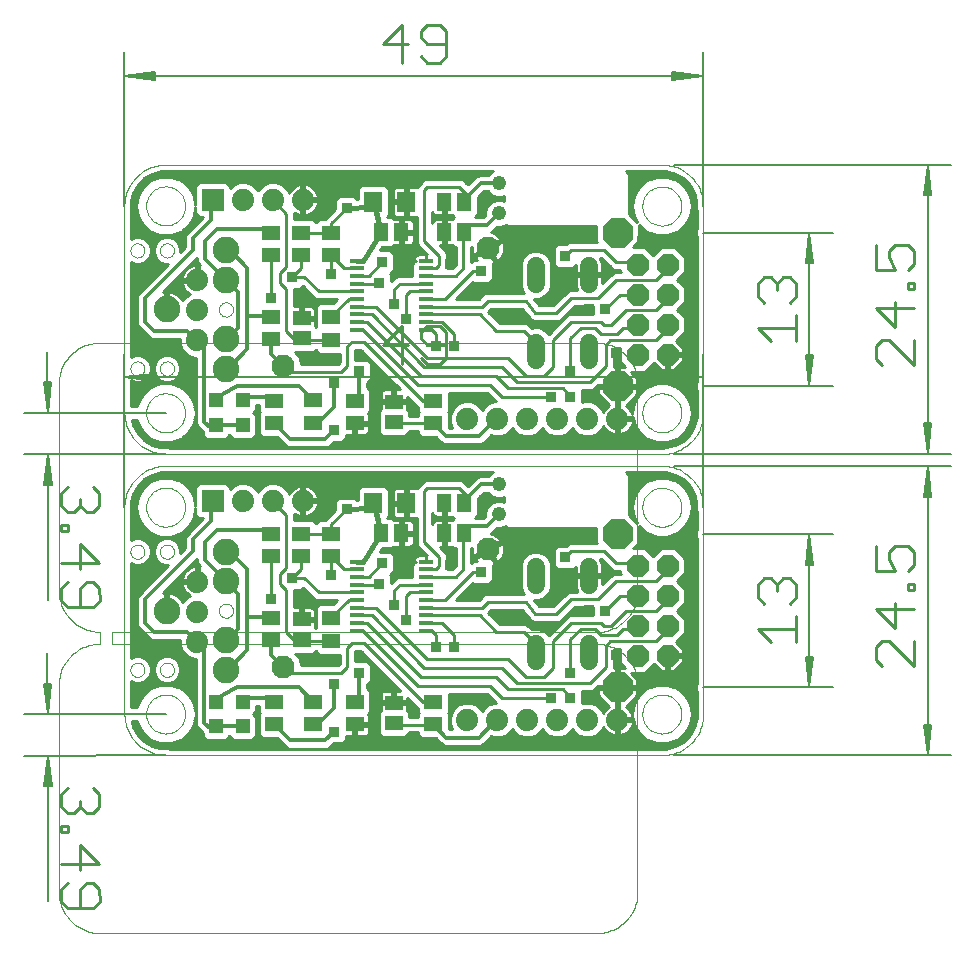
<source format=gtl>
G75*
G70*
%OFA0B0*%
%FSLAX24Y24*%
%IPPOS*%
%LPD*%
%AMOC8*
5,1,8,0,0,1.08239X$1,22.5*
%
%ADD10C,0.0000*%
%ADD11C,0.0000*%
%ADD12C,0.0051*%
%ADD13C,0.0110*%
%ADD14C,0.0886*%
%ADD15OC8,0.0740*%
%ADD16R,0.0472X0.0472*%
%ADD17R,0.0630X0.0512*%
%ADD18R,0.0512X0.0591*%
%ADD19R,0.0630X0.0709*%
%ADD20C,0.0768*%
%ADD21R,0.0472X0.0118*%
%ADD22C,0.0480*%
%ADD23R,0.0740X0.0740*%
%ADD24C,0.0740*%
%ADD25R,0.0591X0.0512*%
%ADD26C,0.0591*%
%ADD27OC8,0.1000*%
%ADD28C,0.0100*%
%ADD29R,0.0356X0.0356*%
%ADD30C,0.0120*%
%ADD31C,0.0160*%
%ADD32C,0.0000*%
%ADD33C,0.0051*%
%ADD34C,0.0110*%
%ADD35C,0.0886*%
%ADD36OC8,0.0740*%
%ADD37R,0.0472X0.0472*%
%ADD38R,0.0630X0.0512*%
%ADD39R,0.0512X0.0591*%
%ADD40R,0.0630X0.0709*%
%ADD41C,0.0768*%
%ADD42R,0.0472X0.0118*%
%ADD43C,0.0480*%
%ADD44R,0.0740X0.0740*%
%ADD45C,0.0740*%
%ADD46R,0.0591X0.0512*%
%ADD47C,0.0591*%
%ADD48OC8,0.1000*%
%ADD49C,0.0100*%
%ADD50R,0.0356X0.0356*%
%ADD51C,0.0120*%
%ADD52C,0.0160*%
D10*
X000100Y001475D02*
X000100Y001517D01*
X000100Y008368D01*
X000100Y008371D01*
X000100Y008368D02*
X000102Y008440D01*
X000108Y008512D01*
X000117Y008584D01*
X000130Y008655D01*
X000147Y008725D01*
X000167Y008794D01*
X000192Y008862D01*
X000219Y008928D01*
X000250Y008994D01*
X000285Y009057D01*
X000322Y009119D01*
X000363Y009178D01*
X000407Y009235D01*
X000454Y009290D01*
X000504Y009342D01*
X000556Y009392D01*
X000611Y009439D01*
X000668Y009483D01*
X000727Y009524D01*
X000789Y009561D01*
X000852Y009596D01*
X000918Y009627D01*
X000984Y009654D01*
X001052Y009679D01*
X001121Y009699D01*
X001191Y009716D01*
X001262Y009729D01*
X001334Y009738D01*
X001406Y009744D01*
X001478Y009746D01*
X001478Y010139D01*
X001475Y010139D01*
X001475Y009746D02*
X001478Y009746D01*
X001872Y009746D02*
X018014Y009746D01*
X018014Y010139D02*
X001872Y010139D01*
X001872Y009746D01*
X001478Y010139D02*
X001405Y010142D01*
X001332Y010149D01*
X001260Y010159D01*
X001188Y010174D01*
X001117Y010192D01*
X001047Y010214D01*
X000979Y010239D01*
X000911Y010268D01*
X000846Y010300D01*
X000782Y010336D01*
X000720Y010375D01*
X000660Y010418D01*
X000603Y010463D01*
X000548Y010511D01*
X000496Y010562D01*
X000446Y010616D01*
X000399Y010673D01*
X000356Y010731D01*
X000315Y010792D01*
X000278Y010855D01*
X000244Y010920D01*
X000213Y010986D01*
X000186Y011054D01*
X000162Y011124D01*
X000143Y011194D01*
X000127Y011266D01*
X000114Y011338D01*
X000106Y011410D01*
X000101Y011484D01*
X000100Y011557D01*
X000100Y018407D01*
X000100Y018410D01*
X000100Y018407D02*
X000102Y018479D01*
X000108Y018551D01*
X000117Y018623D01*
X000130Y018694D01*
X000147Y018764D01*
X000167Y018833D01*
X000192Y018901D01*
X000219Y018967D01*
X000250Y019033D01*
X000285Y019096D01*
X000322Y019158D01*
X000363Y019217D01*
X000407Y019274D01*
X000454Y019329D01*
X000504Y019381D01*
X000556Y019431D01*
X000611Y019478D01*
X000668Y019522D01*
X000727Y019563D01*
X000789Y019600D01*
X000852Y019635D01*
X000918Y019666D01*
X000984Y019693D01*
X001052Y019718D01*
X001121Y019738D01*
X001191Y019755D01*
X001262Y019768D01*
X001334Y019777D01*
X001406Y019783D01*
X001478Y019785D01*
X018014Y019785D01*
X018086Y019783D01*
X018158Y019777D01*
X018230Y019768D01*
X018301Y019755D01*
X018371Y019738D01*
X018440Y019718D01*
X018508Y019693D01*
X018574Y019666D01*
X018640Y019635D01*
X018703Y019600D01*
X018765Y019563D01*
X018824Y019522D01*
X018881Y019478D01*
X018936Y019431D01*
X018988Y019381D01*
X019038Y019329D01*
X019085Y019274D01*
X019129Y019217D01*
X019170Y019158D01*
X019207Y019096D01*
X019242Y019033D01*
X019273Y018967D01*
X019300Y018901D01*
X019325Y018833D01*
X019345Y018764D01*
X019362Y018694D01*
X019375Y018623D01*
X019384Y018551D01*
X019390Y018479D01*
X019392Y018407D01*
X019391Y018407D02*
X019391Y011517D01*
X019392Y011517D02*
X019390Y011445D01*
X019384Y011373D01*
X019375Y011301D01*
X019362Y011230D01*
X019345Y011160D01*
X019325Y011091D01*
X019300Y011023D01*
X019273Y010957D01*
X019242Y010891D01*
X019207Y010828D01*
X019170Y010766D01*
X019129Y010707D01*
X019085Y010650D01*
X019038Y010595D01*
X018988Y010543D01*
X018936Y010493D01*
X018881Y010446D01*
X018824Y010402D01*
X018765Y010361D01*
X018703Y010324D01*
X018640Y010289D01*
X018574Y010258D01*
X018508Y010231D01*
X018440Y010206D01*
X018371Y010186D01*
X018301Y010169D01*
X018230Y010156D01*
X018158Y010147D01*
X018086Y010141D01*
X018014Y010139D01*
X018017Y010139D01*
X018014Y009746D02*
X018086Y009744D01*
X018158Y009738D01*
X018230Y009729D01*
X018301Y009716D01*
X018371Y009699D01*
X018440Y009679D01*
X018508Y009654D01*
X018574Y009627D01*
X018640Y009596D01*
X018703Y009561D01*
X018765Y009524D01*
X018824Y009483D01*
X018881Y009439D01*
X018936Y009392D01*
X018988Y009342D01*
X019038Y009290D01*
X019085Y009235D01*
X019129Y009178D01*
X019170Y009119D01*
X019207Y009057D01*
X019242Y008994D01*
X019273Y008928D01*
X019300Y008862D01*
X019325Y008794D01*
X019345Y008725D01*
X019362Y008655D01*
X019375Y008584D01*
X019384Y008512D01*
X019390Y008440D01*
X019392Y008368D01*
X019391Y008368D02*
X019391Y001478D01*
X019392Y001478D02*
X019390Y001406D01*
X019384Y001334D01*
X019375Y001262D01*
X019362Y001191D01*
X019345Y001121D01*
X019325Y001052D01*
X019300Y000984D01*
X019273Y000918D01*
X019242Y000852D01*
X019207Y000789D01*
X019170Y000727D01*
X019129Y000668D01*
X019085Y000611D01*
X019038Y000556D01*
X018988Y000504D01*
X018936Y000454D01*
X018881Y000407D01*
X018824Y000363D01*
X018765Y000322D01*
X018703Y000285D01*
X018640Y000250D01*
X018574Y000219D01*
X018508Y000192D01*
X018440Y000167D01*
X018371Y000147D01*
X018301Y000130D01*
X018230Y000117D01*
X018158Y000108D01*
X018086Y000102D01*
X018014Y000100D01*
X018017Y000100D01*
X018014Y000100D02*
X001478Y000100D01*
X001475Y000100D01*
X001478Y000100D02*
X001405Y000103D01*
X001332Y000110D01*
X001260Y000120D01*
X001188Y000135D01*
X001117Y000153D01*
X001047Y000175D01*
X000979Y000200D01*
X000911Y000229D01*
X000846Y000261D01*
X000782Y000297D01*
X000720Y000336D01*
X000660Y000379D01*
X000603Y000424D01*
X000548Y000472D01*
X000496Y000523D01*
X000446Y000577D01*
X000399Y000634D01*
X000356Y000692D01*
X000315Y000753D01*
X000278Y000816D01*
X000244Y000881D01*
X000213Y000947D01*
X000186Y001015D01*
X000162Y001085D01*
X000143Y001155D01*
X000127Y001227D01*
X000114Y001299D01*
X000106Y001371D01*
X000101Y001445D01*
X000100Y001518D01*
X000100Y011514D02*
X000100Y011557D01*
D11*
X3666Y6033D02*
X3669Y6033D01*
X20205Y6033D01*
X20208Y6033D01*
X19558Y7407D02*
X19560Y7457D01*
X19566Y7507D01*
X19576Y7557D01*
X19589Y7605D01*
X19606Y7653D01*
X19627Y7699D01*
X19651Y7743D01*
X19679Y7785D01*
X19710Y7825D01*
X19744Y7862D01*
X19781Y7897D01*
X19820Y7928D01*
X19861Y7957D01*
X19905Y7982D01*
X19951Y8004D01*
X19998Y8022D01*
X20046Y8036D01*
X20095Y8047D01*
X20145Y8054D01*
X20195Y8057D01*
X20246Y8056D01*
X20296Y8051D01*
X20346Y8042D01*
X20394Y8030D01*
X20442Y8013D01*
X20488Y7993D01*
X20533Y7970D01*
X20576Y7943D01*
X20616Y7913D01*
X20654Y7880D01*
X20689Y7844D01*
X20722Y7805D01*
X20751Y7764D01*
X20777Y7721D01*
X20800Y7676D01*
X20819Y7629D01*
X20834Y7581D01*
X20846Y7532D01*
X20854Y7482D01*
X20858Y7432D01*
X20858Y7382D01*
X20854Y7332D01*
X20846Y7282D01*
X20834Y7233D01*
X20819Y7185D01*
X20800Y7138D01*
X20777Y7093D01*
X20751Y7050D01*
X20722Y7009D01*
X20689Y6970D01*
X20654Y6934D01*
X20616Y6901D01*
X20576Y6871D01*
X20533Y6844D01*
X20488Y6821D01*
X20442Y6801D01*
X20394Y6784D01*
X20346Y6772D01*
X20296Y6763D01*
X20246Y6758D01*
X20195Y6757D01*
X20145Y6760D01*
X20095Y6767D01*
X20046Y6778D01*
X19998Y6792D01*
X19951Y6810D01*
X19905Y6832D01*
X19861Y6857D01*
X19820Y6886D01*
X19781Y6917D01*
X19744Y6952D01*
X19710Y6989D01*
X19679Y7029D01*
X19651Y7071D01*
X19627Y7115D01*
X19606Y7161D01*
X19589Y7209D01*
X19576Y7257D01*
X19566Y7307D01*
X19560Y7357D01*
X19558Y7407D01*
X20205Y6033D02*
X20277Y6035D01*
X20349Y6041D01*
X20421Y6050D01*
X20492Y6063D01*
X20562Y6080D01*
X20631Y6100D01*
X20699Y6125D01*
X20765Y6152D01*
X20831Y6183D01*
X20894Y6218D01*
X20956Y6255D01*
X21015Y6296D01*
X21072Y6340D01*
X21127Y6387D01*
X21179Y6437D01*
X21229Y6489D01*
X21276Y6544D01*
X21320Y6601D01*
X21361Y6660D01*
X21398Y6722D01*
X21433Y6785D01*
X21464Y6851D01*
X21491Y6917D01*
X21516Y6985D01*
X21536Y7054D01*
X21553Y7124D01*
X21566Y7195D01*
X21575Y7267D01*
X21581Y7339D01*
X21583Y7411D01*
X21583Y14300D01*
X19555Y14300D02*
X19557Y14350D01*
X19563Y14400D01*
X19573Y14450D01*
X19586Y14498D01*
X19603Y14546D01*
X19624Y14592D01*
X19648Y14636D01*
X19676Y14678D01*
X19707Y14718D01*
X19741Y14755D01*
X19778Y14790D01*
X19817Y14821D01*
X19858Y14850D01*
X19902Y14875D01*
X19948Y14897D01*
X19995Y14915D01*
X20043Y14929D01*
X20092Y14940D01*
X20142Y14947D01*
X20192Y14950D01*
X20243Y14949D01*
X20293Y14944D01*
X20343Y14935D01*
X20391Y14923D01*
X20439Y14906D01*
X20485Y14886D01*
X20530Y14863D01*
X20573Y14836D01*
X20613Y14806D01*
X20651Y14773D01*
X20686Y14737D01*
X20719Y14698D01*
X20748Y14657D01*
X20774Y14614D01*
X20797Y14569D01*
X20816Y14522D01*
X20831Y14474D01*
X20843Y14425D01*
X20851Y14375D01*
X20855Y14325D01*
X20855Y14275D01*
X20851Y14225D01*
X20843Y14175D01*
X20831Y14126D01*
X20816Y14078D01*
X20797Y14031D01*
X20774Y13986D01*
X20748Y13943D01*
X20719Y13902D01*
X20686Y13863D01*
X20651Y13827D01*
X20613Y13794D01*
X20573Y13764D01*
X20530Y13737D01*
X20485Y13714D01*
X20439Y13694D01*
X20391Y13677D01*
X20343Y13665D01*
X20293Y13656D01*
X20243Y13651D01*
X20192Y13650D01*
X20142Y13653D01*
X20092Y13660D01*
X20043Y13671D01*
X19995Y13685D01*
X19948Y13703D01*
X19902Y13725D01*
X19858Y13750D01*
X19817Y13779D01*
X19778Y13810D01*
X19741Y13845D01*
X19707Y13882D01*
X19676Y13922D01*
X19648Y13964D01*
X19624Y14008D01*
X19603Y14054D01*
X19586Y14102D01*
X19573Y14150D01*
X19563Y14200D01*
X19557Y14250D01*
X19555Y14300D01*
X20205Y15678D02*
X20277Y15676D01*
X20349Y15670D01*
X20421Y15661D01*
X20492Y15648D01*
X20562Y15631D01*
X20631Y15611D01*
X20699Y15586D01*
X20765Y15559D01*
X20831Y15528D01*
X20894Y15493D01*
X20956Y15456D01*
X21015Y15415D01*
X21072Y15371D01*
X21127Y15324D01*
X21179Y15274D01*
X21229Y15222D01*
X21276Y15167D01*
X21320Y15110D01*
X21361Y15051D01*
X21398Y14989D01*
X21433Y14926D01*
X21464Y14860D01*
X21491Y14794D01*
X21516Y14726D01*
X21536Y14657D01*
X21553Y14587D01*
X21566Y14516D01*
X21575Y14444D01*
X21581Y14372D01*
X21583Y14300D01*
X20205Y15678D02*
X3669Y15678D01*
X3016Y14304D02*
X3018Y14354D01*
X3024Y14404D01*
X3034Y14454D01*
X3047Y14502D01*
X3064Y14550D01*
X3085Y14596D01*
X3109Y14640D01*
X3137Y14682D01*
X3168Y14722D01*
X3202Y14759D01*
X3239Y14794D01*
X3278Y14825D01*
X3319Y14854D01*
X3363Y14879D01*
X3409Y14901D01*
X3456Y14919D01*
X3504Y14933D01*
X3553Y14944D01*
X3603Y14951D01*
X3653Y14954D01*
X3704Y14953D01*
X3754Y14948D01*
X3804Y14939D01*
X3852Y14927D01*
X3900Y14910D01*
X3946Y14890D01*
X3991Y14867D01*
X4034Y14840D01*
X4074Y14810D01*
X4112Y14777D01*
X4147Y14741D01*
X4180Y14702D01*
X4209Y14661D01*
X4235Y14618D01*
X4258Y14573D01*
X4277Y14526D01*
X4292Y14478D01*
X4304Y14429D01*
X4312Y14379D01*
X4316Y14329D01*
X4316Y14279D01*
X4312Y14229D01*
X4304Y14179D01*
X4292Y14130D01*
X4277Y14082D01*
X4258Y14035D01*
X4235Y13990D01*
X4209Y13947D01*
X4180Y13906D01*
X4147Y13867D01*
X4112Y13831D01*
X4074Y13798D01*
X4034Y13768D01*
X3991Y13741D01*
X3946Y13718D01*
X3900Y13698D01*
X3852Y13681D01*
X3804Y13669D01*
X3754Y13660D01*
X3704Y13655D01*
X3653Y13654D01*
X3603Y13657D01*
X3553Y13664D01*
X3504Y13675D01*
X3456Y13689D01*
X3409Y13707D01*
X3363Y13729D01*
X3319Y13754D01*
X3278Y13783D01*
X3239Y13814D01*
X3202Y13849D01*
X3168Y13886D01*
X3137Y13926D01*
X3109Y13968D01*
X3085Y14012D01*
X3064Y14058D01*
X3047Y14106D01*
X3034Y14154D01*
X3024Y14204D01*
X3018Y14254D01*
X3016Y14304D01*
X2291Y14300D02*
X2293Y14372D01*
X2299Y14444D01*
X2308Y14516D01*
X2321Y14587D01*
X2338Y14657D01*
X2358Y14726D01*
X2383Y14794D01*
X2410Y14860D01*
X2441Y14926D01*
X2476Y14989D01*
X2513Y15051D01*
X2554Y15110D01*
X2598Y15167D01*
X2645Y15222D01*
X2695Y15274D01*
X2747Y15324D01*
X2802Y15371D01*
X2859Y15415D01*
X2918Y15456D01*
X2980Y15493D01*
X3043Y15528D01*
X3109Y15559D01*
X3175Y15586D01*
X3243Y15611D01*
X3312Y15631D01*
X3382Y15648D01*
X3453Y15661D01*
X3525Y15670D01*
X3597Y15676D01*
X3669Y15678D01*
X2291Y14304D02*
X2291Y14300D01*
X2291Y7450D01*
X2291Y7407D01*
X3016Y7407D02*
X3018Y7457D01*
X3024Y7507D01*
X3034Y7557D01*
X3047Y7605D01*
X3064Y7653D01*
X3085Y7699D01*
X3109Y7743D01*
X3137Y7785D01*
X3168Y7825D01*
X3202Y7862D01*
X3239Y7897D01*
X3278Y7928D01*
X3319Y7957D01*
X3363Y7982D01*
X3409Y8004D01*
X3456Y8022D01*
X3504Y8036D01*
X3553Y8047D01*
X3603Y8054D01*
X3653Y8057D01*
X3704Y8056D01*
X3754Y8051D01*
X3804Y8042D01*
X3852Y8030D01*
X3900Y8013D01*
X3946Y7993D01*
X3991Y7970D01*
X4034Y7943D01*
X4074Y7913D01*
X4112Y7880D01*
X4147Y7844D01*
X4180Y7805D01*
X4209Y7764D01*
X4235Y7721D01*
X4258Y7676D01*
X4277Y7629D01*
X4292Y7581D01*
X4304Y7532D01*
X4312Y7482D01*
X4316Y7432D01*
X4316Y7382D01*
X4312Y7332D01*
X4304Y7282D01*
X4292Y7233D01*
X4277Y7185D01*
X4258Y7138D01*
X4235Y7093D01*
X4209Y7050D01*
X4180Y7009D01*
X4147Y6970D01*
X4112Y6934D01*
X4074Y6901D01*
X4034Y6871D01*
X3991Y6844D01*
X3946Y6821D01*
X3900Y6801D01*
X3852Y6784D01*
X3804Y6772D01*
X3754Y6763D01*
X3704Y6758D01*
X3653Y6757D01*
X3603Y6760D01*
X3553Y6767D01*
X3504Y6778D01*
X3456Y6792D01*
X3409Y6810D01*
X3363Y6832D01*
X3319Y6857D01*
X3278Y6886D01*
X3239Y6917D01*
X3202Y6952D01*
X3168Y6989D01*
X3137Y7029D01*
X3109Y7071D01*
X3085Y7115D01*
X3064Y7161D01*
X3047Y7209D01*
X3034Y7257D01*
X3024Y7307D01*
X3018Y7357D01*
X3016Y7407D01*
X2291Y7450D02*
X2292Y7377D01*
X2297Y7303D01*
X2305Y7231D01*
X2318Y7159D01*
X2334Y7087D01*
X2353Y7017D01*
X2377Y6947D01*
X2404Y6879D01*
X2435Y6813D01*
X2469Y6748D01*
X2506Y6685D01*
X2547Y6624D01*
X2590Y6566D01*
X2637Y6509D01*
X2687Y6455D01*
X2739Y6404D01*
X2794Y6356D01*
X2851Y6311D01*
X2911Y6268D01*
X2973Y6229D01*
X3037Y6193D01*
X3102Y6161D01*
X3170Y6132D01*
X3238Y6107D01*
X3308Y6085D01*
X3379Y6067D01*
X3451Y6052D01*
X3523Y6042D01*
X3596Y6035D01*
X3669Y6032D01*
X3473Y8883D02*
X3475Y8913D01*
X3481Y8943D01*
X3490Y8972D01*
X3503Y8999D01*
X3520Y9024D01*
X3539Y9047D01*
X3562Y9068D01*
X3587Y9085D01*
X3613Y9099D01*
X3642Y9109D01*
X3671Y9116D01*
X3701Y9119D01*
X3732Y9118D01*
X3762Y9113D01*
X3791Y9104D01*
X3818Y9092D01*
X3844Y9077D01*
X3868Y9058D01*
X3889Y9036D01*
X3907Y9012D01*
X3922Y8985D01*
X3933Y8957D01*
X3941Y8928D01*
X3945Y8898D01*
X3945Y8868D01*
X3941Y8838D01*
X3933Y8809D01*
X3922Y8781D01*
X3907Y8754D01*
X3889Y8730D01*
X3868Y8708D01*
X3844Y8689D01*
X3818Y8674D01*
X3791Y8662D01*
X3762Y8653D01*
X3732Y8648D01*
X3701Y8647D01*
X3671Y8650D01*
X3642Y8657D01*
X3613Y8667D01*
X3587Y8681D01*
X3562Y8698D01*
X3539Y8719D01*
X3520Y8742D01*
X3503Y8767D01*
X3490Y8794D01*
X3481Y8823D01*
X3475Y8853D01*
X3473Y8883D01*
X2488Y8883D02*
X2490Y8913D01*
X2496Y8943D01*
X2505Y8972D01*
X2518Y8999D01*
X2535Y9024D01*
X2554Y9047D01*
X2577Y9068D01*
X2602Y9085D01*
X2628Y9099D01*
X2657Y9109D01*
X2686Y9116D01*
X2716Y9119D01*
X2747Y9118D01*
X2777Y9113D01*
X2806Y9104D01*
X2833Y9092D01*
X2859Y9077D01*
X2883Y9058D01*
X2904Y9036D01*
X2922Y9012D01*
X2937Y8985D01*
X2948Y8957D01*
X2956Y8928D01*
X2960Y8898D01*
X2960Y8868D01*
X2956Y8838D01*
X2948Y8809D01*
X2937Y8781D01*
X2922Y8754D01*
X2904Y8730D01*
X2883Y8708D01*
X2859Y8689D01*
X2833Y8674D01*
X2806Y8662D01*
X2777Y8653D01*
X2747Y8648D01*
X2716Y8647D01*
X2686Y8650D01*
X2657Y8657D01*
X2628Y8667D01*
X2602Y8681D01*
X2577Y8698D01*
X2554Y8719D01*
X2535Y8742D01*
X2518Y8767D01*
X2505Y8794D01*
X2496Y8823D01*
X2490Y8853D01*
X2488Y8883D01*
X5441Y10852D02*
X5443Y10882D01*
X5449Y10912D01*
X5458Y10941D01*
X5471Y10968D01*
X5488Y10993D01*
X5507Y11016D01*
X5530Y11037D01*
X5555Y11054D01*
X5581Y11068D01*
X5610Y11078D01*
X5639Y11085D01*
X5669Y11088D01*
X5700Y11087D01*
X5730Y11082D01*
X5759Y11073D01*
X5786Y11061D01*
X5812Y11046D01*
X5836Y11027D01*
X5857Y11005D01*
X5875Y10981D01*
X5890Y10954D01*
X5901Y10926D01*
X5909Y10897D01*
X5913Y10867D01*
X5913Y10837D01*
X5909Y10807D01*
X5901Y10778D01*
X5890Y10750D01*
X5875Y10723D01*
X5857Y10699D01*
X5836Y10677D01*
X5812Y10658D01*
X5786Y10643D01*
X5759Y10631D01*
X5730Y10622D01*
X5700Y10617D01*
X5669Y10616D01*
X5639Y10619D01*
X5610Y10626D01*
X5581Y10636D01*
X5555Y10650D01*
X5530Y10667D01*
X5507Y10688D01*
X5488Y10711D01*
X5471Y10736D01*
X5458Y10763D01*
X5449Y10792D01*
X5443Y10822D01*
X5441Y10852D01*
X3473Y12820D02*
X3475Y12850D01*
X3481Y12880D01*
X3490Y12909D01*
X3503Y12936D01*
X3520Y12961D01*
X3539Y12984D01*
X3562Y13005D01*
X3587Y13022D01*
X3613Y13036D01*
X3642Y13046D01*
X3671Y13053D01*
X3701Y13056D01*
X3732Y13055D01*
X3762Y13050D01*
X3791Y13041D01*
X3818Y13029D01*
X3844Y13014D01*
X3868Y12995D01*
X3889Y12973D01*
X3907Y12949D01*
X3922Y12922D01*
X3933Y12894D01*
X3941Y12865D01*
X3945Y12835D01*
X3945Y12805D01*
X3941Y12775D01*
X3933Y12746D01*
X3922Y12718D01*
X3907Y12691D01*
X3889Y12667D01*
X3868Y12645D01*
X3844Y12626D01*
X3818Y12611D01*
X3791Y12599D01*
X3762Y12590D01*
X3732Y12585D01*
X3701Y12584D01*
X3671Y12587D01*
X3642Y12594D01*
X3613Y12604D01*
X3587Y12618D01*
X3562Y12635D01*
X3539Y12656D01*
X3520Y12679D01*
X3503Y12704D01*
X3490Y12731D01*
X3481Y12760D01*
X3475Y12790D01*
X3473Y12820D01*
X2488Y12820D02*
X2490Y12850D01*
X2496Y12880D01*
X2505Y12909D01*
X2518Y12936D01*
X2535Y12961D01*
X2554Y12984D01*
X2577Y13005D01*
X2602Y13022D01*
X2628Y13036D01*
X2657Y13046D01*
X2686Y13053D01*
X2716Y13056D01*
X2747Y13055D01*
X2777Y13050D01*
X2806Y13041D01*
X2833Y13029D01*
X2859Y13014D01*
X2883Y12995D01*
X2904Y12973D01*
X2922Y12949D01*
X2937Y12922D01*
X2948Y12894D01*
X2956Y12865D01*
X2960Y12835D01*
X2960Y12805D01*
X2956Y12775D01*
X2948Y12746D01*
X2937Y12718D01*
X2922Y12691D01*
X2904Y12667D01*
X2883Y12645D01*
X2859Y12626D01*
X2833Y12611D01*
X2806Y12599D01*
X2777Y12590D01*
X2747Y12585D01*
X2716Y12584D01*
X2686Y12587D01*
X2657Y12594D01*
X2628Y12604D01*
X2602Y12618D01*
X2577Y12635D01*
X2554Y12656D01*
X2535Y12679D01*
X2518Y12704D01*
X2505Y12731D01*
X2496Y12760D01*
X2490Y12790D01*
X2488Y12820D01*
D12*
X-266Y6024D02*
X-255Y1163D01*
X-315Y5000D02*
X-266Y6024D01*
X-366Y5000D01*
X-389Y5000D02*
X-266Y6024D01*
X-161Y5000D01*
X-138Y5000D02*
X-389Y5000D01*
X-212Y5000D02*
X-266Y6024D01*
X-138Y5000D01*
X-1053Y6022D02*
X3669Y6033D01*
X3666Y7407D02*
X-1056Y7397D01*
X-269Y7398D02*
X-374Y8422D01*
X-397Y8422D02*
X-269Y7398D01*
X-169Y8422D01*
X-146Y8422D02*
X-397Y8422D01*
X-323Y8422D02*
X-269Y7398D01*
X-220Y8422D01*
X-146Y8422D02*
X-269Y7398D01*
X-274Y9446D01*
X2291Y14300D02*
X2291Y19418D01*
X2291Y18631D02*
X3315Y18733D01*
X3315Y18757D02*
X3315Y18505D01*
X2291Y18631D01*
X3315Y18529D01*
X3315Y18580D02*
X2291Y18631D01*
X3315Y18682D01*
X3315Y18757D02*
X2291Y18631D01*
X21583Y18631D01*
X20559Y18529D01*
X20559Y18505D02*
X21583Y18631D01*
X20559Y18733D01*
X20559Y18757D02*
X20559Y18505D01*
X20559Y18580D02*
X21583Y18631D01*
X20559Y18682D01*
X20559Y18757D02*
X21583Y18631D01*
X21583Y19418D02*
X21583Y14300D01*
X21583Y13415D02*
X25913Y13415D01*
X25126Y13415D02*
X25228Y12391D01*
X25252Y12391D02*
X25126Y13415D01*
X25024Y12391D01*
X25000Y12391D02*
X25252Y12391D01*
X25177Y12391D02*
X25126Y13415D01*
X25075Y12391D01*
X25000Y12391D02*
X25126Y13415D01*
X25126Y8296D01*
X25228Y9320D01*
X25252Y9320D02*
X25126Y8296D01*
X25024Y9320D01*
X25000Y9320D02*
X25252Y9320D01*
X25177Y9320D02*
X25126Y8296D01*
X25075Y9320D01*
X25000Y9320D02*
X25126Y8296D01*
X25913Y8296D02*
X21583Y8296D01*
X20598Y6033D02*
X29850Y6033D01*
X29063Y6033D02*
X29165Y7056D01*
X29189Y7056D02*
X29063Y6033D01*
X28961Y7056D01*
X28937Y7056D02*
X29189Y7056D01*
X29114Y7056D02*
X29063Y6033D01*
X29012Y7056D01*
X28937Y7056D02*
X29063Y6033D01*
X29063Y15678D01*
X29165Y14655D01*
X29189Y14655D02*
X29063Y15678D01*
X28961Y14655D01*
X28937Y14655D02*
X29189Y14655D01*
X29114Y14655D02*
X29063Y15678D01*
X29012Y14655D01*
X28937Y14655D02*
X29063Y15678D01*
X29850Y15678D02*
X20598Y15678D01*
D13*
X23620Y11929D02*
X23831Y11929D01*
X24043Y11717D01*
X24254Y11929D01*
X24466Y11929D01*
X24677Y11717D01*
X24677Y11294D01*
X24466Y11083D01*
X24677Y10660D02*
X24677Y9814D01*
X24677Y10237D02*
X23408Y10237D01*
X23831Y9814D01*
X23620Y11083D02*
X23408Y11294D01*
X23408Y11717D01*
X23620Y11929D01*
X24043Y11717D02*
X24043Y11506D01*
X27345Y10895D02*
X27980Y10261D01*
X27980Y11107D01*
X28614Y10895D02*
X27345Y10895D01*
X28403Y11529D02*
X28403Y11741D01*
X28614Y11741D01*
X28614Y11529D01*
X28403Y11529D01*
X28403Y12164D02*
X28614Y12375D01*
X28614Y12798D01*
X28403Y13010D01*
X27980Y13010D01*
X27768Y12798D01*
X27768Y12587D01*
X27980Y12164D01*
X27345Y12164D01*
X27345Y13010D01*
X27557Y9838D02*
X27345Y9626D01*
X27345Y9203D01*
X27557Y8992D01*
X27768Y9838D02*
X28614Y8992D01*
X28614Y9838D01*
X27768Y9838D02*
X27557Y9838D01*
X13010Y19291D02*
X13010Y20137D01*
X12799Y20349D01*
X12376Y20349D01*
X12164Y20137D01*
X12164Y19926D01*
X12376Y19714D01*
X13010Y19714D01*
X13010Y19291D02*
X12799Y19080D01*
X12376Y19080D01*
X12164Y19291D01*
X11742Y19714D02*
X10896Y19714D01*
X11530Y20349D01*
X11530Y19080D01*
X1243Y4948D02*
X1455Y4737D01*
X1455Y4314D01*
X1244Y4102D01*
X1033Y4101D01*
X821Y4313D01*
X610Y4101D01*
X398Y4100D01*
X186Y4311D01*
X186Y4735D01*
X397Y4946D01*
X821Y4524D02*
X821Y4313D01*
X399Y3678D02*
X187Y3677D01*
X188Y3466D01*
X399Y3466D01*
X399Y3678D01*
X823Y3044D02*
X825Y2198D01*
X1037Y1775D02*
X826Y1564D01*
X827Y929D01*
X404Y928D02*
X1250Y930D01*
X1461Y1142D01*
X1460Y1565D01*
X1248Y1776D01*
X1037Y1775D01*
X402Y1774D02*
X191Y1563D01*
X192Y1139D01*
X404Y928D01*
X190Y2408D02*
X1459Y2411D01*
X823Y3044D01*
D14*
X5677Y8883D03*
X5677Y9867D03*
X3709Y10852D03*
X5677Y11836D03*
X5677Y12820D03*
D15*
X19406Y12349D03*
X20406Y12349D03*
X20406Y11349D03*
X19406Y11349D03*
X19406Y10349D03*
X20406Y10349D03*
X20406Y9349D03*
X19406Y9349D03*
D16*
X6228Y7824D03*
X5343Y7824D03*
X5343Y6997D03*
X6228Y6997D03*
D17*
X7294Y7065D03*
X7294Y7813D03*
X8580Y7819D03*
X8580Y7071D03*
X9969Y7067D03*
X9969Y7815D03*
X9191Y9849D03*
X9191Y10597D03*
X7191Y10607D03*
X7191Y9859D03*
X7191Y12659D03*
X7191Y13407D03*
X8191Y13407D03*
X8191Y12659D03*
X9191Y12659D03*
X9191Y13407D03*
X12590Y7814D03*
X12590Y7065D03*
D18*
X12957Y13433D03*
X13626Y13433D03*
X13626Y14433D03*
X12957Y14433D03*
X11526Y13433D03*
X10857Y13433D03*
D19*
X10590Y14441D03*
X11693Y14441D03*
D20*
X14410Y12898D03*
X7591Y8961D03*
D21*
X10050Y10181D03*
X10050Y10437D03*
X10050Y10693D03*
X10050Y10949D03*
X10050Y11205D03*
X10050Y11461D03*
X10050Y11717D03*
X10050Y11972D03*
X10050Y12228D03*
X10050Y12484D03*
X12333Y12484D03*
X12333Y12228D03*
X12333Y11972D03*
X12333Y11717D03*
X12333Y11461D03*
X12333Y11205D03*
X12333Y10949D03*
X12333Y10693D03*
X12333Y10437D03*
X12333Y10181D03*
D22*
X14770Y14061D03*
X14770Y15061D03*
D23*
X5236Y14512D03*
D24*
X6236Y14512D03*
X7236Y14512D03*
X8236Y14512D03*
X4711Y11823D03*
X4711Y10823D03*
X4711Y9823D03*
X13723Y7209D03*
X14723Y7209D03*
X15723Y7209D03*
X16723Y7209D03*
X17723Y7209D03*
X18723Y7209D03*
D25*
X11274Y7115D03*
X11274Y7784D03*
X8198Y9889D03*
X8198Y10558D03*
D26*
X16006Y9748D02*
X16006Y9158D01*
X17777Y9158D02*
X17777Y9748D01*
X17777Y11717D02*
X17777Y12307D01*
X16006Y12307D02*
X16006Y11717D01*
D27*
X18728Y13415D03*
X18728Y8296D03*
D28*
X18678Y8298D02*
X18028Y8298D01*
X18078Y8346D02*
X18678Y8346D01*
X18678Y8246D01*
X18778Y8246D01*
X18778Y7726D01*
X18773Y7727D01*
X18773Y7259D01*
X18673Y7259D01*
X18673Y7646D01*
X18678Y7646D01*
X18678Y8246D01*
X18078Y8246D01*
X18078Y8027D01*
X18452Y7654D01*
X18450Y7653D01*
X18384Y7605D01*
X18326Y7547D01*
X18278Y7481D01*
X18256Y7438D01*
X18215Y7537D01*
X18051Y7700D01*
X17838Y7789D01*
X17608Y7789D01*
X17534Y7758D01*
X17534Y8173D01*
X17743Y8173D01*
X17846Y8173D01*
X17942Y8212D01*
X18078Y8349D01*
X18078Y8346D01*
X18078Y8200D02*
X17911Y8200D01*
X18078Y8101D02*
X17534Y8101D01*
X17534Y8003D02*
X18103Y8003D01*
X18201Y7904D02*
X17534Y7904D01*
X17534Y7806D02*
X18300Y7806D01*
X18398Y7707D02*
X18035Y7707D01*
X18143Y7609D02*
X18389Y7609D01*
X18299Y7510D02*
X18226Y7510D01*
X18673Y7510D02*
X18773Y7510D01*
X18773Y7412D02*
X18673Y7412D01*
X18673Y7313D02*
X18773Y7313D01*
X18773Y7259D02*
X19239Y7259D01*
X19273Y7067D01*
X19446Y6768D01*
X19446Y6768D01*
X19710Y6546D01*
X20035Y6427D01*
X20381Y6427D01*
X20705Y6546D01*
X20705Y6546D01*
X20970Y6768D01*
X21143Y7067D01*
X21143Y7067D01*
X21203Y7407D01*
X21203Y7407D01*
X21143Y7748D01*
X20970Y8047D01*
X20970Y8047D01*
X20705Y8269D01*
X20381Y8387D01*
X20035Y8387D01*
X19710Y8269D01*
X19446Y8047D01*
X19273Y7748D01*
X19213Y7407D01*
X19222Y7356D01*
X19205Y7408D01*
X19168Y7481D01*
X19120Y7547D01*
X19062Y7605D01*
X19001Y7650D01*
X19378Y8027D01*
X19378Y8246D01*
X18778Y8246D01*
X18778Y8346D01*
X19378Y8346D01*
X19378Y8566D01*
X19175Y8769D01*
X19646Y8769D01*
X19948Y9071D01*
X20190Y8829D01*
X20356Y8829D01*
X20356Y9299D01*
X20456Y9299D01*
X20456Y9399D01*
X20926Y9399D01*
X20926Y9564D01*
X20683Y9806D01*
X20986Y10109D01*
X20986Y10589D01*
X20726Y10849D01*
X20986Y11109D01*
X20986Y11589D01*
X20726Y11849D01*
X20986Y12109D01*
X20986Y12589D01*
X20646Y12929D01*
X20165Y12929D01*
X19906Y12669D01*
X19646Y12929D01*
X19247Y12929D01*
X19438Y13120D01*
X19438Y13668D01*
X19442Y13661D01*
X19707Y13439D01*
X19707Y13439D01*
X20032Y13320D01*
X20378Y13320D01*
X20702Y13439D01*
X20967Y13661D01*
X21140Y13960D01*
X21200Y14300D01*
X21200Y14300D01*
X21140Y14641D01*
X20967Y14940D01*
X20702Y15162D01*
X20378Y15280D01*
X20032Y15280D01*
X19707Y15162D01*
X19442Y14940D01*
X19270Y14641D01*
X19210Y14300D01*
X19270Y13960D01*
X19383Y13764D01*
X19105Y14042D01*
X19105Y15366D01*
X19003Y15468D01*
X20205Y15468D01*
X20357Y15458D01*
X20652Y15379D01*
X20916Y15227D01*
X21131Y15011D01*
X21284Y14747D01*
X21347Y14511D01*
X21347Y14203D01*
X21373Y14177D01*
X21373Y13538D01*
X21347Y13512D01*
X21347Y13317D01*
X21373Y13291D01*
X21373Y8420D01*
X21347Y8394D01*
X21347Y8199D01*
X21373Y8173D01*
X21373Y7411D01*
X21363Y7258D01*
X21284Y6964D01*
X21131Y6700D01*
X20916Y6484D01*
X20652Y6332D01*
X20357Y6253D01*
X20205Y6243D01*
X3792Y6243D01*
X3766Y6268D01*
X3472Y6268D01*
X3219Y6339D01*
X2953Y6498D01*
X2737Y6721D01*
X2585Y6991D01*
X2540Y7169D01*
X2713Y7170D01*
X2731Y7067D01*
X2904Y6768D01*
X2904Y6768D01*
X3169Y6546D01*
X3493Y6427D01*
X3839Y6427D01*
X4164Y6546D01*
X4428Y6768D01*
X4428Y6768D01*
X4601Y7067D01*
X4661Y7407D01*
X4661Y7407D01*
X4601Y7748D01*
X4428Y8047D01*
X4164Y8269D01*
X3839Y8387D01*
X3493Y8387D01*
X3169Y8269D01*
X3169Y8269D01*
X2904Y8047D01*
X2731Y7748D01*
X2731Y7748D01*
X2712Y7641D01*
X2501Y7640D01*
X2501Y8492D01*
X2636Y8437D01*
X2813Y8437D01*
X2977Y8505D01*
X3103Y8630D01*
X3171Y8794D01*
X3171Y8972D01*
X3103Y9136D01*
X2977Y9261D01*
X2813Y9329D01*
X2636Y9329D01*
X2501Y9274D01*
X2501Y12429D01*
X2636Y12374D01*
X2813Y12374D01*
X2977Y12442D01*
X3103Y12567D01*
X3171Y12731D01*
X3171Y12909D01*
X3103Y13073D01*
X2977Y13198D01*
X2813Y13266D01*
X2636Y13266D01*
X2501Y13211D01*
X2501Y14177D01*
X2527Y14203D01*
X2527Y14511D01*
X2590Y14747D01*
X2743Y15011D01*
X2958Y15227D01*
X3222Y15379D01*
X3517Y15458D01*
X3669Y15468D01*
X14576Y15468D01*
X14515Y15443D01*
X14403Y15331D01*
X14183Y15331D01*
X14134Y15333D01*
X14130Y15331D01*
X14125Y15331D01*
X14080Y15312D01*
X14033Y15295D01*
X14030Y15292D01*
X14026Y15290D01*
X13991Y15255D01*
X13740Y15018D01*
X13678Y15080D01*
X13605Y15153D01*
X13509Y15193D01*
X12340Y15193D01*
X12244Y15153D01*
X12171Y15080D01*
X12071Y14980D01*
X12054Y14938D01*
X12027Y14945D01*
X11743Y14945D01*
X11743Y14491D01*
X11643Y14491D01*
X11643Y14945D01*
X11358Y14945D01*
X11320Y14935D01*
X11285Y14915D01*
X11258Y14887D01*
X11238Y14853D01*
X11228Y14815D01*
X11228Y14491D01*
X11643Y14491D01*
X11643Y14391D01*
X11743Y14391D01*
X11743Y13936D01*
X12027Y13936D01*
X12031Y13937D01*
X12031Y13081D01*
X12071Y12985D01*
X12144Y12912D01*
X12363Y12693D01*
X12333Y12693D01*
X12077Y12693D01*
X12039Y12683D01*
X12005Y12663D01*
X11977Y12635D01*
X11957Y12601D01*
X11947Y12563D01*
X11947Y12484D01*
X11947Y12434D01*
X11887Y12374D01*
X11887Y11977D01*
X11424Y11977D01*
X11328Y11937D01*
X11179Y11788D01*
X11179Y11998D01*
X11133Y12045D01*
X11156Y12045D01*
X11279Y12168D01*
X11279Y12698D01*
X11156Y12821D01*
X10813Y12821D01*
X10880Y12927D01*
X11200Y12927D01*
X11260Y12987D01*
X11476Y12987D01*
X11476Y13383D01*
X11576Y13383D01*
X11576Y13483D01*
X11476Y13483D01*
X11476Y13878D01*
X11260Y13878D01*
X11200Y13938D01*
X11054Y13938D01*
X11115Y13999D01*
X11115Y14882D01*
X10992Y15005D01*
X10188Y15005D01*
X10065Y14882D01*
X10065Y14545D01*
X10034Y14543D01*
X9960Y14618D01*
X9429Y14618D01*
X9306Y14495D01*
X9306Y14209D01*
X8971Y13874D01*
X8971Y13873D01*
X8789Y13873D01*
X8691Y13775D01*
X8593Y13873D01*
X7951Y13873D01*
X7951Y14076D01*
X7964Y14067D01*
X8036Y14030D01*
X8114Y14005D01*
X8186Y13993D01*
X8186Y14462D01*
X8286Y14462D01*
X8286Y14562D01*
X8186Y14562D01*
X8186Y15030D01*
X8114Y15019D01*
X8036Y14994D01*
X7964Y14957D01*
X7897Y14908D01*
X7839Y14851D01*
X7791Y14784D01*
X7769Y14741D01*
X7728Y14840D01*
X7565Y15003D01*
X7351Y15092D01*
X7121Y15092D01*
X6908Y15003D01*
X6744Y14840D01*
X6736Y14820D01*
X6728Y14840D01*
X6565Y15003D01*
X6351Y15092D01*
X6121Y15092D01*
X5908Y15003D01*
X5816Y14912D01*
X5816Y14969D01*
X5693Y15092D01*
X4779Y15092D01*
X4656Y14969D01*
X4656Y14333D01*
X4601Y14644D01*
X4428Y14943D01*
X4428Y14943D01*
X4164Y15165D01*
X4164Y15165D01*
X3839Y15284D01*
X3493Y15284D01*
X3169Y15165D01*
X3169Y15165D01*
X2904Y14943D01*
X2731Y14644D01*
X2731Y14644D01*
X2671Y14304D01*
X2671Y14304D01*
X2731Y13963D01*
X2904Y13664D01*
X2904Y13664D01*
X3169Y13442D01*
X3493Y13324D01*
X3839Y13324D01*
X4164Y13442D01*
X4428Y13664D01*
X4428Y13664D01*
X4601Y13963D01*
X4656Y14274D01*
X4656Y14055D01*
X4779Y13932D01*
X4909Y13932D01*
X4362Y13386D01*
X4321Y13286D01*
X4321Y12944D01*
X4155Y12778D01*
X4155Y12909D01*
X4087Y13073D01*
X3961Y13198D01*
X3797Y13266D01*
X3620Y13266D01*
X3456Y13198D01*
X3330Y13073D01*
X3262Y12909D01*
X3262Y12731D01*
X3330Y12567D01*
X3456Y12442D01*
X3620Y12374D01*
X3751Y12374D01*
X2762Y11386D01*
X2721Y11286D01*
X2721Y10379D01*
X2762Y10280D01*
X2838Y10204D01*
X3138Y9904D01*
X3238Y9863D01*
X4131Y9863D01*
X4131Y9707D01*
X4220Y9494D01*
X4383Y9331D01*
X4596Y9243D01*
X4679Y9243D01*
X4679Y7062D01*
X4720Y6962D01*
X4896Y6786D01*
X4896Y6674D01*
X5019Y6551D01*
X5666Y6551D01*
X5785Y6671D01*
X5905Y6551D01*
X6552Y6551D01*
X6675Y6674D01*
X6675Y7320D01*
X6584Y7411D01*
X6675Y7501D01*
X6675Y7663D01*
X6769Y7663D01*
X6769Y7470D01*
X6800Y7439D01*
X6769Y7408D01*
X6769Y6722D01*
X6892Y6599D01*
X7373Y6599D01*
X7595Y6373D01*
X7596Y6372D01*
X7633Y6335D01*
X7669Y6297D01*
X7671Y6297D01*
X7671Y6296D01*
X7720Y6276D01*
X7768Y6255D01*
X7770Y6255D01*
X7771Y6255D01*
X7823Y6255D01*
X7876Y6254D01*
X7877Y6255D01*
X9038Y6255D01*
X9137Y6296D01*
X9273Y6432D01*
X9545Y6432D01*
X9668Y6555D01*
X9668Y6661D01*
X9919Y6661D01*
X9919Y7017D01*
X10019Y7017D01*
X10019Y7117D01*
X10433Y7117D01*
X10433Y7342D01*
X10423Y7380D01*
X10416Y7394D01*
X10493Y7472D01*
X10493Y8158D01*
X10389Y8262D01*
X10389Y8405D01*
X10507Y8523D01*
X10507Y9054D01*
X10384Y9177D01*
X9983Y9177D01*
X9983Y9513D01*
X10156Y9513D01*
X11479Y8190D01*
X11324Y8190D01*
X11324Y7834D01*
X11719Y7834D01*
X11719Y7950D01*
X12015Y7654D01*
X12017Y7650D01*
X12052Y7617D01*
X12065Y7604D01*
X12065Y7471D01*
X12096Y7439D01*
X12065Y7408D01*
X12065Y7315D01*
X11779Y7315D01*
X11779Y7458D01*
X11719Y7518D01*
X11719Y7734D01*
X11324Y7734D01*
X11324Y7834D01*
X11224Y7834D01*
X11224Y7734D01*
X10829Y7734D01*
X10829Y7518D01*
X10769Y7458D01*
X10769Y6772D01*
X10892Y6649D01*
X11656Y6649D01*
X11779Y6772D01*
X11779Y6795D01*
X12065Y6795D01*
X12065Y6723D01*
X12188Y6600D01*
X12668Y6600D01*
X12793Y6472D01*
X12793Y6470D01*
X12830Y6433D01*
X12867Y6396D01*
X12868Y6395D01*
X12869Y6394D01*
X12917Y6374D01*
X12965Y6354D01*
X12967Y6354D01*
X12968Y6353D01*
X13020Y6353D01*
X13073Y6353D01*
X13074Y6353D01*
X14156Y6353D01*
X14255Y6394D01*
X14331Y6470D01*
X14524Y6663D01*
X14608Y6629D01*
X14838Y6629D01*
X15051Y6717D01*
X15215Y6880D01*
X15223Y6900D01*
X15231Y6880D01*
X15394Y6717D01*
X15608Y6629D01*
X15838Y6629D01*
X16051Y6717D01*
X16215Y6880D01*
X16223Y6900D01*
X16231Y6880D01*
X16394Y6717D01*
X16608Y6629D01*
X16838Y6629D01*
X17051Y6717D01*
X17215Y6880D01*
X17223Y6900D01*
X17231Y6880D01*
X17394Y6717D01*
X17608Y6629D01*
X17838Y6629D01*
X18051Y6717D01*
X18215Y6880D01*
X18256Y6980D01*
X18278Y6936D01*
X18326Y6870D01*
X18384Y6812D01*
X18450Y6764D01*
X18523Y6727D01*
X18601Y6702D01*
X18673Y6690D01*
X18673Y7159D01*
X18773Y7159D01*
X18773Y7259D01*
X18773Y7215D02*
X19247Y7215D01*
X19242Y7159D02*
X18773Y7159D01*
X18773Y6690D01*
X18845Y6702D01*
X18923Y6727D01*
X18995Y6764D01*
X19062Y6812D01*
X19120Y6870D01*
X19168Y6936D01*
X19205Y7009D01*
X19230Y7087D01*
X19242Y7159D01*
X19235Y7116D02*
X19264Y7116D01*
X19273Y7067D02*
X19273Y7067D01*
X19301Y7018D02*
X19208Y7018D01*
X19155Y6919D02*
X19358Y6919D01*
X19415Y6821D02*
X19070Y6821D01*
X18908Y6722D02*
X19500Y6722D01*
X19617Y6624D02*
X14485Y6624D01*
X14386Y6525D02*
X19767Y6525D01*
X19710Y6546D02*
X19710Y6546D01*
X20649Y6525D02*
X20957Y6525D01*
X21055Y6624D02*
X20798Y6624D01*
X20916Y6722D02*
X21144Y6722D01*
X21201Y6821D02*
X21001Y6821D01*
X20970Y6768D02*
X20970Y6768D01*
X20970Y6768D01*
X21058Y6919D02*
X21258Y6919D01*
X21298Y7018D02*
X21114Y7018D01*
X21152Y7116D02*
X21325Y7116D01*
X21351Y7215D02*
X21169Y7215D01*
X21186Y7313D02*
X21366Y7313D01*
X21373Y7412D02*
X21202Y7412D01*
X21185Y7510D02*
X21373Y7510D01*
X21373Y7609D02*
X21168Y7609D01*
X21150Y7707D02*
X21373Y7707D01*
X21373Y7806D02*
X21110Y7806D01*
X21143Y7748D02*
X21143Y7748D01*
X21053Y7904D02*
X21373Y7904D01*
X21373Y8003D02*
X20996Y8003D01*
X20906Y8101D02*
X21373Y8101D01*
X21347Y8200D02*
X20788Y8200D01*
X20705Y8269D02*
X20705Y8269D01*
X20626Y8298D02*
X21347Y8298D01*
X21350Y8397D02*
X19378Y8397D01*
X19378Y8495D02*
X21373Y8495D01*
X21373Y8594D02*
X19350Y8594D01*
X19252Y8692D02*
X21373Y8692D01*
X21373Y8791D02*
X19668Y8791D01*
X19766Y8889D02*
X20130Y8889D01*
X20031Y8988D02*
X19865Y8988D01*
X20356Y8988D02*
X20456Y8988D01*
X20456Y9086D02*
X20356Y9086D01*
X20356Y9185D02*
X20456Y9185D01*
X20456Y9283D02*
X20356Y9283D01*
X20456Y9299D02*
X20456Y8829D01*
X20621Y8829D01*
X20926Y9133D01*
X20926Y9299D01*
X20456Y9299D01*
X20456Y9382D02*
X21373Y9382D01*
X21373Y9480D02*
X20926Y9480D01*
X20911Y9579D02*
X21373Y9579D01*
X21373Y9677D02*
X20813Y9677D01*
X20714Y9776D02*
X21373Y9776D01*
X21373Y9874D02*
X20751Y9874D01*
X20850Y9973D02*
X21373Y9973D01*
X21373Y10071D02*
X20948Y10071D01*
X20986Y10170D02*
X21373Y10170D01*
X21373Y10268D02*
X20986Y10268D01*
X20986Y10367D02*
X21373Y10367D01*
X21373Y10465D02*
X20986Y10465D01*
X20986Y10564D02*
X21373Y10564D01*
X21373Y10662D02*
X20912Y10662D01*
X20814Y10761D02*
X21373Y10761D01*
X21373Y10859D02*
X20736Y10859D01*
X20835Y10958D02*
X21373Y10958D01*
X21373Y11056D02*
X20933Y11056D01*
X20986Y11155D02*
X21373Y11155D01*
X21373Y11253D02*
X20986Y11253D01*
X20986Y11352D02*
X21373Y11352D01*
X21373Y11450D02*
X20986Y11450D01*
X20986Y11549D02*
X21373Y11549D01*
X21373Y11647D02*
X20927Y11647D01*
X20829Y11746D02*
X21373Y11746D01*
X21373Y11844D02*
X20730Y11844D01*
X20820Y11943D02*
X21373Y11943D01*
X21373Y12041D02*
X20918Y12041D01*
X20986Y12140D02*
X21373Y12140D01*
X21373Y12238D02*
X20986Y12238D01*
X20986Y12337D02*
X21373Y12337D01*
X21373Y12435D02*
X20986Y12435D01*
X20986Y12534D02*
X21373Y12534D01*
X21373Y12632D02*
X20942Y12632D01*
X20844Y12731D02*
X21373Y12731D01*
X21373Y12829D02*
X20745Y12829D01*
X20647Y12928D02*
X21373Y12928D01*
X21373Y13026D02*
X19344Y13026D01*
X19438Y13125D02*
X21373Y13125D01*
X21373Y13223D02*
X19438Y13223D01*
X19438Y13322D02*
X20028Y13322D01*
X19758Y13420D02*
X19438Y13420D01*
X19438Y13519D02*
X19612Y13519D01*
X19494Y13617D02*
X19438Y13617D01*
X19442Y13661D02*
X19442Y13661D01*
X19354Y13814D02*
X19333Y13814D01*
X19297Y13913D02*
X19234Y13913D01*
X19270Y13960D02*
X19270Y13960D01*
X19261Y14011D02*
X19136Y14011D01*
X19105Y14110D02*
X19243Y14110D01*
X19226Y14208D02*
X19105Y14208D01*
X19105Y14307D02*
X19211Y14307D01*
X19210Y14300D02*
X19210Y14300D01*
X19228Y14405D02*
X19105Y14405D01*
X19105Y14504D02*
X19245Y14504D01*
X19263Y14602D02*
X19105Y14602D01*
X19105Y14701D02*
X19304Y14701D01*
X19270Y14641D02*
X19270Y14641D01*
X19361Y14799D02*
X19105Y14799D01*
X19105Y14898D02*
X19418Y14898D01*
X19442Y14940D02*
X19442Y14940D01*
X19442Y14940D01*
X19509Y14996D02*
X19105Y14996D01*
X19105Y15095D02*
X19627Y15095D01*
X19707Y15162D02*
X19707Y15162D01*
X19792Y15193D02*
X19105Y15193D01*
X19105Y15292D02*
X20804Y15292D01*
X20702Y15162D02*
X20702Y15162D01*
X20617Y15193D02*
X20950Y15193D01*
X21048Y15095D02*
X20783Y15095D01*
X20900Y14996D02*
X21140Y14996D01*
X21197Y14898D02*
X20992Y14898D01*
X20967Y14940D02*
X20967Y14940D01*
X21048Y14799D02*
X21254Y14799D01*
X21296Y14701D02*
X21105Y14701D01*
X21140Y14641D02*
X21140Y14641D01*
X21147Y14602D02*
X21323Y14602D01*
X21347Y14504D02*
X21164Y14504D01*
X21181Y14405D02*
X21347Y14405D01*
X21347Y14307D02*
X21199Y14307D01*
X21184Y14208D02*
X21347Y14208D01*
X21373Y14110D02*
X21166Y14110D01*
X21149Y14011D02*
X21373Y14011D01*
X21373Y13913D02*
X21113Y13913D01*
X21140Y13960D02*
X21140Y13960D01*
X21056Y13814D02*
X21373Y13814D01*
X21373Y13716D02*
X20999Y13716D01*
X20967Y13661D02*
X20967Y13661D01*
X20967Y13661D01*
X20915Y13617D02*
X21373Y13617D01*
X21354Y13519D02*
X20798Y13519D01*
X20702Y13439D02*
X20702Y13439D01*
X20652Y13420D02*
X21347Y13420D01*
X21347Y13322D02*
X20381Y13322D01*
X20164Y12928D02*
X19647Y12928D01*
X19745Y12829D02*
X20066Y12829D01*
X19967Y12731D02*
X19844Y12731D01*
X19406Y12349D02*
X19223Y12433D01*
X18691Y12433D01*
X18291Y12833D01*
X17191Y12833D01*
X16991Y12633D01*
X16603Y12632D02*
X16395Y12632D01*
X16434Y12594D02*
X16292Y12736D01*
X16106Y12813D01*
X15905Y12813D01*
X15719Y12736D01*
X15577Y12594D01*
X15500Y12408D01*
X15500Y11616D01*
X15577Y11431D01*
X15609Y11399D01*
X14346Y11399D01*
X14250Y11359D01*
X14177Y11286D01*
X14100Y11209D01*
X13347Y11209D01*
X13898Y11760D01*
X13920Y11738D01*
X14450Y11738D01*
X14573Y11861D01*
X14573Y12390D01*
X14615Y12403D01*
X14633Y12412D01*
X14392Y12830D01*
X13975Y12589D01*
X14003Y12550D01*
X14039Y12514D01*
X13920Y12514D01*
X13851Y12446D01*
X13851Y12927D01*
X13876Y12927D01*
X13876Y12856D01*
X13890Y12773D01*
X13916Y12693D01*
X13925Y12675D01*
X14342Y12916D01*
X14392Y12830D01*
X14479Y12880D01*
X14429Y12966D01*
X14846Y13207D01*
X14817Y13246D01*
X14758Y13305D01*
X14690Y13355D01*
X14615Y13393D01*
X14535Y13419D01*
X14496Y13425D01*
X14529Y13439D01*
X14702Y13611D01*
X14859Y13611D01*
X15005Y13672D01*
X15058Y13619D01*
X18018Y13619D01*
X18018Y13120D01*
X18046Y13093D01*
X17140Y13093D01*
X17044Y13053D01*
X17012Y13021D01*
X16726Y13021D01*
X16603Y12898D01*
X16603Y12368D01*
X16726Y12245D01*
X17256Y12245D01*
X17332Y12320D01*
X17332Y12061D01*
X17729Y12061D01*
X17729Y11964D01*
X17332Y11964D01*
X17332Y11682D01*
X17343Y11613D01*
X17365Y11546D01*
X17393Y11491D01*
X17138Y11491D01*
X17043Y11451D01*
X16969Y11378D01*
X16584Y10993D01*
X16121Y10993D01*
X15956Y11212D01*
X16106Y11212D01*
X16292Y11289D01*
X16434Y11431D01*
X16511Y11616D01*
X16511Y12408D01*
X16434Y12594D01*
X16459Y12534D02*
X16603Y12534D01*
X16603Y12435D02*
X16500Y12435D01*
X16511Y12337D02*
X16634Y12337D01*
X16511Y12238D02*
X17332Y12238D01*
X17332Y12140D02*
X16511Y12140D01*
X16511Y12041D02*
X17729Y12041D01*
X17826Y12041D02*
X18531Y12041D01*
X18541Y12051D02*
X18222Y11733D01*
X18222Y11964D01*
X17826Y11964D01*
X17826Y12061D01*
X18222Y12061D01*
X18222Y12342D01*
X18212Y12412D01*
X18190Y12478D01*
X18158Y12541D01*
X18135Y12573D01*
X18184Y12573D01*
X18471Y12285D01*
X18544Y12212D01*
X18640Y12173D01*
X18826Y12173D01*
X18826Y12109D01*
X18843Y12091D01*
X18637Y12091D01*
X18541Y12051D01*
X18432Y11943D02*
X18222Y11943D01*
X18222Y11844D02*
X18334Y11844D01*
X18235Y11746D02*
X18222Y11746D01*
X18222Y12140D02*
X18826Y12140D01*
X18518Y12238D02*
X18222Y12238D01*
X18222Y12337D02*
X18420Y12337D01*
X18321Y12435D02*
X18204Y12435D01*
X18223Y12534D02*
X18162Y12534D01*
X18018Y13125D02*
X14703Y13125D01*
X14732Y13026D02*
X14532Y13026D01*
X14562Y12928D02*
X14451Y12928D01*
X14479Y12880D02*
X14896Y13121D01*
X14905Y13103D01*
X14931Y13023D01*
X14944Y12940D01*
X14944Y12856D01*
X14931Y12773D01*
X14905Y12693D01*
X14867Y12618D01*
X14817Y12550D01*
X14758Y12491D01*
X14719Y12463D01*
X14479Y12880D01*
X14508Y12829D02*
X14392Y12829D01*
X14391Y12829D02*
X14191Y12829D01*
X14220Y12731D02*
X14020Y12731D01*
X14050Y12632D02*
X13851Y12632D01*
X13851Y12534D02*
X14020Y12534D01*
X13903Y12731D02*
X13851Y12731D01*
X13851Y12829D02*
X13881Y12829D01*
X13331Y12829D02*
X12963Y12829D01*
X13012Y12780D02*
X12804Y12987D01*
X12907Y12987D01*
X12907Y13383D01*
X13007Y13383D01*
X13007Y12987D01*
X13223Y12987D01*
X13283Y12927D01*
X13331Y12927D01*
X13331Y12340D01*
X13223Y12232D01*
X13031Y12232D01*
X13051Y12281D01*
X13051Y12684D01*
X13012Y12780D01*
X13032Y12731D02*
X13331Y12731D01*
X13331Y12632D02*
X13051Y12632D01*
X13051Y12534D02*
X13331Y12534D01*
X13331Y12435D02*
X13051Y12435D01*
X13051Y12337D02*
X13328Y12337D01*
X13229Y12238D02*
X13034Y12238D01*
X12791Y12333D02*
X12687Y12228D01*
X12333Y12228D01*
X12333Y11972D02*
X13331Y11972D01*
X13591Y12233D01*
X13591Y13398D01*
X13283Y12928D02*
X12864Y12928D01*
X12907Y13026D02*
X13007Y13026D01*
X13007Y13125D02*
X12907Y13125D01*
X12907Y13223D02*
X13007Y13223D01*
X13007Y13322D02*
X12907Y13322D01*
X12907Y13483D02*
X12907Y13878D01*
X12681Y13878D01*
X12643Y13868D01*
X12609Y13848D01*
X12581Y13820D01*
X12561Y13786D01*
X12551Y13750D01*
X12551Y14116D01*
X12561Y14079D01*
X12581Y14045D01*
X12609Y14017D01*
X12643Y13998D01*
X12681Y13987D01*
X12907Y13987D01*
X12907Y14383D01*
X13007Y14383D01*
X13007Y13987D01*
X13223Y13987D01*
X13278Y13933D01*
X13223Y13878D01*
X13007Y13878D01*
X13007Y13483D01*
X12907Y13483D01*
X12907Y13519D02*
X13007Y13519D01*
X13007Y13617D02*
X12907Y13617D01*
X12907Y13716D02*
X13007Y13716D01*
X13007Y13814D02*
X12907Y13814D01*
X12907Y14011D02*
X13007Y14011D01*
X13007Y14110D02*
X12907Y14110D01*
X12907Y14208D02*
X13007Y14208D01*
X13007Y14307D02*
X12907Y14307D01*
X12553Y14110D02*
X12551Y14110D01*
X12551Y14011D02*
X12619Y14011D01*
X12551Y13913D02*
X13258Y13913D01*
X12577Y13814D02*
X12551Y13814D01*
X12031Y13814D02*
X11905Y13814D01*
X11902Y13820D02*
X11922Y13786D01*
X11932Y13748D01*
X11932Y13483D01*
X11576Y13483D01*
X11576Y13878D01*
X11802Y13878D01*
X11840Y13868D01*
X11874Y13848D01*
X11902Y13820D01*
X11932Y13716D02*
X12031Y13716D01*
X12031Y13617D02*
X11932Y13617D01*
X11932Y13519D02*
X12031Y13519D01*
X12031Y13420D02*
X11576Y13420D01*
X11576Y13383D02*
X11932Y13383D01*
X11932Y13118D01*
X11922Y13079D01*
X11902Y13045D01*
X11874Y13017D01*
X11840Y12998D01*
X11802Y12987D01*
X11576Y12987D01*
X11576Y13383D01*
X11576Y13322D02*
X11476Y13322D01*
X11476Y13223D02*
X11576Y13223D01*
X11576Y13125D02*
X11476Y13125D01*
X11476Y13026D02*
X11576Y13026D01*
X11883Y13026D02*
X12054Y13026D01*
X12031Y13125D02*
X11932Y13125D01*
X11932Y13223D02*
X12031Y13223D01*
X12031Y13322D02*
X11932Y13322D01*
X12291Y13133D02*
X12291Y14833D01*
X12391Y14933D01*
X13458Y14933D01*
X13747Y14643D01*
X14092Y14608D02*
X14092Y14050D01*
X13979Y13938D01*
X14264Y13938D01*
X14320Y13993D01*
X14320Y14151D01*
X14388Y14316D01*
X14515Y14443D01*
X14680Y14511D01*
X14859Y14511D01*
X14935Y14480D01*
X14935Y14643D01*
X14859Y14611D01*
X14680Y14611D01*
X14515Y14680D01*
X14403Y14791D01*
X14286Y14791D01*
X14092Y14608D01*
X14092Y14602D02*
X14935Y14602D01*
X14935Y14504D02*
X14878Y14504D01*
X14662Y14504D02*
X14092Y14504D01*
X14092Y14405D02*
X14477Y14405D01*
X14384Y14307D02*
X14092Y14307D01*
X14092Y14208D02*
X14343Y14208D01*
X14320Y14110D02*
X14092Y14110D01*
X14053Y14011D02*
X14320Y14011D01*
X14609Y13519D02*
X18018Y13519D01*
X18018Y13617D02*
X14873Y13617D01*
X14735Y13322D02*
X18018Y13322D01*
X18018Y13420D02*
X14526Y13420D01*
X14834Y13223D02*
X18018Y13223D01*
X17017Y13026D02*
X14930Y13026D01*
X14944Y12928D02*
X16633Y12928D01*
X16603Y12829D02*
X14940Y12829D01*
X14917Y12731D02*
X15714Y12731D01*
X15616Y12632D02*
X14874Y12632D01*
X14801Y12534D02*
X15552Y12534D01*
X15512Y12435D02*
X14620Y12435D01*
X14573Y12337D02*
X15500Y12337D01*
X15500Y12238D02*
X14573Y12238D01*
X14573Y12140D02*
X15500Y12140D01*
X15500Y12041D02*
X14573Y12041D01*
X14573Y11943D02*
X15500Y11943D01*
X15500Y11844D02*
X14556Y11844D01*
X14458Y11746D02*
X15500Y11746D01*
X15500Y11647D02*
X13785Y11647D01*
X13687Y11549D02*
X15528Y11549D01*
X15569Y11450D02*
X13588Y11450D01*
X13490Y11352D02*
X14243Y11352D01*
X14144Y11253D02*
X13391Y11253D01*
X12975Y11205D02*
X13906Y12135D01*
X13914Y12126D01*
X14185Y12126D01*
X13913Y11746D02*
X13884Y11746D01*
X14398Y11139D02*
X15685Y11139D01*
X15991Y10733D01*
X16691Y10733D01*
X17190Y11231D01*
X18088Y11231D01*
X18688Y11831D01*
X19996Y11831D01*
X20406Y12241D01*
X20406Y12349D01*
X20406Y11349D02*
X20406Y11241D01*
X19996Y10831D01*
X18996Y10831D01*
X18498Y10333D01*
X18291Y10333D01*
X18190Y10434D01*
X17193Y10434D01*
X16591Y9833D01*
X16591Y8933D01*
X16291Y8633D01*
X15691Y8633D01*
X15091Y9233D01*
X12391Y9233D01*
X10675Y10949D01*
X10050Y10949D01*
X10050Y11205D02*
X9763Y11205D01*
X9091Y10533D01*
X9191Y10597D01*
X9254Y11063D02*
X8789Y11063D01*
X8666Y10940D01*
X8666Y10268D01*
X8666Y10268D01*
X8643Y10291D01*
X8643Y10508D01*
X8248Y10508D01*
X8248Y10608D01*
X8643Y10608D01*
X8643Y10833D01*
X8633Y10872D01*
X8613Y10906D01*
X8585Y10934D01*
X8551Y10954D01*
X8513Y10964D01*
X8248Y10964D01*
X8248Y10608D01*
X8148Y10608D01*
X8148Y10964D01*
X7951Y10964D01*
X7951Y11545D01*
X8156Y11545D01*
X8234Y11622D01*
X8616Y11240D01*
X8712Y11201D01*
X9392Y11201D01*
X9254Y11063D01*
X9346Y11155D02*
X7951Y11155D01*
X7951Y11253D02*
X8603Y11253D01*
X8505Y11352D02*
X7951Y11352D01*
X7951Y11450D02*
X8406Y11450D01*
X8308Y11549D02*
X8161Y11549D01*
X8198Y11326D02*
X8198Y10558D01*
X8248Y10564D02*
X8666Y10564D01*
X8666Y10662D02*
X8643Y10662D01*
X8643Y10761D02*
X8666Y10761D01*
X8666Y10859D02*
X8636Y10859D01*
X8684Y10958D02*
X8535Y10958D01*
X8782Y11056D02*
X7951Y11056D01*
X8148Y10958D02*
X8248Y10958D01*
X8248Y10859D02*
X8148Y10859D01*
X8148Y10761D02*
X8248Y10761D01*
X8248Y10662D02*
X8148Y10662D01*
X8643Y10465D02*
X8666Y10465D01*
X8666Y10367D02*
X8643Y10367D01*
X8198Y9889D02*
X8142Y9833D01*
X7991Y9833D01*
X7691Y10133D01*
X7691Y11533D01*
X7491Y11733D01*
X7491Y12083D01*
X7691Y12283D01*
X7691Y14033D01*
X7236Y14488D01*
X7236Y14512D01*
X7745Y14799D02*
X7802Y14799D01*
X7887Y14898D02*
X7670Y14898D01*
X7572Y14996D02*
X8044Y14996D01*
X8186Y14996D02*
X8286Y14996D01*
X8286Y15030D02*
X8286Y14562D01*
X8755Y14562D01*
X8743Y14634D01*
X8718Y14711D01*
X8681Y14784D01*
X8633Y14851D01*
X8575Y14908D01*
X8509Y14957D01*
X8436Y14994D01*
X8358Y15019D01*
X8286Y15030D01*
X8286Y14898D02*
X8186Y14898D01*
X8186Y14799D02*
X8286Y14799D01*
X8286Y14701D02*
X8186Y14701D01*
X8186Y14602D02*
X8286Y14602D01*
X8286Y14504D02*
X9315Y14504D01*
X9306Y14405D02*
X8746Y14405D01*
X8743Y14390D02*
X8755Y14462D01*
X8286Y14462D01*
X8286Y13993D01*
X8358Y14005D01*
X8436Y14030D01*
X8509Y14067D01*
X8575Y14115D01*
X8633Y14173D01*
X8681Y14239D01*
X8718Y14312D01*
X8743Y14390D01*
X8715Y14307D02*
X9306Y14307D01*
X9305Y14208D02*
X8658Y14208D01*
X8567Y14110D02*
X9207Y14110D01*
X9108Y14011D02*
X8378Y14011D01*
X8286Y14011D02*
X8186Y14011D01*
X8094Y14011D02*
X7951Y14011D01*
X7951Y13913D02*
X9010Y13913D01*
X9191Y13726D02*
X9695Y14229D01*
X9975Y14602D02*
X10065Y14602D01*
X10065Y14701D02*
X8721Y14701D01*
X8748Y14602D02*
X9414Y14602D01*
X10065Y14799D02*
X8670Y14799D01*
X8586Y14898D02*
X10081Y14898D01*
X10180Y14996D02*
X8428Y14996D01*
X8286Y14405D02*
X8186Y14405D01*
X8186Y14307D02*
X8286Y14307D01*
X8286Y14208D02*
X8186Y14208D01*
X8186Y14110D02*
X8286Y14110D01*
X8652Y13814D02*
X8731Y13814D01*
X9191Y13726D02*
X9191Y13407D01*
X8191Y13407D01*
X8191Y12659D02*
X8191Y12233D01*
X7891Y11933D01*
X8291Y11933D01*
X8763Y11461D01*
X10050Y11461D01*
X10050Y11717D02*
X10875Y11717D01*
X10791Y11733D01*
X11179Y11844D02*
X11235Y11844D01*
X11179Y11943D02*
X11342Y11943D01*
X11252Y12140D02*
X11887Y12140D01*
X11887Y12238D02*
X11279Y12238D01*
X11279Y12337D02*
X11887Y12337D01*
X11947Y12435D02*
X11279Y12435D01*
X11279Y12534D02*
X11947Y12534D01*
X11947Y12484D02*
X11997Y12484D01*
X11997Y12484D01*
X11947Y12484D01*
X11975Y12632D02*
X11279Y12632D01*
X11247Y12731D02*
X12326Y12731D01*
X12333Y12693D02*
X12333Y12497D01*
X12333Y12497D01*
X12333Y12693D01*
X12333Y12632D02*
X12333Y12632D01*
X12333Y12534D02*
X12333Y12534D01*
X12791Y12633D02*
X12791Y12333D01*
X12791Y12633D02*
X12291Y13133D01*
X12129Y12928D02*
X11200Y12928D01*
X10818Y12829D02*
X12227Y12829D01*
X11576Y13519D02*
X11476Y13519D01*
X11476Y13617D02*
X11576Y13617D01*
X11576Y13716D02*
X11476Y13716D01*
X11476Y13814D02*
X11576Y13814D01*
X11643Y13936D02*
X11358Y13936D01*
X11320Y13946D01*
X11285Y13966D01*
X11258Y13994D01*
X11238Y14028D01*
X11228Y14066D01*
X11228Y14391D01*
X11643Y14391D01*
X11643Y13936D01*
X11643Y14011D02*
X11743Y14011D01*
X11743Y14110D02*
X11643Y14110D01*
X11643Y14208D02*
X11743Y14208D01*
X11743Y14307D02*
X11643Y14307D01*
X11643Y14405D02*
X11115Y14405D01*
X11115Y14307D02*
X11228Y14307D01*
X11228Y14208D02*
X11115Y14208D01*
X11115Y14110D02*
X11228Y14110D01*
X11248Y14011D02*
X11115Y14011D01*
X11225Y13913D02*
X12031Y13913D01*
X11743Y14504D02*
X11643Y14504D01*
X11643Y14602D02*
X11743Y14602D01*
X11743Y14701D02*
X11643Y14701D01*
X11643Y14799D02*
X11743Y14799D01*
X11743Y14898D02*
X11643Y14898D01*
X12087Y14996D02*
X11001Y14996D01*
X11099Y14898D02*
X11268Y14898D01*
X11228Y14799D02*
X11115Y14799D01*
X11115Y14701D02*
X11228Y14701D01*
X11228Y14602D02*
X11115Y14602D01*
X11115Y14504D02*
X11228Y14504D01*
X12186Y15095D02*
X4248Y15095D01*
X4365Y14996D02*
X4683Y14996D01*
X4656Y14898D02*
X4455Y14898D01*
X4512Y14799D02*
X4656Y14799D01*
X4656Y14701D02*
X4568Y14701D01*
X4601Y14644D02*
X4601Y14644D01*
X4609Y14602D02*
X4656Y14602D01*
X4656Y14504D02*
X4626Y14504D01*
X4643Y14405D02*
X4656Y14405D01*
X4644Y14208D02*
X4656Y14208D01*
X4656Y14110D02*
X4627Y14110D01*
X4610Y14011D02*
X4700Y14011D01*
X4601Y13963D02*
X4601Y13963D01*
X4572Y13913D02*
X4890Y13913D01*
X4791Y13814D02*
X4515Y13814D01*
X4458Y13716D02*
X4693Y13716D01*
X4594Y13617D02*
X4373Y13617D01*
X4428Y13664D02*
X4428Y13664D01*
X4496Y13519D02*
X4255Y13519D01*
X4164Y13442D02*
X4164Y13442D01*
X4105Y13420D02*
X4397Y13420D01*
X4336Y13322D02*
X2501Y13322D01*
X2501Y13420D02*
X3228Y13420D01*
X3169Y13442D02*
X3169Y13442D01*
X3077Y13519D02*
X2501Y13519D01*
X2501Y13617D02*
X2960Y13617D01*
X2874Y13716D02*
X2501Y13716D01*
X2501Y13814D02*
X2817Y13814D01*
X2760Y13913D02*
X2501Y13913D01*
X2501Y14011D02*
X2723Y14011D01*
X2731Y13963D02*
X2731Y13963D01*
X2705Y14110D02*
X2501Y14110D01*
X2527Y14208D02*
X2688Y14208D01*
X2672Y14307D02*
X2527Y14307D01*
X2527Y14405D02*
X2689Y14405D01*
X2706Y14504D02*
X2527Y14504D01*
X2551Y14602D02*
X2724Y14602D01*
X2764Y14701D02*
X2578Y14701D01*
X2620Y14799D02*
X2821Y14799D01*
X2878Y14898D02*
X2677Y14898D01*
X2734Y14996D02*
X2967Y14996D01*
X2904Y14943D02*
X2904Y14943D01*
X2904Y14943D01*
X2826Y15095D02*
X3084Y15095D01*
X2925Y15193D02*
X3245Y15193D01*
X3263Y15390D02*
X14462Y15390D01*
X14030Y15292D02*
X3070Y15292D01*
X4087Y15193D02*
X13925Y15193D01*
X13821Y15095D02*
X13663Y15095D01*
X13678Y15080D02*
X13678Y15080D01*
X14190Y14701D02*
X14494Y14701D01*
X14449Y12731D02*
X14565Y12731D01*
X14621Y12632D02*
X14506Y12632D01*
X14563Y12534D02*
X14678Y12534D01*
X16006Y12012D02*
X16006Y11533D01*
X16355Y11352D02*
X16943Y11352D01*
X17041Y11450D02*
X16442Y11450D01*
X16483Y11549D02*
X17364Y11549D01*
X17337Y11647D02*
X16511Y11647D01*
X16511Y11746D02*
X17332Y11746D01*
X17332Y11844D02*
X16511Y11844D01*
X16511Y11943D02*
X17332Y11943D01*
X16844Y11253D02*
X16206Y11253D01*
X15999Y11155D02*
X16746Y11155D01*
X16647Y11056D02*
X16073Y11056D01*
X15645Y10761D02*
X14431Y10761D01*
X14409Y10783D02*
X14505Y10879D01*
X15555Y10879D01*
X15764Y10603D01*
X15771Y10585D01*
X15795Y10562D01*
X15815Y10535D01*
X15831Y10525D01*
X15844Y10512D01*
X15875Y10499D01*
X15904Y10482D01*
X15922Y10480D01*
X15940Y10473D01*
X15973Y10473D01*
X16006Y10468D01*
X16024Y10473D01*
X16743Y10473D01*
X16839Y10512D01*
X17297Y10971D01*
X17926Y10971D01*
X17926Y10694D01*
X17141Y10694D01*
X17046Y10655D01*
X16430Y10039D01*
X16292Y10177D01*
X16106Y10254D01*
X15905Y10254D01*
X15868Y10238D01*
X15753Y10353D01*
X15657Y10393D01*
X14799Y10393D01*
X14409Y10783D01*
X14486Y10859D02*
X15570Y10859D01*
X15719Y10662D02*
X14530Y10662D01*
X14628Y10564D02*
X15793Y10564D01*
X15720Y10367D02*
X16758Y10367D01*
X16856Y10465D02*
X14727Y10465D01*
X14691Y10133D02*
X15606Y10133D01*
X16006Y9733D01*
X16006Y9453D01*
X16397Y10071D02*
X16462Y10071D01*
X16561Y10170D02*
X16299Y10170D01*
X16659Y10268D02*
X15838Y10268D01*
X16890Y10564D02*
X16955Y10564D01*
X16989Y10662D02*
X17064Y10662D01*
X17087Y10761D02*
X17926Y10761D01*
X17926Y10859D02*
X17186Y10859D01*
X17284Y10958D02*
X17926Y10958D01*
X18314Y10857D02*
X18806Y11349D01*
X19406Y11349D01*
X19406Y10349D02*
X19388Y10233D01*
X18898Y10233D01*
X18698Y10033D01*
X18191Y10033D01*
X17974Y10250D01*
X17509Y10250D01*
X17154Y9895D01*
X17154Y8789D01*
X16898Y8233D02*
X15091Y8233D01*
X14691Y8633D01*
X12191Y8633D01*
X10387Y10437D01*
X10050Y10437D01*
X10050Y10181D02*
X10243Y10181D01*
X12091Y8333D01*
X14491Y8333D01*
X14891Y7933D01*
X16498Y7933D01*
X16898Y8233D02*
X17146Y7934D01*
X17795Y8433D02*
X18335Y8973D01*
X18335Y9674D01*
X18491Y9831D01*
X19996Y9831D01*
X20406Y10241D01*
X20406Y10349D01*
X20926Y9283D02*
X21373Y9283D01*
X21373Y9185D02*
X20926Y9185D01*
X20878Y9086D02*
X21373Y9086D01*
X21373Y8988D02*
X20780Y8988D01*
X20681Y8889D02*
X21373Y8889D01*
X20456Y8889D02*
X20356Y8889D01*
X19790Y8298D02*
X18778Y8298D01*
X18778Y8346D02*
X18678Y8346D01*
X18678Y8946D01*
X18595Y8946D01*
X18595Y9567D01*
X18599Y9571D01*
X18826Y9571D01*
X18826Y9109D01*
X18988Y8946D01*
X18778Y8946D01*
X18778Y8346D01*
X18778Y8397D02*
X18678Y8397D01*
X18678Y8495D02*
X18778Y8495D01*
X18778Y8594D02*
X18678Y8594D01*
X18678Y8692D02*
X18778Y8692D01*
X18778Y8791D02*
X18678Y8791D01*
X18678Y8889D02*
X18778Y8889D01*
X18946Y8988D02*
X18595Y8988D01*
X18595Y9086D02*
X18848Y9086D01*
X18826Y9185D02*
X18595Y9185D01*
X18595Y9283D02*
X18826Y9283D01*
X18826Y9382D02*
X18595Y9382D01*
X18595Y9480D02*
X18826Y9480D01*
X17795Y8445D02*
X17795Y8433D01*
X15391Y8433D01*
X14891Y8933D01*
X12291Y8933D01*
X10531Y10693D01*
X10050Y10693D01*
X11291Y11033D02*
X11291Y11533D01*
X11475Y11717D01*
X12333Y11717D01*
X12333Y11461D02*
X11819Y11461D01*
X11691Y11333D01*
X11691Y10533D01*
X12333Y10437D02*
X12887Y10437D01*
X13291Y10033D01*
X13291Y9633D01*
X12691Y9633D02*
X12691Y10033D01*
X12543Y10181D01*
X12333Y10181D01*
X12333Y10693D02*
X14131Y10693D01*
X14691Y10133D01*
X14208Y10949D02*
X14398Y11139D01*
X14208Y10949D02*
X12333Y10949D01*
X12333Y11205D02*
X12975Y11205D01*
X11887Y12041D02*
X11136Y12041D01*
X10891Y12433D02*
X10431Y11972D01*
X10050Y11972D01*
X10050Y12228D02*
X9622Y12228D01*
X9191Y12659D01*
X9191Y12033D01*
X7191Y12659D02*
X7191Y11233D01*
X8198Y9889D02*
X8237Y9849D01*
X9191Y9849D01*
X9723Y9624D02*
X9872Y9773D01*
X10264Y9773D01*
X12233Y7804D01*
X12590Y7814D01*
X13115Y7806D02*
X14651Y7806D01*
X14668Y7789D02*
X14608Y7789D01*
X14394Y7700D01*
X14231Y7537D01*
X14223Y7517D01*
X14215Y7537D01*
X14051Y7700D01*
X13838Y7789D01*
X13608Y7789D01*
X13394Y7700D01*
X13231Y7537D01*
X13143Y7324D01*
X13143Y7093D01*
X13226Y6893D01*
X13136Y6893D01*
X13115Y6915D01*
X13115Y7408D01*
X13084Y7439D01*
X13115Y7471D01*
X13115Y8073D01*
X14384Y8073D01*
X14668Y7789D01*
X14552Y7904D02*
X13115Y7904D01*
X13115Y8003D02*
X14454Y8003D01*
X14411Y7707D02*
X14035Y7707D01*
X14143Y7609D02*
X14303Y7609D01*
X13411Y7707D02*
X13115Y7707D01*
X13115Y7609D02*
X13303Y7609D01*
X13220Y7510D02*
X13115Y7510D01*
X13111Y7412D02*
X13179Y7412D01*
X13143Y7313D02*
X13115Y7313D01*
X13115Y7215D02*
X13143Y7215D01*
X13143Y7116D02*
X13115Y7116D01*
X13115Y7018D02*
X13174Y7018D01*
X13215Y6919D02*
X13115Y6919D01*
X12590Y7065D02*
X12580Y7055D01*
X11313Y7055D01*
X11730Y6722D02*
X12065Y6722D01*
X12164Y6624D02*
X9668Y6624D01*
X9638Y6525D02*
X12740Y6525D01*
X12837Y6427D02*
X9268Y6427D01*
X9169Y6328D02*
X20639Y6328D01*
X20816Y6427D02*
X14288Y6427D01*
X15057Y6722D02*
X15389Y6722D01*
X15291Y6821D02*
X15155Y6821D01*
X16057Y6722D02*
X16389Y6722D01*
X16291Y6821D02*
X16155Y6821D01*
X17057Y6722D02*
X17389Y6722D01*
X17291Y6821D02*
X17155Y6821D01*
X18057Y6722D02*
X18538Y6722D01*
X18673Y6722D02*
X18773Y6722D01*
X18773Y6821D02*
X18673Y6821D01*
X18673Y6919D02*
X18773Y6919D01*
X18773Y7018D02*
X18673Y7018D01*
X18673Y7116D02*
X18773Y7116D01*
X18376Y6821D02*
X18155Y6821D01*
X18231Y6919D02*
X18291Y6919D01*
X18673Y7609D02*
X18773Y7609D01*
X18773Y7707D02*
X18678Y7707D01*
X18678Y7806D02*
X18778Y7806D01*
X18778Y7904D02*
X18678Y7904D01*
X18678Y8003D02*
X18778Y8003D01*
X18778Y8101D02*
X18678Y8101D01*
X18678Y8200D02*
X18778Y8200D01*
X19378Y8200D02*
X19627Y8200D01*
X19710Y8269D02*
X19710Y8269D01*
X19510Y8101D02*
X19378Y8101D01*
X19446Y8047D02*
X19446Y8047D01*
X19446Y8047D01*
X19420Y8003D02*
X19354Y8003D01*
X19363Y7904D02*
X19255Y7904D01*
X19306Y7806D02*
X19157Y7806D01*
X19273Y7748D02*
X19273Y7748D01*
X19266Y7707D02*
X19058Y7707D01*
X19057Y7609D02*
X19248Y7609D01*
X19231Y7510D02*
X19147Y7510D01*
X19203Y7412D02*
X19214Y7412D01*
X19213Y7407D02*
X19213Y7407D01*
X12068Y7412D02*
X11779Y7412D01*
X11727Y7510D02*
X12065Y7510D01*
X12060Y7609D02*
X11719Y7609D01*
X11719Y7707D02*
X11962Y7707D01*
X11863Y7806D02*
X11324Y7806D01*
X11324Y7904D02*
X11224Y7904D01*
X11224Y7834D02*
X11224Y8190D01*
X10959Y8190D01*
X10921Y8180D01*
X10887Y8160D01*
X10859Y8132D01*
X10839Y8098D01*
X10829Y8060D01*
X10829Y7834D01*
X11224Y7834D01*
X11224Y7806D02*
X10493Y7806D01*
X10493Y7904D02*
X10829Y7904D01*
X10829Y8003D02*
X10493Y8003D01*
X10493Y8101D02*
X10841Y8101D01*
X11224Y8101D02*
X11324Y8101D01*
X11324Y8003D02*
X11224Y8003D01*
X11469Y8200D02*
X10451Y8200D01*
X10389Y8298D02*
X11371Y8298D01*
X11272Y8397D02*
X10389Y8397D01*
X10478Y8495D02*
X11174Y8495D01*
X11075Y8594D02*
X10507Y8594D01*
X10507Y8692D02*
X10977Y8692D01*
X10878Y8791D02*
X10507Y8791D01*
X10507Y8889D02*
X10780Y8889D01*
X10681Y8988D02*
X10507Y8988D01*
X10474Y9086D02*
X10583Y9086D01*
X10484Y9185D02*
X9983Y9185D01*
X9983Y9283D02*
X10386Y9283D01*
X10287Y9382D02*
X9983Y9382D01*
X9983Y9480D02*
X10189Y9480D01*
X9723Y9624D02*
X9723Y8981D01*
X9525Y8782D01*
X7812Y8782D01*
X7591Y8961D01*
X8141Y9185D02*
X9463Y9185D01*
X9463Y9088D02*
X9417Y9042D01*
X8185Y9042D01*
X8185Y9079D01*
X8095Y9297D01*
X7969Y9423D01*
X8580Y9423D01*
X8666Y9509D01*
X8666Y9506D01*
X8789Y9383D01*
X9463Y9383D01*
X9463Y9088D01*
X9461Y9086D02*
X8182Y9086D01*
X8101Y9283D02*
X9463Y9283D01*
X9463Y9382D02*
X8010Y9382D01*
X8637Y9480D02*
X8693Y9480D01*
X10493Y7707D02*
X10829Y7707D01*
X10829Y7609D02*
X10493Y7609D01*
X10493Y7510D02*
X10821Y7510D01*
X10769Y7412D02*
X10433Y7412D01*
X10433Y7313D02*
X10769Y7313D01*
X10769Y7215D02*
X10433Y7215D01*
X10433Y7017D02*
X10019Y7017D01*
X10019Y6661D01*
X10303Y6661D01*
X10341Y6671D01*
X10376Y6691D01*
X10404Y6719D01*
X10423Y6753D01*
X10433Y6791D01*
X10433Y7017D01*
X10433Y6919D02*
X10769Y6919D01*
X10769Y6821D02*
X10433Y6821D01*
X10406Y6722D02*
X10819Y6722D01*
X10769Y7018D02*
X10019Y7018D01*
X10019Y7116D02*
X10769Y7116D01*
X10019Y6919D02*
X9919Y6919D01*
X9919Y6821D02*
X10019Y6821D01*
X10019Y6722D02*
X9919Y6722D01*
X11719Y7904D02*
X11765Y7904D01*
X7639Y6328D02*
X3259Y6328D01*
X3225Y6525D02*
X2927Y6525D01*
X2831Y6624D02*
X3076Y6624D01*
X3169Y6546D02*
X3169Y6546D01*
X3073Y6427D02*
X7542Y6427D01*
X7446Y6525D02*
X4107Y6525D01*
X4164Y6546D02*
X4164Y6546D01*
X4257Y6624D02*
X4947Y6624D01*
X4896Y6722D02*
X4374Y6722D01*
X4428Y6768D02*
X4428Y6768D01*
X4459Y6821D02*
X4862Y6821D01*
X4763Y6919D02*
X4516Y6919D01*
X4573Y7018D02*
X4697Y7018D01*
X4679Y7116D02*
X4610Y7116D01*
X4601Y7067D02*
X4601Y7067D01*
X4627Y7215D02*
X4679Y7215D01*
X4679Y7313D02*
X4645Y7313D01*
X4661Y7412D02*
X4679Y7412D01*
X4679Y7510D02*
X4643Y7510D01*
X4626Y7609D02*
X4679Y7609D01*
X4679Y7707D02*
X4608Y7707D01*
X4601Y7748D02*
X4601Y7748D01*
X4568Y7806D02*
X4679Y7806D01*
X4679Y7904D02*
X4511Y7904D01*
X4454Y8003D02*
X4679Y8003D01*
X4679Y8101D02*
X4364Y8101D01*
X4428Y8047D02*
X4428Y8047D01*
X4247Y8200D02*
X4679Y8200D01*
X4679Y8298D02*
X4084Y8298D01*
X4164Y8269D02*
X4164Y8269D01*
X3961Y8505D02*
X4087Y8630D01*
X4155Y8794D01*
X4155Y8972D01*
X4087Y9136D01*
X3961Y9261D01*
X3797Y9329D01*
X3620Y9329D01*
X3456Y9261D01*
X3330Y9136D01*
X3262Y8972D01*
X3262Y8794D01*
X3330Y8630D01*
X3456Y8505D01*
X3620Y8437D01*
X3797Y8437D01*
X3961Y8505D01*
X3938Y8495D02*
X4679Y8495D01*
X4679Y8397D02*
X2501Y8397D01*
X2501Y8298D02*
X3248Y8298D01*
X3086Y8200D02*
X2501Y8200D01*
X2501Y8101D02*
X2968Y8101D01*
X2904Y8047D02*
X2904Y8047D01*
X2904Y8047D01*
X2878Y8003D02*
X2501Y8003D01*
X2501Y7904D02*
X2821Y7904D01*
X2764Y7806D02*
X2501Y7806D01*
X2501Y7707D02*
X2724Y7707D01*
X2722Y7116D02*
X2554Y7116D01*
X2579Y7018D02*
X2760Y7018D01*
X2731Y7067D02*
X2731Y7067D01*
X2816Y6919D02*
X2626Y6919D01*
X2681Y6821D02*
X2873Y6821D01*
X2958Y6722D02*
X2736Y6722D01*
X2954Y8495D02*
X3479Y8495D01*
X3367Y8594D02*
X3066Y8594D01*
X3128Y8692D02*
X3305Y8692D01*
X3264Y8791D02*
X3169Y8791D01*
X3171Y8889D02*
X3262Y8889D01*
X3269Y8988D02*
X3164Y8988D01*
X3123Y9086D02*
X3310Y9086D01*
X3379Y9185D02*
X3054Y9185D01*
X2925Y9283D02*
X3509Y9283D01*
X3909Y9283D02*
X4498Y9283D01*
X4332Y9382D02*
X2501Y9382D01*
X2501Y9480D02*
X4234Y9480D01*
X4185Y9579D02*
X2501Y9579D01*
X2501Y9677D02*
X4144Y9677D01*
X4131Y9776D02*
X2501Y9776D01*
X2501Y9874D02*
X3210Y9874D01*
X3070Y9973D02*
X2501Y9973D01*
X2501Y10071D02*
X2971Y10071D01*
X2873Y10170D02*
X2501Y10170D01*
X2501Y10268D02*
X2774Y10268D01*
X2726Y10367D02*
X2501Y10367D01*
X2501Y10465D02*
X2721Y10465D01*
X2721Y10564D02*
X2501Y10564D01*
X2501Y10662D02*
X2721Y10662D01*
X2721Y10761D02*
X2501Y10761D01*
X2501Y10859D02*
X2721Y10859D01*
X2721Y10958D02*
X2501Y10958D01*
X2501Y11056D02*
X2721Y11056D01*
X2721Y11155D02*
X2501Y11155D01*
X2501Y11253D02*
X2721Y11253D01*
X2748Y11352D02*
X2501Y11352D01*
X2501Y11450D02*
X2827Y11450D01*
X2926Y11549D02*
X2501Y11549D01*
X2501Y11647D02*
X3024Y11647D01*
X3123Y11746D02*
X2501Y11746D01*
X2501Y11844D02*
X3221Y11844D01*
X3320Y11943D02*
X2501Y11943D01*
X2501Y12041D02*
X3418Y12041D01*
X3517Y12140D02*
X2501Y12140D01*
X2501Y12238D02*
X3615Y12238D01*
X3714Y12337D02*
X2501Y12337D01*
X2961Y12435D02*
X3472Y12435D01*
X3364Y12534D02*
X3069Y12534D01*
X3130Y12632D02*
X3304Y12632D01*
X3263Y12731D02*
X3170Y12731D01*
X3171Y12829D02*
X3262Y12829D01*
X3270Y12928D02*
X3163Y12928D01*
X3122Y13026D02*
X3311Y13026D01*
X3382Y13125D02*
X3051Y13125D01*
X2917Y13223D02*
X3516Y13223D01*
X3902Y13223D02*
X4321Y13223D01*
X4321Y13125D02*
X4035Y13125D01*
X4106Y13026D02*
X4321Y13026D01*
X4305Y12928D02*
X4147Y12928D01*
X4155Y12829D02*
X4206Y12829D01*
X4721Y12581D02*
X4721Y12479D01*
X4762Y12380D01*
X4808Y12334D01*
X4761Y12341D01*
X4761Y11873D01*
X4661Y11873D01*
X4661Y11773D01*
X4193Y11773D01*
X4204Y11701D01*
X4229Y11623D01*
X4267Y11550D01*
X4315Y11484D01*
X4373Y11426D01*
X4439Y11378D01*
X4483Y11356D01*
X4383Y11314D01*
X4221Y11152D01*
X4216Y11162D01*
X4161Y11238D01*
X4095Y11304D01*
X4019Y11359D01*
X3936Y11401D01*
X3848Y11430D01*
X3759Y11444D01*
X3759Y10902D01*
X3659Y10902D01*
X3659Y11444D01*
X3571Y11430D01*
X4721Y12581D01*
X4721Y12534D02*
X4674Y12534D01*
X4740Y12435D02*
X4576Y12435D01*
X4590Y12330D02*
X4512Y12305D01*
X4439Y12267D01*
X4373Y12219D01*
X4315Y12161D01*
X4267Y12095D01*
X4229Y12022D01*
X4204Y11944D01*
X4193Y11873D01*
X4661Y11873D01*
X4661Y12341D01*
X4590Y12330D01*
X4633Y12337D02*
X4477Y12337D01*
X4399Y12238D02*
X4379Y12238D01*
X4299Y12140D02*
X4280Y12140D01*
X4239Y12041D02*
X4182Y12041D01*
X4204Y11943D02*
X4083Y11943D01*
X3985Y11844D02*
X4661Y11844D01*
X4661Y11943D02*
X4761Y11943D01*
X4761Y12041D02*
X4661Y12041D01*
X4661Y12140D02*
X4761Y12140D01*
X4761Y12238D02*
X4661Y12238D01*
X4661Y12337D02*
X4761Y12337D01*
X4790Y12337D02*
X4806Y12337D01*
X4197Y11746D02*
X3886Y11746D01*
X3788Y11647D02*
X4222Y11647D01*
X4268Y11549D02*
X3689Y11549D01*
X3591Y11450D02*
X4348Y11450D01*
X4473Y11352D02*
X4029Y11352D01*
X4146Y11253D02*
X4322Y11253D01*
X4223Y11155D02*
X4220Y11155D01*
X3759Y11155D02*
X3659Y11155D01*
X3659Y11253D02*
X3759Y11253D01*
X3759Y11352D02*
X3659Y11352D01*
X3659Y11056D02*
X3759Y11056D01*
X3759Y10958D02*
X3659Y10958D01*
X2524Y9283D02*
X2501Y9283D01*
X4038Y9185D02*
X4679Y9185D01*
X4679Y9086D02*
X4108Y9086D01*
X4148Y8988D02*
X4679Y8988D01*
X4679Y8889D02*
X4155Y8889D01*
X4153Y8791D02*
X4679Y8791D01*
X4679Y8692D02*
X4113Y8692D01*
X4050Y8594D02*
X4679Y8594D01*
X6585Y7412D02*
X6773Y7412D01*
X6769Y7510D02*
X6675Y7510D01*
X6675Y7609D02*
X6769Y7609D01*
X6769Y7313D02*
X6675Y7313D01*
X6675Y7215D02*
X6769Y7215D01*
X6769Y7116D02*
X6675Y7116D01*
X6675Y7018D02*
X6769Y7018D01*
X6769Y6919D02*
X6675Y6919D01*
X6675Y6821D02*
X6769Y6821D01*
X6769Y6722D02*
X6675Y6722D01*
X6624Y6624D02*
X6868Y6624D01*
X7294Y7065D02*
X7475Y7036D01*
X5833Y6624D02*
X5738Y6624D01*
X2532Y13223D02*
X2501Y13223D01*
X5789Y14996D02*
X5900Y14996D01*
X6572Y14996D02*
X6900Y14996D01*
X6802Y14898D02*
X6670Y14898D01*
X16297Y12731D02*
X16603Y12731D01*
X19081Y15390D02*
X20612Y15390D01*
D29*
X19548Y13131D03*
X16991Y12633D03*
X16591Y11283D03*
X17776Y10867D03*
X18314Y10857D03*
X16391Y10333D03*
X14829Y10739D03*
X14487Y11536D03*
X14185Y12126D03*
X13141Y12383D03*
X11691Y12433D03*
X10891Y12433D03*
X10791Y11733D03*
X11291Y11033D03*
X11691Y10533D03*
X12691Y9633D03*
X13291Y9633D03*
X13315Y7903D03*
X10645Y7562D03*
X9280Y6820D03*
X9280Y8395D03*
X10119Y8789D03*
X10117Y9329D03*
X8791Y9183D03*
X8191Y11233D03*
X7891Y11933D03*
X7191Y11233D03*
X9191Y12033D03*
X9695Y14229D03*
X9691Y14833D03*
X14291Y14528D03*
X18662Y9391D03*
X19548Y8604D03*
X17678Y7915D03*
X17146Y7934D03*
X16498Y7933D03*
X17154Y8789D03*
X4479Y8845D03*
X3191Y9333D03*
X3191Y12333D03*
D30*
X2991Y11233D02*
X4591Y12833D01*
X4591Y13233D01*
X5191Y13833D01*
X5191Y14467D01*
X5236Y14512D01*
X5391Y13533D02*
X7065Y13533D01*
X7191Y13407D01*
X6391Y12233D02*
X5804Y12820D01*
X5677Y12820D01*
X4991Y12533D02*
X4991Y13133D01*
X5391Y13533D01*
X4991Y12533D02*
X5677Y11847D01*
X5677Y11836D01*
X6091Y11422D01*
X6091Y10233D01*
X5726Y9867D01*
X5677Y9867D01*
X6391Y9533D02*
X6391Y10633D01*
X7165Y10633D01*
X7191Y10607D01*
X6391Y10633D02*
X6391Y12233D01*
X8198Y11326D02*
X8191Y11233D01*
X7191Y9859D02*
X7191Y9361D01*
X7591Y8961D01*
X8103Y8296D02*
X8580Y7819D01*
X8103Y8296D02*
X6032Y8296D01*
X5343Y7903D01*
X5343Y7824D01*
X6228Y7824D02*
X6456Y7933D01*
X7361Y7933D01*
X7294Y7813D01*
X7294Y7065D02*
X7824Y6525D01*
X8984Y6525D01*
X9280Y6820D01*
X8743Y7071D02*
X9280Y7607D01*
X9280Y8395D01*
X9969Y7815D02*
X10119Y8015D01*
X10119Y8789D01*
X10091Y7933D02*
X9973Y7815D01*
X9969Y7815D01*
X8743Y7071D02*
X8580Y7071D01*
X8546Y7071D01*
X6228Y6997D02*
X5343Y6997D01*
X5327Y7097D01*
X5164Y6900D01*
X4949Y7115D01*
X4949Y9585D01*
X4711Y9823D01*
X4701Y9823D01*
X4391Y10133D01*
X3291Y10133D01*
X2991Y10433D01*
X2991Y11233D01*
X5677Y8883D02*
X5742Y8883D01*
X6391Y9533D01*
X11274Y7115D02*
X11313Y7055D01*
X12590Y7065D02*
X13022Y6623D01*
X14102Y6623D01*
X14688Y7209D01*
X14723Y7209D01*
X13591Y13398D02*
X13626Y13433D01*
X13761Y13668D01*
X14376Y13668D01*
X14770Y14061D01*
X14770Y15061D02*
X14179Y15061D01*
X13761Y14668D01*
X13747Y14643D01*
X13626Y14433D01*
D31*
X10857Y13433D02*
X10617Y14441D01*
X10615Y14439D01*
X10815Y13556D01*
X10591Y14433D01*
X10590Y14441D02*
X10617Y14441D01*
X10590Y14441D02*
X10441Y14279D01*
X9695Y14229D01*
X10395Y14229D02*
X10441Y14279D01*
X10857Y13433D02*
X10256Y12484D01*
X10050Y12484D01*
D32*
X3666Y16073D02*
X3669Y16073D01*
X20205Y16073D01*
X20208Y16073D01*
X19558Y17447D02*
X19560Y17497D01*
X19566Y17547D01*
X19576Y17597D01*
X19589Y17645D01*
X19606Y17693D01*
X19627Y17739D01*
X19651Y17783D01*
X19679Y17825D01*
X19710Y17865D01*
X19744Y17902D01*
X19781Y17937D01*
X19820Y17968D01*
X19861Y17997D01*
X19905Y18022D01*
X19951Y18044D01*
X19998Y18062D01*
X20046Y18076D01*
X20095Y18087D01*
X20145Y18094D01*
X20195Y18097D01*
X20246Y18096D01*
X20296Y18091D01*
X20346Y18082D01*
X20394Y18070D01*
X20442Y18053D01*
X20488Y18033D01*
X20533Y18010D01*
X20576Y17983D01*
X20616Y17953D01*
X20654Y17920D01*
X20689Y17884D01*
X20722Y17845D01*
X20751Y17804D01*
X20777Y17761D01*
X20800Y17716D01*
X20819Y17669D01*
X20834Y17621D01*
X20846Y17572D01*
X20854Y17522D01*
X20858Y17472D01*
X20858Y17422D01*
X20854Y17372D01*
X20846Y17322D01*
X20834Y17273D01*
X20819Y17225D01*
X20800Y17178D01*
X20777Y17133D01*
X20751Y17090D01*
X20722Y17049D01*
X20689Y17010D01*
X20654Y16974D01*
X20616Y16941D01*
X20576Y16911D01*
X20533Y16884D01*
X20488Y16861D01*
X20442Y16841D01*
X20394Y16824D01*
X20346Y16812D01*
X20296Y16803D01*
X20246Y16798D01*
X20195Y16797D01*
X20145Y16800D01*
X20095Y16807D01*
X20046Y16818D01*
X19998Y16832D01*
X19951Y16850D01*
X19905Y16872D01*
X19861Y16897D01*
X19820Y16926D01*
X19781Y16957D01*
X19744Y16992D01*
X19710Y17029D01*
X19679Y17069D01*
X19651Y17111D01*
X19627Y17155D01*
X19606Y17201D01*
X19589Y17249D01*
X19576Y17297D01*
X19566Y17347D01*
X19560Y17397D01*
X19558Y17447D01*
X20205Y16073D02*
X20277Y16075D01*
X20349Y16081D01*
X20421Y16090D01*
X20492Y16103D01*
X20562Y16120D01*
X20631Y16140D01*
X20699Y16165D01*
X20765Y16192D01*
X20831Y16223D01*
X20894Y16258D01*
X20956Y16295D01*
X21015Y16336D01*
X21072Y16380D01*
X21127Y16427D01*
X21179Y16477D01*
X21229Y16529D01*
X21276Y16584D01*
X21320Y16641D01*
X21361Y16700D01*
X21398Y16762D01*
X21433Y16825D01*
X21464Y16891D01*
X21491Y16957D01*
X21516Y17025D01*
X21536Y17094D01*
X21553Y17164D01*
X21566Y17235D01*
X21575Y17307D01*
X21581Y17379D01*
X21583Y17451D01*
X21583Y24340D01*
X19555Y24340D02*
X19557Y24390D01*
X19563Y24440D01*
X19573Y24490D01*
X19586Y24538D01*
X19603Y24586D01*
X19624Y24632D01*
X19648Y24676D01*
X19676Y24718D01*
X19707Y24758D01*
X19741Y24795D01*
X19778Y24830D01*
X19817Y24861D01*
X19858Y24890D01*
X19902Y24915D01*
X19948Y24937D01*
X19995Y24955D01*
X20043Y24969D01*
X20092Y24980D01*
X20142Y24987D01*
X20192Y24990D01*
X20243Y24989D01*
X20293Y24984D01*
X20343Y24975D01*
X20391Y24963D01*
X20439Y24946D01*
X20485Y24926D01*
X20530Y24903D01*
X20573Y24876D01*
X20613Y24846D01*
X20651Y24813D01*
X20686Y24777D01*
X20719Y24738D01*
X20748Y24697D01*
X20774Y24654D01*
X20797Y24609D01*
X20816Y24562D01*
X20831Y24514D01*
X20843Y24465D01*
X20851Y24415D01*
X20855Y24365D01*
X20855Y24315D01*
X20851Y24265D01*
X20843Y24215D01*
X20831Y24166D01*
X20816Y24118D01*
X20797Y24071D01*
X20774Y24026D01*
X20748Y23983D01*
X20719Y23942D01*
X20686Y23903D01*
X20651Y23867D01*
X20613Y23834D01*
X20573Y23804D01*
X20530Y23777D01*
X20485Y23754D01*
X20439Y23734D01*
X20391Y23717D01*
X20343Y23705D01*
X20293Y23696D01*
X20243Y23691D01*
X20192Y23690D01*
X20142Y23693D01*
X20092Y23700D01*
X20043Y23711D01*
X19995Y23725D01*
X19948Y23743D01*
X19902Y23765D01*
X19858Y23790D01*
X19817Y23819D01*
X19778Y23850D01*
X19741Y23885D01*
X19707Y23922D01*
X19676Y23962D01*
X19648Y24004D01*
X19624Y24048D01*
X19603Y24094D01*
X19586Y24142D01*
X19573Y24190D01*
X19563Y24240D01*
X19557Y24290D01*
X19555Y24340D01*
X20205Y25718D02*
X20277Y25716D01*
X20349Y25710D01*
X20421Y25701D01*
X20492Y25688D01*
X20562Y25671D01*
X20631Y25651D01*
X20699Y25626D01*
X20765Y25599D01*
X20831Y25568D01*
X20894Y25533D01*
X20956Y25496D01*
X21015Y25455D01*
X21072Y25411D01*
X21127Y25364D01*
X21179Y25314D01*
X21229Y25262D01*
X21276Y25207D01*
X21320Y25150D01*
X21361Y25091D01*
X21398Y25029D01*
X21433Y24966D01*
X21464Y24900D01*
X21491Y24834D01*
X21516Y24766D01*
X21536Y24697D01*
X21553Y24627D01*
X21566Y24556D01*
X21575Y24484D01*
X21581Y24412D01*
X21583Y24340D01*
X20205Y25718D02*
X3669Y25718D01*
X3016Y24344D02*
X3018Y24394D01*
X3024Y24444D01*
X3034Y24494D01*
X3047Y24542D01*
X3064Y24590D01*
X3085Y24636D01*
X3109Y24680D01*
X3137Y24722D01*
X3168Y24762D01*
X3202Y24799D01*
X3239Y24834D01*
X3278Y24865D01*
X3319Y24894D01*
X3363Y24919D01*
X3409Y24941D01*
X3456Y24959D01*
X3504Y24973D01*
X3553Y24984D01*
X3603Y24991D01*
X3653Y24994D01*
X3704Y24993D01*
X3754Y24988D01*
X3804Y24979D01*
X3852Y24967D01*
X3900Y24950D01*
X3946Y24930D01*
X3991Y24907D01*
X4034Y24880D01*
X4074Y24850D01*
X4112Y24817D01*
X4147Y24781D01*
X4180Y24742D01*
X4209Y24701D01*
X4235Y24658D01*
X4258Y24613D01*
X4277Y24566D01*
X4292Y24518D01*
X4304Y24469D01*
X4312Y24419D01*
X4316Y24369D01*
X4316Y24319D01*
X4312Y24269D01*
X4304Y24219D01*
X4292Y24170D01*
X4277Y24122D01*
X4258Y24075D01*
X4235Y24030D01*
X4209Y23987D01*
X4180Y23946D01*
X4147Y23907D01*
X4112Y23871D01*
X4074Y23838D01*
X4034Y23808D01*
X3991Y23781D01*
X3946Y23758D01*
X3900Y23738D01*
X3852Y23721D01*
X3804Y23709D01*
X3754Y23700D01*
X3704Y23695D01*
X3653Y23694D01*
X3603Y23697D01*
X3553Y23704D01*
X3504Y23715D01*
X3456Y23729D01*
X3409Y23747D01*
X3363Y23769D01*
X3319Y23794D01*
X3278Y23823D01*
X3239Y23854D01*
X3202Y23889D01*
X3168Y23926D01*
X3137Y23966D01*
X3109Y24008D01*
X3085Y24052D01*
X3064Y24098D01*
X3047Y24146D01*
X3034Y24194D01*
X3024Y24244D01*
X3018Y24294D01*
X3016Y24344D01*
X2291Y24340D02*
X2293Y24412D01*
X2299Y24484D01*
X2308Y24556D01*
X2321Y24627D01*
X2338Y24697D01*
X2358Y24766D01*
X2383Y24834D01*
X2410Y24900D01*
X2441Y24966D01*
X2476Y25029D01*
X2513Y25091D01*
X2554Y25150D01*
X2598Y25207D01*
X2645Y25262D01*
X2695Y25314D01*
X2747Y25364D01*
X2802Y25411D01*
X2859Y25455D01*
X2918Y25496D01*
X2980Y25533D01*
X3043Y25568D01*
X3109Y25599D01*
X3175Y25626D01*
X3243Y25651D01*
X3312Y25671D01*
X3382Y25688D01*
X3453Y25701D01*
X3525Y25710D01*
X3597Y25716D01*
X3669Y25718D01*
X2291Y24344D02*
X2291Y24340D01*
X2291Y17490D01*
X2291Y17447D01*
X3016Y17447D02*
X3018Y17497D01*
X3024Y17547D01*
X3034Y17597D01*
X3047Y17645D01*
X3064Y17693D01*
X3085Y17739D01*
X3109Y17783D01*
X3137Y17825D01*
X3168Y17865D01*
X3202Y17902D01*
X3239Y17937D01*
X3278Y17968D01*
X3319Y17997D01*
X3363Y18022D01*
X3409Y18044D01*
X3456Y18062D01*
X3504Y18076D01*
X3553Y18087D01*
X3603Y18094D01*
X3653Y18097D01*
X3704Y18096D01*
X3754Y18091D01*
X3804Y18082D01*
X3852Y18070D01*
X3900Y18053D01*
X3946Y18033D01*
X3991Y18010D01*
X4034Y17983D01*
X4074Y17953D01*
X4112Y17920D01*
X4147Y17884D01*
X4180Y17845D01*
X4209Y17804D01*
X4235Y17761D01*
X4258Y17716D01*
X4277Y17669D01*
X4292Y17621D01*
X4304Y17572D01*
X4312Y17522D01*
X4316Y17472D01*
X4316Y17422D01*
X4312Y17372D01*
X4304Y17322D01*
X4292Y17273D01*
X4277Y17225D01*
X4258Y17178D01*
X4235Y17133D01*
X4209Y17090D01*
X4180Y17049D01*
X4147Y17010D01*
X4112Y16974D01*
X4074Y16941D01*
X4034Y16911D01*
X3991Y16884D01*
X3946Y16861D01*
X3900Y16841D01*
X3852Y16824D01*
X3804Y16812D01*
X3754Y16803D01*
X3704Y16798D01*
X3653Y16797D01*
X3603Y16800D01*
X3553Y16807D01*
X3504Y16818D01*
X3456Y16832D01*
X3409Y16850D01*
X3363Y16872D01*
X3319Y16897D01*
X3278Y16926D01*
X3239Y16957D01*
X3202Y16992D01*
X3168Y17029D01*
X3137Y17069D01*
X3109Y17111D01*
X3085Y17155D01*
X3064Y17201D01*
X3047Y17249D01*
X3034Y17297D01*
X3024Y17347D01*
X3018Y17397D01*
X3016Y17447D01*
X2291Y17490D02*
X2292Y17417D01*
X2297Y17343D01*
X2305Y17271D01*
X2318Y17199D01*
X2334Y17127D01*
X2353Y17057D01*
X2377Y16987D01*
X2404Y16919D01*
X2435Y16853D01*
X2469Y16788D01*
X2506Y16725D01*
X2547Y16664D01*
X2590Y16606D01*
X2637Y16549D01*
X2687Y16495D01*
X2739Y16444D01*
X2794Y16396D01*
X2851Y16351D01*
X2911Y16308D01*
X2973Y16269D01*
X3037Y16233D01*
X3102Y16201D01*
X3170Y16172D01*
X3238Y16147D01*
X3308Y16125D01*
X3379Y16107D01*
X3451Y16092D01*
X3523Y16082D01*
X3596Y16075D01*
X3669Y16072D01*
X3473Y18923D02*
X3475Y18953D01*
X3481Y18983D01*
X3490Y19012D01*
X3503Y19039D01*
X3520Y19064D01*
X3539Y19087D01*
X3562Y19108D01*
X3587Y19125D01*
X3613Y19139D01*
X3642Y19149D01*
X3671Y19156D01*
X3701Y19159D01*
X3732Y19158D01*
X3762Y19153D01*
X3791Y19144D01*
X3818Y19132D01*
X3844Y19117D01*
X3868Y19098D01*
X3889Y19076D01*
X3907Y19052D01*
X3922Y19025D01*
X3933Y18997D01*
X3941Y18968D01*
X3945Y18938D01*
X3945Y18908D01*
X3941Y18878D01*
X3933Y18849D01*
X3922Y18821D01*
X3907Y18794D01*
X3889Y18770D01*
X3868Y18748D01*
X3844Y18729D01*
X3818Y18714D01*
X3791Y18702D01*
X3762Y18693D01*
X3732Y18688D01*
X3701Y18687D01*
X3671Y18690D01*
X3642Y18697D01*
X3613Y18707D01*
X3587Y18721D01*
X3562Y18738D01*
X3539Y18759D01*
X3520Y18782D01*
X3503Y18807D01*
X3490Y18834D01*
X3481Y18863D01*
X3475Y18893D01*
X3473Y18923D01*
X2488Y18923D02*
X2490Y18953D01*
X2496Y18983D01*
X2505Y19012D01*
X2518Y19039D01*
X2535Y19064D01*
X2554Y19087D01*
X2577Y19108D01*
X2602Y19125D01*
X2628Y19139D01*
X2657Y19149D01*
X2686Y19156D01*
X2716Y19159D01*
X2747Y19158D01*
X2777Y19153D01*
X2806Y19144D01*
X2833Y19132D01*
X2859Y19117D01*
X2883Y19098D01*
X2904Y19076D01*
X2922Y19052D01*
X2937Y19025D01*
X2948Y18997D01*
X2956Y18968D01*
X2960Y18938D01*
X2960Y18908D01*
X2956Y18878D01*
X2948Y18849D01*
X2937Y18821D01*
X2922Y18794D01*
X2904Y18770D01*
X2883Y18748D01*
X2859Y18729D01*
X2833Y18714D01*
X2806Y18702D01*
X2777Y18693D01*
X2747Y18688D01*
X2716Y18687D01*
X2686Y18690D01*
X2657Y18697D01*
X2628Y18707D01*
X2602Y18721D01*
X2577Y18738D01*
X2554Y18759D01*
X2535Y18782D01*
X2518Y18807D01*
X2505Y18834D01*
X2496Y18863D01*
X2490Y18893D01*
X2488Y18923D01*
X5441Y20892D02*
X5443Y20922D01*
X5449Y20952D01*
X5458Y20981D01*
X5471Y21008D01*
X5488Y21033D01*
X5507Y21056D01*
X5530Y21077D01*
X5555Y21094D01*
X5581Y21108D01*
X5610Y21118D01*
X5639Y21125D01*
X5669Y21128D01*
X5700Y21127D01*
X5730Y21122D01*
X5759Y21113D01*
X5786Y21101D01*
X5812Y21086D01*
X5836Y21067D01*
X5857Y21045D01*
X5875Y21021D01*
X5890Y20994D01*
X5901Y20966D01*
X5909Y20937D01*
X5913Y20907D01*
X5913Y20877D01*
X5909Y20847D01*
X5901Y20818D01*
X5890Y20790D01*
X5875Y20763D01*
X5857Y20739D01*
X5836Y20717D01*
X5812Y20698D01*
X5786Y20683D01*
X5759Y20671D01*
X5730Y20662D01*
X5700Y20657D01*
X5669Y20656D01*
X5639Y20659D01*
X5610Y20666D01*
X5581Y20676D01*
X5555Y20690D01*
X5530Y20707D01*
X5507Y20728D01*
X5488Y20751D01*
X5471Y20776D01*
X5458Y20803D01*
X5449Y20832D01*
X5443Y20862D01*
X5441Y20892D01*
X3473Y22860D02*
X3475Y22890D01*
X3481Y22920D01*
X3490Y22949D01*
X3503Y22976D01*
X3520Y23001D01*
X3539Y23024D01*
X3562Y23045D01*
X3587Y23062D01*
X3613Y23076D01*
X3642Y23086D01*
X3671Y23093D01*
X3701Y23096D01*
X3732Y23095D01*
X3762Y23090D01*
X3791Y23081D01*
X3818Y23069D01*
X3844Y23054D01*
X3868Y23035D01*
X3889Y23013D01*
X3907Y22989D01*
X3922Y22962D01*
X3933Y22934D01*
X3941Y22905D01*
X3945Y22875D01*
X3945Y22845D01*
X3941Y22815D01*
X3933Y22786D01*
X3922Y22758D01*
X3907Y22731D01*
X3889Y22707D01*
X3868Y22685D01*
X3844Y22666D01*
X3818Y22651D01*
X3791Y22639D01*
X3762Y22630D01*
X3732Y22625D01*
X3701Y22624D01*
X3671Y22627D01*
X3642Y22634D01*
X3613Y22644D01*
X3587Y22658D01*
X3562Y22675D01*
X3539Y22696D01*
X3520Y22719D01*
X3503Y22744D01*
X3490Y22771D01*
X3481Y22800D01*
X3475Y22830D01*
X3473Y22860D01*
X2488Y22860D02*
X2490Y22890D01*
X2496Y22920D01*
X2505Y22949D01*
X2518Y22976D01*
X2535Y23001D01*
X2554Y23024D01*
X2577Y23045D01*
X2602Y23062D01*
X2628Y23076D01*
X2657Y23086D01*
X2686Y23093D01*
X2716Y23096D01*
X2747Y23095D01*
X2777Y23090D01*
X2806Y23081D01*
X2833Y23069D01*
X2859Y23054D01*
X2883Y23035D01*
X2904Y23013D01*
X2922Y22989D01*
X2937Y22962D01*
X2948Y22934D01*
X2956Y22905D01*
X2960Y22875D01*
X2960Y22845D01*
X2956Y22815D01*
X2948Y22786D01*
X2937Y22758D01*
X2922Y22731D01*
X2904Y22707D01*
X2883Y22685D01*
X2859Y22666D01*
X2833Y22651D01*
X2806Y22639D01*
X2777Y22630D01*
X2747Y22625D01*
X2716Y22624D01*
X2686Y22627D01*
X2657Y22634D01*
X2628Y22644D01*
X2602Y22658D01*
X2577Y22675D01*
X2554Y22696D01*
X2535Y22719D01*
X2518Y22744D01*
X2505Y22771D01*
X2496Y22800D01*
X2490Y22830D01*
X2488Y22860D01*
D33*
X-266Y16064D02*
X-255Y11203D01*
X-315Y15040D02*
X-266Y16064D01*
X-366Y15040D01*
X-389Y15040D02*
X-266Y16064D01*
X-161Y15040D01*
X-138Y15040D02*
X-389Y15040D01*
X-212Y15040D02*
X-266Y16064D01*
X-138Y15040D01*
X-1053Y16062D02*
X3669Y16073D01*
X3666Y17447D02*
X-1056Y17437D01*
X-269Y17438D02*
X-374Y18462D01*
X-397Y18462D02*
X-269Y17438D01*
X-169Y18462D01*
X-146Y18462D02*
X-397Y18462D01*
X-323Y18462D02*
X-269Y17438D01*
X-220Y18462D01*
X-146Y18462D02*
X-269Y17438D01*
X-274Y19486D01*
X2291Y24340D02*
X2291Y29458D01*
X2291Y28671D02*
X3315Y28773D01*
X3315Y28797D02*
X3315Y28545D01*
X2291Y28671D01*
X3315Y28569D01*
X3315Y28620D02*
X2291Y28671D01*
X3315Y28722D01*
X3315Y28797D02*
X2291Y28671D01*
X21583Y28671D01*
X20559Y28569D01*
X20559Y28545D02*
X21583Y28671D01*
X20559Y28773D01*
X20559Y28797D02*
X20559Y28545D01*
X20559Y28620D02*
X21583Y28671D01*
X20559Y28722D01*
X20559Y28797D02*
X21583Y28671D01*
X21583Y29458D02*
X21583Y24340D01*
X21583Y23455D02*
X25913Y23455D01*
X25126Y23455D02*
X25228Y22431D01*
X25252Y22431D02*
X25126Y23455D01*
X25024Y22431D01*
X25000Y22431D02*
X25252Y22431D01*
X25177Y22431D02*
X25126Y23455D01*
X25075Y22431D01*
X25000Y22431D02*
X25126Y23455D01*
X25126Y18336D01*
X25228Y19360D01*
X25252Y19360D02*
X25126Y18336D01*
X25024Y19360D01*
X25000Y19360D02*
X25252Y19360D01*
X25177Y19360D02*
X25126Y18336D01*
X25075Y19360D01*
X25000Y19360D02*
X25126Y18336D01*
X25913Y18336D02*
X21583Y18336D01*
X20598Y16073D02*
X29850Y16073D01*
X29063Y16073D02*
X29165Y17096D01*
X29189Y17096D02*
X29063Y16073D01*
X28961Y17096D01*
X28937Y17096D02*
X29189Y17096D01*
X29114Y17096D02*
X29063Y16073D01*
X29012Y17096D01*
X28937Y17096D02*
X29063Y16073D01*
X29063Y25718D01*
X29165Y24695D01*
X29189Y24695D02*
X29063Y25718D01*
X28961Y24695D01*
X28937Y24695D02*
X29189Y24695D01*
X29114Y24695D02*
X29063Y25718D01*
X29012Y24695D01*
X28937Y24695D02*
X29063Y25718D01*
X29850Y25718D02*
X20598Y25718D01*
D34*
X23620Y21969D02*
X23831Y21969D01*
X24043Y21757D01*
X24254Y21969D01*
X24466Y21969D01*
X24677Y21757D01*
X24677Y21334D01*
X24466Y21123D01*
X24677Y20700D02*
X24677Y19854D01*
X24677Y20277D02*
X23408Y20277D01*
X23831Y19854D01*
X23620Y21123D02*
X23408Y21334D01*
X23408Y21757D01*
X23620Y21969D01*
X24043Y21757D02*
X24043Y21546D01*
X27345Y20935D02*
X27980Y20301D01*
X27980Y21147D01*
X28614Y20935D02*
X27345Y20935D01*
X28403Y21569D02*
X28403Y21781D01*
X28614Y21781D01*
X28614Y21569D01*
X28403Y21569D01*
X28403Y22204D02*
X28614Y22415D01*
X28614Y22838D01*
X28403Y23050D01*
X27980Y23050D01*
X27768Y22838D01*
X27768Y22627D01*
X27980Y22204D01*
X27345Y22204D01*
X27345Y23050D01*
X27557Y19878D02*
X27345Y19666D01*
X27345Y19243D01*
X27557Y19032D01*
X27768Y19878D02*
X28614Y19032D01*
X28614Y19878D01*
X27768Y19878D02*
X27557Y19878D01*
X13010Y29331D02*
X13010Y30177D01*
X12799Y30389D01*
X12376Y30389D01*
X12164Y30177D01*
X12164Y29966D01*
X12376Y29754D01*
X13010Y29754D01*
X13010Y29331D02*
X12799Y29120D01*
X12376Y29120D01*
X12164Y29331D01*
X11742Y29754D02*
X10896Y29754D01*
X11530Y30389D01*
X11530Y29120D01*
X1243Y14988D02*
X1455Y14777D01*
X1455Y14354D01*
X1244Y14142D01*
X1033Y14141D01*
X821Y14353D01*
X610Y14141D01*
X398Y14140D01*
X186Y14351D01*
X186Y14775D01*
X397Y14986D01*
X821Y14564D02*
X821Y14353D01*
X399Y13718D02*
X187Y13717D01*
X188Y13506D01*
X399Y13506D01*
X399Y13718D01*
X823Y13084D02*
X825Y12238D01*
X1037Y11815D02*
X826Y11604D01*
X827Y10969D01*
X404Y10968D02*
X1250Y10970D01*
X1461Y11182D01*
X1460Y11605D01*
X1248Y11816D01*
X1037Y11815D01*
X402Y11814D02*
X191Y11603D01*
X192Y11179D01*
X404Y10968D01*
X190Y12448D02*
X1459Y12451D01*
X823Y13084D01*
D35*
X5677Y18923D03*
X5677Y19907D03*
X3709Y20892D03*
X5677Y21876D03*
X5677Y22860D03*
D36*
X19406Y22389D03*
X20406Y22389D03*
X20406Y21389D03*
X19406Y21389D03*
X19406Y20389D03*
X20406Y20389D03*
X20406Y19389D03*
X19406Y19389D03*
D37*
X6228Y17864D03*
X5343Y17864D03*
X5343Y17037D03*
X6228Y17037D03*
D38*
X7294Y17105D03*
X7294Y17853D03*
X8580Y17859D03*
X8580Y17111D03*
X9969Y17107D03*
X9969Y17855D03*
X9191Y19889D03*
X9191Y20637D03*
X7191Y20647D03*
X7191Y19899D03*
X7191Y22699D03*
X7191Y23447D03*
X8191Y23447D03*
X8191Y22699D03*
X9191Y22699D03*
X9191Y23447D03*
X12590Y17854D03*
X12590Y17105D03*
D39*
X12957Y23473D03*
X13626Y23473D03*
X13626Y24473D03*
X12957Y24473D03*
X11526Y23473D03*
X10857Y23473D03*
D40*
X10590Y24481D03*
X11693Y24481D03*
D41*
X14410Y22938D03*
X7591Y19001D03*
D42*
X10050Y20221D03*
X10050Y20477D03*
X10050Y20733D03*
X10050Y20989D03*
X10050Y21245D03*
X10050Y21501D03*
X10050Y21757D03*
X10050Y22012D03*
X10050Y22268D03*
X10050Y22524D03*
X12333Y22524D03*
X12333Y22268D03*
X12333Y22012D03*
X12333Y21757D03*
X12333Y21501D03*
X12333Y21245D03*
X12333Y20989D03*
X12333Y20733D03*
X12333Y20477D03*
X12333Y20221D03*
D43*
X14770Y24101D03*
X14770Y25101D03*
D44*
X5236Y24552D03*
D45*
X6236Y24552D03*
X7236Y24552D03*
X8236Y24552D03*
X4711Y21863D03*
X4711Y20863D03*
X4711Y19863D03*
X13723Y17249D03*
X14723Y17249D03*
X15723Y17249D03*
X16723Y17249D03*
X17723Y17249D03*
X18723Y17249D03*
D46*
X11274Y17155D03*
X11274Y17824D03*
X8198Y19929D03*
X8198Y20598D03*
D47*
X16006Y19788D02*
X16006Y19198D01*
X17777Y19198D02*
X17777Y19788D01*
X17777Y21757D02*
X17777Y22347D01*
X16006Y22347D02*
X16006Y21757D01*
D48*
X18728Y23455D03*
X18728Y18336D03*
D49*
X18678Y18338D02*
X18028Y18338D01*
X18078Y18386D02*
X18678Y18386D01*
X18678Y18286D01*
X18778Y18286D01*
X18778Y17766D01*
X18773Y17767D01*
X18773Y17299D01*
X18673Y17299D01*
X18673Y17686D01*
X18678Y17686D01*
X18678Y18286D01*
X18078Y18286D01*
X18078Y18067D01*
X18452Y17694D01*
X18450Y17693D01*
X18384Y17645D01*
X18326Y17587D01*
X18278Y17521D01*
X18256Y17478D01*
X18215Y17577D01*
X18051Y17740D01*
X17838Y17829D01*
X17608Y17829D01*
X17534Y17798D01*
X17534Y18213D01*
X17743Y18213D01*
X17846Y18213D01*
X17942Y18252D01*
X18078Y18389D01*
X18078Y18386D01*
X18078Y18240D02*
X17911Y18240D01*
X18078Y18141D02*
X17534Y18141D01*
X17534Y18043D02*
X18103Y18043D01*
X18201Y17944D02*
X17534Y17944D01*
X17534Y17846D02*
X18300Y17846D01*
X18398Y17747D02*
X18035Y17747D01*
X18143Y17649D02*
X18389Y17649D01*
X18299Y17550D02*
X18226Y17550D01*
X18673Y17550D02*
X18773Y17550D01*
X18773Y17452D02*
X18673Y17452D01*
X18673Y17353D02*
X18773Y17353D01*
X18773Y17299D02*
X19239Y17299D01*
X19273Y17107D01*
X19446Y16808D01*
X19446Y16808D01*
X19710Y16586D01*
X20035Y16467D01*
X20381Y16467D01*
X20705Y16586D01*
X20705Y16586D01*
X20970Y16808D01*
X21143Y17107D01*
X21143Y17107D01*
X21203Y17447D01*
X21203Y17447D01*
X21143Y17788D01*
X20970Y18087D01*
X20970Y18087D01*
X20705Y18309D01*
X20381Y18427D01*
X20035Y18427D01*
X19710Y18309D01*
X19446Y18087D01*
X19273Y17788D01*
X19213Y17447D01*
X19222Y17396D01*
X19205Y17448D01*
X19168Y17521D01*
X19120Y17587D01*
X19062Y17645D01*
X19001Y17690D01*
X19378Y18067D01*
X19378Y18286D01*
X18778Y18286D01*
X18778Y18386D01*
X19378Y18386D01*
X19378Y18606D01*
X19175Y18809D01*
X19646Y18809D01*
X19948Y19111D01*
X20190Y18869D01*
X20356Y18869D01*
X20356Y19339D01*
X20456Y19339D01*
X20456Y19439D01*
X20926Y19439D01*
X20926Y19604D01*
X20683Y19846D01*
X20986Y20149D01*
X20986Y20629D01*
X20726Y20889D01*
X20986Y21149D01*
X20986Y21629D01*
X20726Y21889D01*
X20986Y22149D01*
X20986Y22629D01*
X20646Y22969D01*
X20165Y22969D01*
X19906Y22709D01*
X19646Y22969D01*
X19247Y22969D01*
X19438Y23160D01*
X19438Y23708D01*
X19442Y23701D01*
X19707Y23479D01*
X19707Y23479D01*
X20032Y23360D01*
X20378Y23360D01*
X20702Y23479D01*
X20967Y23701D01*
X21140Y24000D01*
X21200Y24340D01*
X21200Y24340D01*
X21140Y24681D01*
X20967Y24980D01*
X20702Y25202D01*
X20378Y25320D01*
X20032Y25320D01*
X19707Y25202D01*
X19442Y24980D01*
X19270Y24681D01*
X19210Y24340D01*
X19270Y24000D01*
X19383Y23804D01*
X19105Y24082D01*
X19105Y25406D01*
X19003Y25508D01*
X20205Y25508D01*
X20357Y25498D01*
X20652Y25419D01*
X20916Y25267D01*
X21131Y25051D01*
X21284Y24787D01*
X21347Y24551D01*
X21347Y24243D01*
X21373Y24217D01*
X21373Y23578D01*
X21347Y23552D01*
X21347Y23357D01*
X21373Y23331D01*
X21373Y18460D01*
X21347Y18434D01*
X21347Y18239D01*
X21373Y18213D01*
X21373Y17451D01*
X21363Y17298D01*
X21284Y17004D01*
X21131Y16740D01*
X20916Y16524D01*
X20652Y16372D01*
X20357Y16293D01*
X20205Y16283D01*
X3792Y16283D01*
X3766Y16308D01*
X3472Y16308D01*
X3219Y16379D01*
X2953Y16538D01*
X2737Y16761D01*
X2585Y17031D01*
X2540Y17209D01*
X2713Y17210D01*
X2731Y17107D01*
X2904Y16808D01*
X2904Y16808D01*
X3169Y16586D01*
X3493Y16467D01*
X3839Y16467D01*
X4164Y16586D01*
X4428Y16808D01*
X4428Y16808D01*
X4601Y17107D01*
X4661Y17447D01*
X4661Y17447D01*
X4601Y17788D01*
X4428Y18087D01*
X4164Y18309D01*
X3839Y18427D01*
X3493Y18427D01*
X3169Y18309D01*
X3169Y18309D01*
X2904Y18087D01*
X2731Y17788D01*
X2731Y17788D01*
X2712Y17681D01*
X2501Y17680D01*
X2501Y18532D01*
X2636Y18477D01*
X2813Y18477D01*
X2977Y18545D01*
X3103Y18670D01*
X3171Y18834D01*
X3171Y19012D01*
X3103Y19176D01*
X2977Y19301D01*
X2813Y19369D01*
X2636Y19369D01*
X2501Y19314D01*
X2501Y22469D01*
X2636Y22414D01*
X2813Y22414D01*
X2977Y22482D01*
X3103Y22607D01*
X3171Y22771D01*
X3171Y22949D01*
X3103Y23113D01*
X2977Y23238D01*
X2813Y23306D01*
X2636Y23306D01*
X2501Y23251D01*
X2501Y24217D01*
X2527Y24243D01*
X2527Y24551D01*
X2590Y24787D01*
X2743Y25051D01*
X2958Y25267D01*
X3222Y25419D01*
X3517Y25498D01*
X3669Y25508D01*
X14576Y25508D01*
X14515Y25483D01*
X14403Y25371D01*
X14183Y25371D01*
X14134Y25373D01*
X14130Y25371D01*
X14125Y25371D01*
X14080Y25352D01*
X14033Y25335D01*
X14030Y25332D01*
X14026Y25330D01*
X13991Y25295D01*
X13740Y25058D01*
X13678Y25120D01*
X13605Y25193D01*
X13509Y25233D01*
X12340Y25233D01*
X12244Y25193D01*
X12171Y25120D01*
X12071Y25020D01*
X12054Y24978D01*
X12027Y24985D01*
X11743Y24985D01*
X11743Y24531D01*
X11643Y24531D01*
X11643Y24985D01*
X11358Y24985D01*
X11320Y24975D01*
X11285Y24955D01*
X11258Y24927D01*
X11238Y24893D01*
X11228Y24855D01*
X11228Y24531D01*
X11643Y24531D01*
X11643Y24431D01*
X11743Y24431D01*
X11743Y23976D01*
X12027Y23976D01*
X12031Y23977D01*
X12031Y23121D01*
X12071Y23025D01*
X12144Y22952D01*
X12363Y22733D01*
X12333Y22733D01*
X12077Y22733D01*
X12039Y22723D01*
X12005Y22703D01*
X11977Y22675D01*
X11957Y22641D01*
X11947Y22603D01*
X11947Y22524D01*
X11947Y22474D01*
X11887Y22414D01*
X11887Y22017D01*
X11424Y22017D01*
X11328Y21977D01*
X11179Y21828D01*
X11179Y22038D01*
X11133Y22085D01*
X11156Y22085D01*
X11279Y22208D01*
X11279Y22738D01*
X11156Y22861D01*
X10813Y22861D01*
X10880Y22967D01*
X11200Y22967D01*
X11260Y23027D01*
X11476Y23027D01*
X11476Y23423D01*
X11576Y23423D01*
X11576Y23523D01*
X11476Y23523D01*
X11476Y23918D01*
X11260Y23918D01*
X11200Y23978D01*
X11054Y23978D01*
X11115Y24039D01*
X11115Y24922D01*
X10992Y25045D01*
X10188Y25045D01*
X10065Y24922D01*
X10065Y24585D01*
X10034Y24583D01*
X9960Y24658D01*
X9429Y24658D01*
X9306Y24535D01*
X9306Y24249D01*
X8971Y23914D01*
X8971Y23913D01*
X8789Y23913D01*
X8691Y23815D01*
X8593Y23913D01*
X7951Y23913D01*
X7951Y24116D01*
X7964Y24107D01*
X8036Y24070D01*
X8114Y24045D01*
X8186Y24033D01*
X8186Y24502D01*
X8286Y24502D01*
X8286Y24602D01*
X8186Y24602D01*
X8186Y25070D01*
X8114Y25059D01*
X8036Y25034D01*
X7964Y24997D01*
X7897Y24948D01*
X7839Y24891D01*
X7791Y24824D01*
X7769Y24781D01*
X7728Y24880D01*
X7565Y25043D01*
X7351Y25132D01*
X7121Y25132D01*
X6908Y25043D01*
X6744Y24880D01*
X6736Y24860D01*
X6728Y24880D01*
X6565Y25043D01*
X6351Y25132D01*
X6121Y25132D01*
X5908Y25043D01*
X5816Y24952D01*
X5816Y25009D01*
X5693Y25132D01*
X4779Y25132D01*
X4656Y25009D01*
X4656Y24373D01*
X4601Y24684D01*
X4428Y24983D01*
X4428Y24983D01*
X4164Y25205D01*
X4164Y25205D01*
X3839Y25324D01*
X3493Y25324D01*
X3169Y25205D01*
X3169Y25205D01*
X2904Y24983D01*
X2731Y24684D01*
X2731Y24684D01*
X2671Y24344D01*
X2671Y24344D01*
X2731Y24003D01*
X2904Y23704D01*
X2904Y23704D01*
X3169Y23482D01*
X3493Y23364D01*
X3839Y23364D01*
X4164Y23482D01*
X4428Y23704D01*
X4428Y23704D01*
X4601Y24003D01*
X4656Y24314D01*
X4656Y24095D01*
X4779Y23972D01*
X4909Y23972D01*
X4362Y23426D01*
X4321Y23326D01*
X4321Y22984D01*
X4155Y22818D01*
X4155Y22949D01*
X4087Y23113D01*
X3961Y23238D01*
X3797Y23306D01*
X3620Y23306D01*
X3456Y23238D01*
X3330Y23113D01*
X3262Y22949D01*
X3262Y22771D01*
X3330Y22607D01*
X3456Y22482D01*
X3620Y22414D01*
X3751Y22414D01*
X2762Y21426D01*
X2721Y21326D01*
X2721Y20419D01*
X2762Y20320D01*
X2838Y20244D01*
X3138Y19944D01*
X3238Y19903D01*
X4131Y19903D01*
X4131Y19747D01*
X4220Y19534D01*
X4383Y19371D01*
X4596Y19283D01*
X4679Y19283D01*
X4679Y17102D01*
X4720Y17002D01*
X4896Y16826D01*
X4896Y16714D01*
X5019Y16591D01*
X5666Y16591D01*
X5785Y16711D01*
X5905Y16591D01*
X6552Y16591D01*
X6675Y16714D01*
X6675Y17360D01*
X6584Y17451D01*
X6675Y17541D01*
X6675Y17703D01*
X6769Y17703D01*
X6769Y17510D01*
X6800Y17479D01*
X6769Y17448D01*
X6769Y16762D01*
X6892Y16639D01*
X7373Y16639D01*
X7595Y16413D01*
X7596Y16412D01*
X7633Y16375D01*
X7669Y16337D01*
X7671Y16337D01*
X7671Y16336D01*
X7720Y16316D01*
X7768Y16295D01*
X7770Y16295D01*
X7771Y16295D01*
X7823Y16295D01*
X7876Y16294D01*
X7877Y16295D01*
X9038Y16295D01*
X9137Y16336D01*
X9273Y16472D01*
X9545Y16472D01*
X9668Y16595D01*
X9668Y16701D01*
X9919Y16701D01*
X9919Y17057D01*
X10019Y17057D01*
X10019Y17157D01*
X10433Y17157D01*
X10433Y17382D01*
X10423Y17420D01*
X10416Y17434D01*
X10493Y17512D01*
X10493Y18198D01*
X10389Y18302D01*
X10389Y18445D01*
X10507Y18563D01*
X10507Y19094D01*
X10384Y19217D01*
X9983Y19217D01*
X9983Y19553D01*
X10156Y19553D01*
X11479Y18230D01*
X11324Y18230D01*
X11324Y17874D01*
X11719Y17874D01*
X11719Y17990D01*
X12015Y17694D01*
X12017Y17690D01*
X12052Y17657D01*
X12065Y17644D01*
X12065Y17511D01*
X12096Y17479D01*
X12065Y17448D01*
X12065Y17355D01*
X11779Y17355D01*
X11779Y17498D01*
X11719Y17558D01*
X11719Y17774D01*
X11324Y17774D01*
X11324Y17874D01*
X11224Y17874D01*
X11224Y17774D01*
X10829Y17774D01*
X10829Y17558D01*
X10769Y17498D01*
X10769Y16812D01*
X10892Y16689D01*
X11656Y16689D01*
X11779Y16812D01*
X11779Y16835D01*
X12065Y16835D01*
X12065Y16763D01*
X12188Y16640D01*
X12668Y16640D01*
X12793Y16512D01*
X12793Y16510D01*
X12830Y16473D01*
X12867Y16436D01*
X12868Y16435D01*
X12869Y16434D01*
X12917Y16414D01*
X12965Y16394D01*
X12967Y16394D01*
X12968Y16393D01*
X13020Y16393D01*
X13073Y16393D01*
X13074Y16393D01*
X14156Y16393D01*
X14255Y16434D01*
X14331Y16510D01*
X14524Y16703D01*
X14608Y16669D01*
X14838Y16669D01*
X15051Y16757D01*
X15215Y16920D01*
X15223Y16940D01*
X15231Y16920D01*
X15394Y16757D01*
X15608Y16669D01*
X15838Y16669D01*
X16051Y16757D01*
X16215Y16920D01*
X16223Y16940D01*
X16231Y16920D01*
X16394Y16757D01*
X16608Y16669D01*
X16838Y16669D01*
X17051Y16757D01*
X17215Y16920D01*
X17223Y16940D01*
X17231Y16920D01*
X17394Y16757D01*
X17608Y16669D01*
X17838Y16669D01*
X18051Y16757D01*
X18215Y16920D01*
X18256Y17020D01*
X18278Y16976D01*
X18326Y16910D01*
X18384Y16852D01*
X18450Y16804D01*
X18523Y16767D01*
X18601Y16742D01*
X18673Y16730D01*
X18673Y17199D01*
X18773Y17199D01*
X18773Y17299D01*
X18773Y17255D02*
X19247Y17255D01*
X19242Y17199D02*
X18773Y17199D01*
X18773Y16730D01*
X18845Y16742D01*
X18923Y16767D01*
X18995Y16804D01*
X19062Y16852D01*
X19120Y16910D01*
X19168Y16976D01*
X19205Y17049D01*
X19230Y17127D01*
X19242Y17199D01*
X19235Y17156D02*
X19264Y17156D01*
X19273Y17107D02*
X19273Y17107D01*
X19301Y17058D02*
X19208Y17058D01*
X19155Y16959D02*
X19358Y16959D01*
X19415Y16861D02*
X19070Y16861D01*
X18908Y16762D02*
X19500Y16762D01*
X19617Y16664D02*
X14485Y16664D01*
X14386Y16565D02*
X19767Y16565D01*
X19710Y16586D02*
X19710Y16586D01*
X20649Y16565D02*
X20957Y16565D01*
X21055Y16664D02*
X20798Y16664D01*
X20916Y16762D02*
X21144Y16762D01*
X21201Y16861D02*
X21001Y16861D01*
X20970Y16808D02*
X20970Y16808D01*
X20970Y16808D01*
X21058Y16959D02*
X21258Y16959D01*
X21298Y17058D02*
X21114Y17058D01*
X21152Y17156D02*
X21325Y17156D01*
X21351Y17255D02*
X21169Y17255D01*
X21186Y17353D02*
X21366Y17353D01*
X21373Y17452D02*
X21202Y17452D01*
X21185Y17550D02*
X21373Y17550D01*
X21373Y17649D02*
X21168Y17649D01*
X21150Y17747D02*
X21373Y17747D01*
X21373Y17846D02*
X21110Y17846D01*
X21143Y17788D02*
X21143Y17788D01*
X21053Y17944D02*
X21373Y17944D01*
X21373Y18043D02*
X20996Y18043D01*
X20906Y18141D02*
X21373Y18141D01*
X21347Y18240D02*
X20788Y18240D01*
X20705Y18309D02*
X20705Y18309D01*
X20626Y18338D02*
X21347Y18338D01*
X21350Y18437D02*
X19378Y18437D01*
X19378Y18535D02*
X21373Y18535D01*
X21373Y18634D02*
X19350Y18634D01*
X19252Y18732D02*
X21373Y18732D01*
X21373Y18831D02*
X19668Y18831D01*
X19766Y18929D02*
X20130Y18929D01*
X20031Y19028D02*
X19865Y19028D01*
X20356Y19028D02*
X20456Y19028D01*
X20456Y19126D02*
X20356Y19126D01*
X20356Y19225D02*
X20456Y19225D01*
X20456Y19323D02*
X20356Y19323D01*
X20456Y19339D02*
X20456Y18869D01*
X20621Y18869D01*
X20926Y19173D01*
X20926Y19339D01*
X20456Y19339D01*
X20456Y19422D02*
X21373Y19422D01*
X21373Y19520D02*
X20926Y19520D01*
X20911Y19619D02*
X21373Y19619D01*
X21373Y19717D02*
X20813Y19717D01*
X20714Y19816D02*
X21373Y19816D01*
X21373Y19914D02*
X20751Y19914D01*
X20850Y20013D02*
X21373Y20013D01*
X21373Y20111D02*
X20948Y20111D01*
X20986Y20210D02*
X21373Y20210D01*
X21373Y20308D02*
X20986Y20308D01*
X20986Y20407D02*
X21373Y20407D01*
X21373Y20505D02*
X20986Y20505D01*
X20986Y20604D02*
X21373Y20604D01*
X21373Y20702D02*
X20912Y20702D01*
X20814Y20801D02*
X21373Y20801D01*
X21373Y20899D02*
X20736Y20899D01*
X20835Y20998D02*
X21373Y20998D01*
X21373Y21096D02*
X20933Y21096D01*
X20986Y21195D02*
X21373Y21195D01*
X21373Y21293D02*
X20986Y21293D01*
X20986Y21392D02*
X21373Y21392D01*
X21373Y21490D02*
X20986Y21490D01*
X20986Y21589D02*
X21373Y21589D01*
X21373Y21687D02*
X20927Y21687D01*
X20829Y21786D02*
X21373Y21786D01*
X21373Y21884D02*
X20730Y21884D01*
X20820Y21983D02*
X21373Y21983D01*
X21373Y22081D02*
X20918Y22081D01*
X20986Y22180D02*
X21373Y22180D01*
X21373Y22278D02*
X20986Y22278D01*
X20986Y22377D02*
X21373Y22377D01*
X21373Y22475D02*
X20986Y22475D01*
X20986Y22574D02*
X21373Y22574D01*
X21373Y22672D02*
X20942Y22672D01*
X20844Y22771D02*
X21373Y22771D01*
X21373Y22869D02*
X20745Y22869D01*
X20647Y22968D02*
X21373Y22968D01*
X21373Y23066D02*
X19344Y23066D01*
X19438Y23165D02*
X21373Y23165D01*
X21373Y23263D02*
X19438Y23263D01*
X19438Y23362D02*
X20028Y23362D01*
X19758Y23460D02*
X19438Y23460D01*
X19438Y23559D02*
X19612Y23559D01*
X19494Y23657D02*
X19438Y23657D01*
X19442Y23701D02*
X19442Y23701D01*
X19354Y23854D02*
X19333Y23854D01*
X19297Y23953D02*
X19234Y23953D01*
X19270Y24000D02*
X19270Y24000D01*
X19261Y24051D02*
X19136Y24051D01*
X19105Y24150D02*
X19243Y24150D01*
X19226Y24248D02*
X19105Y24248D01*
X19105Y24347D02*
X19211Y24347D01*
X19210Y24340D02*
X19210Y24340D01*
X19228Y24445D02*
X19105Y24445D01*
X19105Y24544D02*
X19245Y24544D01*
X19263Y24642D02*
X19105Y24642D01*
X19105Y24741D02*
X19304Y24741D01*
X19270Y24681D02*
X19270Y24681D01*
X19361Y24839D02*
X19105Y24839D01*
X19105Y24938D02*
X19418Y24938D01*
X19442Y24980D02*
X19442Y24980D01*
X19442Y24980D01*
X19509Y25036D02*
X19105Y25036D01*
X19105Y25135D02*
X19627Y25135D01*
X19707Y25202D02*
X19707Y25202D01*
X19792Y25233D02*
X19105Y25233D01*
X19105Y25332D02*
X20804Y25332D01*
X20702Y25202D02*
X20702Y25202D01*
X20617Y25233D02*
X20950Y25233D01*
X21048Y25135D02*
X20783Y25135D01*
X20900Y25036D02*
X21140Y25036D01*
X21197Y24938D02*
X20992Y24938D01*
X20967Y24980D02*
X20967Y24980D01*
X21048Y24839D02*
X21254Y24839D01*
X21296Y24741D02*
X21105Y24741D01*
X21140Y24681D02*
X21140Y24681D01*
X21147Y24642D02*
X21323Y24642D01*
X21347Y24544D02*
X21164Y24544D01*
X21181Y24445D02*
X21347Y24445D01*
X21347Y24347D02*
X21199Y24347D01*
X21184Y24248D02*
X21347Y24248D01*
X21373Y24150D02*
X21166Y24150D01*
X21149Y24051D02*
X21373Y24051D01*
X21373Y23953D02*
X21113Y23953D01*
X21140Y24000D02*
X21140Y24000D01*
X21056Y23854D02*
X21373Y23854D01*
X21373Y23756D02*
X20999Y23756D01*
X20967Y23701D02*
X20967Y23701D01*
X20967Y23701D01*
X20915Y23657D02*
X21373Y23657D01*
X21354Y23559D02*
X20798Y23559D01*
X20702Y23479D02*
X20702Y23479D01*
X20652Y23460D02*
X21347Y23460D01*
X21347Y23362D02*
X20381Y23362D01*
X20164Y22968D02*
X19647Y22968D01*
X19745Y22869D02*
X20066Y22869D01*
X19967Y22771D02*
X19844Y22771D01*
X19406Y22389D02*
X19223Y22473D01*
X18691Y22473D01*
X18291Y22873D01*
X17191Y22873D01*
X16991Y22673D01*
X16603Y22672D02*
X16395Y22672D01*
X16434Y22634D02*
X16292Y22776D01*
X16106Y22853D01*
X15905Y22853D01*
X15719Y22776D01*
X15577Y22634D01*
X15500Y22448D01*
X15500Y21656D01*
X15577Y21471D01*
X15609Y21439D01*
X14346Y21439D01*
X14250Y21399D01*
X14177Y21326D01*
X14100Y21249D01*
X13347Y21249D01*
X13898Y21800D01*
X13920Y21778D01*
X14450Y21778D01*
X14573Y21901D01*
X14573Y22430D01*
X14615Y22443D01*
X14633Y22452D01*
X14392Y22870D01*
X13975Y22629D01*
X14003Y22590D01*
X14039Y22554D01*
X13920Y22554D01*
X13851Y22486D01*
X13851Y22967D01*
X13876Y22967D01*
X13876Y22896D01*
X13890Y22813D01*
X13916Y22733D01*
X13925Y22715D01*
X14342Y22956D01*
X14392Y22870D01*
X14479Y22920D01*
X14429Y23006D01*
X14846Y23247D01*
X14817Y23286D01*
X14758Y23345D01*
X14690Y23395D01*
X14615Y23433D01*
X14535Y23459D01*
X14496Y23465D01*
X14529Y23479D01*
X14702Y23651D01*
X14859Y23651D01*
X15005Y23712D01*
X15058Y23659D01*
X18018Y23659D01*
X18018Y23160D01*
X18046Y23133D01*
X17140Y23133D01*
X17044Y23093D01*
X17012Y23061D01*
X16726Y23061D01*
X16603Y22938D01*
X16603Y22408D01*
X16726Y22285D01*
X17256Y22285D01*
X17332Y22360D01*
X17332Y22101D01*
X17729Y22101D01*
X17729Y22004D01*
X17332Y22004D01*
X17332Y21722D01*
X17343Y21653D01*
X17365Y21586D01*
X17393Y21531D01*
X17138Y21531D01*
X17043Y21491D01*
X16969Y21418D01*
X16584Y21033D01*
X16121Y21033D01*
X15956Y21252D01*
X16106Y21252D01*
X16292Y21329D01*
X16434Y21471D01*
X16511Y21656D01*
X16511Y22448D01*
X16434Y22634D01*
X16459Y22574D02*
X16603Y22574D01*
X16603Y22475D02*
X16500Y22475D01*
X16511Y22377D02*
X16634Y22377D01*
X16511Y22278D02*
X17332Y22278D01*
X17332Y22180D02*
X16511Y22180D01*
X16511Y22081D02*
X17729Y22081D01*
X17826Y22081D02*
X18531Y22081D01*
X18541Y22091D02*
X18222Y21773D01*
X18222Y22004D01*
X17826Y22004D01*
X17826Y22101D01*
X18222Y22101D01*
X18222Y22382D01*
X18212Y22452D01*
X18190Y22518D01*
X18158Y22581D01*
X18135Y22613D01*
X18184Y22613D01*
X18471Y22325D01*
X18544Y22252D01*
X18640Y22213D01*
X18826Y22213D01*
X18826Y22149D01*
X18843Y22131D01*
X18637Y22131D01*
X18541Y22091D01*
X18432Y21983D02*
X18222Y21983D01*
X18222Y21884D02*
X18334Y21884D01*
X18235Y21786D02*
X18222Y21786D01*
X18222Y22180D02*
X18826Y22180D01*
X18518Y22278D02*
X18222Y22278D01*
X18222Y22377D02*
X18420Y22377D01*
X18321Y22475D02*
X18204Y22475D01*
X18223Y22574D02*
X18162Y22574D01*
X18018Y23165D02*
X14703Y23165D01*
X14732Y23066D02*
X14532Y23066D01*
X14562Y22968D02*
X14451Y22968D01*
X14479Y22920D02*
X14896Y23161D01*
X14905Y23143D01*
X14931Y23063D01*
X14944Y22980D01*
X14944Y22896D01*
X14931Y22813D01*
X14905Y22733D01*
X14867Y22658D01*
X14817Y22590D01*
X14758Y22531D01*
X14719Y22503D01*
X14479Y22920D01*
X14508Y22869D02*
X14392Y22869D01*
X14391Y22869D02*
X14191Y22869D01*
X14220Y22771D02*
X14020Y22771D01*
X14050Y22672D02*
X13851Y22672D01*
X13851Y22574D02*
X14020Y22574D01*
X13903Y22771D02*
X13851Y22771D01*
X13851Y22869D02*
X13881Y22869D01*
X13331Y22869D02*
X12963Y22869D01*
X13012Y22820D02*
X12804Y23027D01*
X12907Y23027D01*
X12907Y23423D01*
X13007Y23423D01*
X13007Y23027D01*
X13223Y23027D01*
X13283Y22967D01*
X13331Y22967D01*
X13331Y22380D01*
X13223Y22272D01*
X13031Y22272D01*
X13051Y22321D01*
X13051Y22724D01*
X13012Y22820D01*
X13032Y22771D02*
X13331Y22771D01*
X13331Y22672D02*
X13051Y22672D01*
X13051Y22574D02*
X13331Y22574D01*
X13331Y22475D02*
X13051Y22475D01*
X13051Y22377D02*
X13328Y22377D01*
X13229Y22278D02*
X13034Y22278D01*
X12791Y22373D02*
X12687Y22268D01*
X12333Y22268D01*
X12333Y22012D02*
X13331Y22012D01*
X13591Y22273D01*
X13591Y23438D01*
X13283Y22968D02*
X12864Y22968D01*
X12907Y23066D02*
X13007Y23066D01*
X13007Y23165D02*
X12907Y23165D01*
X12907Y23263D02*
X13007Y23263D01*
X13007Y23362D02*
X12907Y23362D01*
X12907Y23523D02*
X12907Y23918D01*
X12681Y23918D01*
X12643Y23908D01*
X12609Y23888D01*
X12581Y23860D01*
X12561Y23826D01*
X12551Y23790D01*
X12551Y24156D01*
X12561Y24119D01*
X12581Y24085D01*
X12609Y24057D01*
X12643Y24038D01*
X12681Y24027D01*
X12907Y24027D01*
X12907Y24423D01*
X13007Y24423D01*
X13007Y24027D01*
X13223Y24027D01*
X13278Y23973D01*
X13223Y23918D01*
X13007Y23918D01*
X13007Y23523D01*
X12907Y23523D01*
X12907Y23559D02*
X13007Y23559D01*
X13007Y23657D02*
X12907Y23657D01*
X12907Y23756D02*
X13007Y23756D01*
X13007Y23854D02*
X12907Y23854D01*
X12907Y24051D02*
X13007Y24051D01*
X13007Y24150D02*
X12907Y24150D01*
X12907Y24248D02*
X13007Y24248D01*
X13007Y24347D02*
X12907Y24347D01*
X12553Y24150D02*
X12551Y24150D01*
X12551Y24051D02*
X12619Y24051D01*
X12551Y23953D02*
X13258Y23953D01*
X12577Y23854D02*
X12551Y23854D01*
X12031Y23854D02*
X11905Y23854D01*
X11902Y23860D02*
X11922Y23826D01*
X11932Y23788D01*
X11932Y23523D01*
X11576Y23523D01*
X11576Y23918D01*
X11802Y23918D01*
X11840Y23908D01*
X11874Y23888D01*
X11902Y23860D01*
X11932Y23756D02*
X12031Y23756D01*
X12031Y23657D02*
X11932Y23657D01*
X11932Y23559D02*
X12031Y23559D01*
X12031Y23460D02*
X11576Y23460D01*
X11576Y23423D02*
X11932Y23423D01*
X11932Y23158D01*
X11922Y23119D01*
X11902Y23085D01*
X11874Y23057D01*
X11840Y23038D01*
X11802Y23027D01*
X11576Y23027D01*
X11576Y23423D01*
X11576Y23362D02*
X11476Y23362D01*
X11476Y23263D02*
X11576Y23263D01*
X11576Y23165D02*
X11476Y23165D01*
X11476Y23066D02*
X11576Y23066D01*
X11883Y23066D02*
X12054Y23066D01*
X12031Y23165D02*
X11932Y23165D01*
X11932Y23263D02*
X12031Y23263D01*
X12031Y23362D02*
X11932Y23362D01*
X12291Y23173D02*
X12291Y24873D01*
X12391Y24973D01*
X13458Y24973D01*
X13747Y24683D01*
X14092Y24648D02*
X14092Y24090D01*
X13979Y23978D01*
X14264Y23978D01*
X14320Y24033D01*
X14320Y24191D01*
X14388Y24356D01*
X14515Y24483D01*
X14680Y24551D01*
X14859Y24551D01*
X14935Y24520D01*
X14935Y24683D01*
X14859Y24651D01*
X14680Y24651D01*
X14515Y24720D01*
X14403Y24831D01*
X14286Y24831D01*
X14092Y24648D01*
X14092Y24642D02*
X14935Y24642D01*
X14935Y24544D02*
X14878Y24544D01*
X14662Y24544D02*
X14092Y24544D01*
X14092Y24445D02*
X14477Y24445D01*
X14384Y24347D02*
X14092Y24347D01*
X14092Y24248D02*
X14343Y24248D01*
X14320Y24150D02*
X14092Y24150D01*
X14053Y24051D02*
X14320Y24051D01*
X14609Y23559D02*
X18018Y23559D01*
X18018Y23657D02*
X14873Y23657D01*
X14735Y23362D02*
X18018Y23362D01*
X18018Y23460D02*
X14526Y23460D01*
X14834Y23263D02*
X18018Y23263D01*
X17017Y23066D02*
X14930Y23066D01*
X14944Y22968D02*
X16633Y22968D01*
X16603Y22869D02*
X14940Y22869D01*
X14917Y22771D02*
X15714Y22771D01*
X15616Y22672D02*
X14874Y22672D01*
X14801Y22574D02*
X15552Y22574D01*
X15512Y22475D02*
X14620Y22475D01*
X14573Y22377D02*
X15500Y22377D01*
X15500Y22278D02*
X14573Y22278D01*
X14573Y22180D02*
X15500Y22180D01*
X15500Y22081D02*
X14573Y22081D01*
X14573Y21983D02*
X15500Y21983D01*
X15500Y21884D02*
X14556Y21884D01*
X14458Y21786D02*
X15500Y21786D01*
X15500Y21687D02*
X13785Y21687D01*
X13687Y21589D02*
X15528Y21589D01*
X15569Y21490D02*
X13588Y21490D01*
X13490Y21392D02*
X14243Y21392D01*
X14144Y21293D02*
X13391Y21293D01*
X12975Y21245D02*
X13906Y22175D01*
X13914Y22166D01*
X14185Y22166D01*
X13913Y21786D02*
X13884Y21786D01*
X14398Y21179D02*
X15685Y21179D01*
X15991Y20773D01*
X16691Y20773D01*
X17190Y21271D01*
X18088Y21271D01*
X18688Y21871D01*
X19996Y21871D01*
X20406Y22281D01*
X20406Y22389D01*
X20406Y21389D02*
X20406Y21281D01*
X19996Y20871D01*
X18996Y20871D01*
X18498Y20373D01*
X18291Y20373D01*
X18190Y20474D01*
X17193Y20474D01*
X16591Y19873D01*
X16591Y18973D01*
X16291Y18673D01*
X15691Y18673D01*
X15091Y19273D01*
X12391Y19273D01*
X10675Y20989D01*
X10050Y20989D01*
X10050Y21245D02*
X9763Y21245D01*
X9091Y20573D01*
X9191Y20637D01*
X9254Y21103D02*
X8789Y21103D01*
X8666Y20980D01*
X8666Y20308D01*
X8666Y20308D01*
X8643Y20331D01*
X8643Y20548D01*
X8248Y20548D01*
X8248Y20648D01*
X8643Y20648D01*
X8643Y20873D01*
X8633Y20912D01*
X8613Y20946D01*
X8585Y20974D01*
X8551Y20994D01*
X8513Y21004D01*
X8248Y21004D01*
X8248Y20648D01*
X8148Y20648D01*
X8148Y21004D01*
X7951Y21004D01*
X7951Y21585D01*
X8156Y21585D01*
X8234Y21662D01*
X8616Y21280D01*
X8712Y21241D01*
X9392Y21241D01*
X9254Y21103D01*
X9346Y21195D02*
X7951Y21195D01*
X7951Y21293D02*
X8603Y21293D01*
X8505Y21392D02*
X7951Y21392D01*
X7951Y21490D02*
X8406Y21490D01*
X8308Y21589D02*
X8161Y21589D01*
X8198Y21366D02*
X8198Y20598D01*
X8248Y20604D02*
X8666Y20604D01*
X8666Y20702D02*
X8643Y20702D01*
X8643Y20801D02*
X8666Y20801D01*
X8666Y20899D02*
X8636Y20899D01*
X8684Y20998D02*
X8535Y20998D01*
X8782Y21096D02*
X7951Y21096D01*
X8148Y20998D02*
X8248Y20998D01*
X8248Y20899D02*
X8148Y20899D01*
X8148Y20801D02*
X8248Y20801D01*
X8248Y20702D02*
X8148Y20702D01*
X8643Y20505D02*
X8666Y20505D01*
X8666Y20407D02*
X8643Y20407D01*
X8198Y19929D02*
X8142Y19873D01*
X7991Y19873D01*
X7691Y20173D01*
X7691Y21573D01*
X7491Y21773D01*
X7491Y22123D01*
X7691Y22323D01*
X7691Y24073D01*
X7236Y24528D01*
X7236Y24552D01*
X7745Y24839D02*
X7802Y24839D01*
X7887Y24938D02*
X7670Y24938D01*
X7572Y25036D02*
X8044Y25036D01*
X8186Y25036D02*
X8286Y25036D01*
X8286Y25070D02*
X8286Y24602D01*
X8755Y24602D01*
X8743Y24674D01*
X8718Y24751D01*
X8681Y24824D01*
X8633Y24891D01*
X8575Y24948D01*
X8509Y24997D01*
X8436Y25034D01*
X8358Y25059D01*
X8286Y25070D01*
X8286Y24938D02*
X8186Y24938D01*
X8186Y24839D02*
X8286Y24839D01*
X8286Y24741D02*
X8186Y24741D01*
X8186Y24642D02*
X8286Y24642D01*
X8286Y24544D02*
X9315Y24544D01*
X9306Y24445D02*
X8746Y24445D01*
X8743Y24430D02*
X8755Y24502D01*
X8286Y24502D01*
X8286Y24033D01*
X8358Y24045D01*
X8436Y24070D01*
X8509Y24107D01*
X8575Y24155D01*
X8633Y24213D01*
X8681Y24279D01*
X8718Y24352D01*
X8743Y24430D01*
X8715Y24347D02*
X9306Y24347D01*
X9305Y24248D02*
X8658Y24248D01*
X8567Y24150D02*
X9207Y24150D01*
X9108Y24051D02*
X8378Y24051D01*
X8286Y24051D02*
X8186Y24051D01*
X8094Y24051D02*
X7951Y24051D01*
X7951Y23953D02*
X9010Y23953D01*
X9191Y23766D02*
X9695Y24269D01*
X9975Y24642D02*
X10065Y24642D01*
X10065Y24741D02*
X8721Y24741D01*
X8748Y24642D02*
X9414Y24642D01*
X10065Y24839D02*
X8670Y24839D01*
X8586Y24938D02*
X10081Y24938D01*
X10180Y25036D02*
X8428Y25036D01*
X8286Y24445D02*
X8186Y24445D01*
X8186Y24347D02*
X8286Y24347D01*
X8286Y24248D02*
X8186Y24248D01*
X8186Y24150D02*
X8286Y24150D01*
X8652Y23854D02*
X8731Y23854D01*
X9191Y23766D02*
X9191Y23447D01*
X8191Y23447D01*
X8191Y22699D02*
X8191Y22273D01*
X7891Y21973D01*
X8291Y21973D01*
X8763Y21501D01*
X10050Y21501D01*
X10050Y21757D02*
X10875Y21757D01*
X10791Y21773D01*
X11179Y21884D02*
X11235Y21884D01*
X11179Y21983D02*
X11342Y21983D01*
X11252Y22180D02*
X11887Y22180D01*
X11887Y22278D02*
X11279Y22278D01*
X11279Y22377D02*
X11887Y22377D01*
X11947Y22475D02*
X11279Y22475D01*
X11279Y22574D02*
X11947Y22574D01*
X11947Y22524D02*
X11997Y22524D01*
X11997Y22524D01*
X11947Y22524D01*
X11975Y22672D02*
X11279Y22672D01*
X11247Y22771D02*
X12326Y22771D01*
X12333Y22733D02*
X12333Y22537D01*
X12333Y22537D01*
X12333Y22733D01*
X12333Y22672D02*
X12333Y22672D01*
X12333Y22574D02*
X12333Y22574D01*
X12791Y22673D02*
X12791Y22373D01*
X12791Y22673D02*
X12291Y23173D01*
X12129Y22968D02*
X11200Y22968D01*
X10818Y22869D02*
X12227Y22869D01*
X11576Y23559D02*
X11476Y23559D01*
X11476Y23657D02*
X11576Y23657D01*
X11576Y23756D02*
X11476Y23756D01*
X11476Y23854D02*
X11576Y23854D01*
X11643Y23976D02*
X11358Y23976D01*
X11320Y23986D01*
X11285Y24006D01*
X11258Y24034D01*
X11238Y24068D01*
X11228Y24106D01*
X11228Y24431D01*
X11643Y24431D01*
X11643Y23976D01*
X11643Y24051D02*
X11743Y24051D01*
X11743Y24150D02*
X11643Y24150D01*
X11643Y24248D02*
X11743Y24248D01*
X11743Y24347D02*
X11643Y24347D01*
X11643Y24445D02*
X11115Y24445D01*
X11115Y24347D02*
X11228Y24347D01*
X11228Y24248D02*
X11115Y24248D01*
X11115Y24150D02*
X11228Y24150D01*
X11248Y24051D02*
X11115Y24051D01*
X11225Y23953D02*
X12031Y23953D01*
X11743Y24544D02*
X11643Y24544D01*
X11643Y24642D02*
X11743Y24642D01*
X11743Y24741D02*
X11643Y24741D01*
X11643Y24839D02*
X11743Y24839D01*
X11743Y24938D02*
X11643Y24938D01*
X12087Y25036D02*
X11001Y25036D01*
X11099Y24938D02*
X11268Y24938D01*
X11228Y24839D02*
X11115Y24839D01*
X11115Y24741D02*
X11228Y24741D01*
X11228Y24642D02*
X11115Y24642D01*
X11115Y24544D02*
X11228Y24544D01*
X12186Y25135D02*
X4248Y25135D01*
X4365Y25036D02*
X4683Y25036D01*
X4656Y24938D02*
X4455Y24938D01*
X4512Y24839D02*
X4656Y24839D01*
X4656Y24741D02*
X4568Y24741D01*
X4601Y24684D02*
X4601Y24684D01*
X4609Y24642D02*
X4656Y24642D01*
X4656Y24544D02*
X4626Y24544D01*
X4643Y24445D02*
X4656Y24445D01*
X4644Y24248D02*
X4656Y24248D01*
X4656Y24150D02*
X4627Y24150D01*
X4610Y24051D02*
X4700Y24051D01*
X4601Y24003D02*
X4601Y24003D01*
X4572Y23953D02*
X4890Y23953D01*
X4791Y23854D02*
X4515Y23854D01*
X4458Y23756D02*
X4693Y23756D01*
X4594Y23657D02*
X4373Y23657D01*
X4428Y23704D02*
X4428Y23704D01*
X4496Y23559D02*
X4255Y23559D01*
X4164Y23482D02*
X4164Y23482D01*
X4105Y23460D02*
X4397Y23460D01*
X4336Y23362D02*
X2501Y23362D01*
X2501Y23460D02*
X3228Y23460D01*
X3169Y23482D02*
X3169Y23482D01*
X3077Y23559D02*
X2501Y23559D01*
X2501Y23657D02*
X2960Y23657D01*
X2874Y23756D02*
X2501Y23756D01*
X2501Y23854D02*
X2817Y23854D01*
X2760Y23953D02*
X2501Y23953D01*
X2501Y24051D02*
X2723Y24051D01*
X2731Y24003D02*
X2731Y24003D01*
X2705Y24150D02*
X2501Y24150D01*
X2527Y24248D02*
X2688Y24248D01*
X2672Y24347D02*
X2527Y24347D01*
X2527Y24445D02*
X2689Y24445D01*
X2706Y24544D02*
X2527Y24544D01*
X2551Y24642D02*
X2724Y24642D01*
X2764Y24741D02*
X2578Y24741D01*
X2620Y24839D02*
X2821Y24839D01*
X2878Y24938D02*
X2677Y24938D01*
X2734Y25036D02*
X2967Y25036D01*
X2904Y24983D02*
X2904Y24983D01*
X2904Y24983D01*
X2826Y25135D02*
X3084Y25135D01*
X2925Y25233D02*
X3245Y25233D01*
X3263Y25430D02*
X14462Y25430D01*
X14030Y25332D02*
X3070Y25332D01*
X4087Y25233D02*
X13925Y25233D01*
X13821Y25135D02*
X13663Y25135D01*
X13678Y25120D02*
X13678Y25120D01*
X14190Y24741D02*
X14494Y24741D01*
X14449Y22771D02*
X14565Y22771D01*
X14621Y22672D02*
X14506Y22672D01*
X14563Y22574D02*
X14678Y22574D01*
X16006Y22052D02*
X16006Y21573D01*
X16355Y21392D02*
X16943Y21392D01*
X17041Y21490D02*
X16442Y21490D01*
X16483Y21589D02*
X17364Y21589D01*
X17337Y21687D02*
X16511Y21687D01*
X16511Y21786D02*
X17332Y21786D01*
X17332Y21884D02*
X16511Y21884D01*
X16511Y21983D02*
X17332Y21983D01*
X16844Y21293D02*
X16206Y21293D01*
X15999Y21195D02*
X16746Y21195D01*
X16647Y21096D02*
X16073Y21096D01*
X15645Y20801D02*
X14431Y20801D01*
X14409Y20823D02*
X14505Y20919D01*
X15555Y20919D01*
X15764Y20643D01*
X15771Y20625D01*
X15795Y20602D01*
X15815Y20575D01*
X15831Y20565D01*
X15844Y20552D01*
X15875Y20539D01*
X15904Y20522D01*
X15922Y20520D01*
X15940Y20513D01*
X15973Y20513D01*
X16006Y20508D01*
X16024Y20513D01*
X16743Y20513D01*
X16839Y20552D01*
X17297Y21011D01*
X17926Y21011D01*
X17926Y20734D01*
X17141Y20734D01*
X17046Y20695D01*
X16430Y20079D01*
X16292Y20217D01*
X16106Y20294D01*
X15905Y20294D01*
X15868Y20278D01*
X15753Y20393D01*
X15657Y20433D01*
X14799Y20433D01*
X14409Y20823D01*
X14486Y20899D02*
X15570Y20899D01*
X15719Y20702D02*
X14530Y20702D01*
X14628Y20604D02*
X15793Y20604D01*
X15720Y20407D02*
X16758Y20407D01*
X16856Y20505D02*
X14727Y20505D01*
X14691Y20173D02*
X15606Y20173D01*
X16006Y19773D01*
X16006Y19493D01*
X16397Y20111D02*
X16462Y20111D01*
X16561Y20210D02*
X16299Y20210D01*
X16659Y20308D02*
X15838Y20308D01*
X16890Y20604D02*
X16955Y20604D01*
X16989Y20702D02*
X17064Y20702D01*
X17087Y20801D02*
X17926Y20801D01*
X17926Y20899D02*
X17186Y20899D01*
X17284Y20998D02*
X17926Y20998D01*
X18314Y20897D02*
X18806Y21389D01*
X19406Y21389D01*
X19406Y20389D02*
X19388Y20273D01*
X18898Y20273D01*
X18698Y20073D01*
X18191Y20073D01*
X17974Y20290D01*
X17509Y20290D01*
X17154Y19935D01*
X17154Y18829D01*
X16898Y18273D02*
X15091Y18273D01*
X14691Y18673D01*
X12191Y18673D01*
X10387Y20477D01*
X10050Y20477D01*
X10050Y20221D02*
X10243Y20221D01*
X12091Y18373D01*
X14491Y18373D01*
X14891Y17973D01*
X16498Y17973D01*
X16898Y18273D02*
X17146Y17974D01*
X17795Y18473D02*
X18335Y19013D01*
X18335Y19714D01*
X18491Y19871D01*
X19996Y19871D01*
X20406Y20281D01*
X20406Y20389D01*
X20926Y19323D02*
X21373Y19323D01*
X21373Y19225D02*
X20926Y19225D01*
X20878Y19126D02*
X21373Y19126D01*
X21373Y19028D02*
X20780Y19028D01*
X20681Y18929D02*
X21373Y18929D01*
X20456Y18929D02*
X20356Y18929D01*
X19790Y18338D02*
X18778Y18338D01*
X18778Y18386D02*
X18678Y18386D01*
X18678Y18986D01*
X18595Y18986D01*
X18595Y19607D01*
X18599Y19611D01*
X18826Y19611D01*
X18826Y19149D01*
X18988Y18986D01*
X18778Y18986D01*
X18778Y18386D01*
X18778Y18437D02*
X18678Y18437D01*
X18678Y18535D02*
X18778Y18535D01*
X18778Y18634D02*
X18678Y18634D01*
X18678Y18732D02*
X18778Y18732D01*
X18778Y18831D02*
X18678Y18831D01*
X18678Y18929D02*
X18778Y18929D01*
X18946Y19028D02*
X18595Y19028D01*
X18595Y19126D02*
X18848Y19126D01*
X18826Y19225D02*
X18595Y19225D01*
X18595Y19323D02*
X18826Y19323D01*
X18826Y19422D02*
X18595Y19422D01*
X18595Y19520D02*
X18826Y19520D01*
X17795Y18485D02*
X17795Y18473D01*
X15391Y18473D01*
X14891Y18973D01*
X12291Y18973D01*
X10531Y20733D01*
X10050Y20733D01*
X11291Y21073D02*
X11291Y21573D01*
X11475Y21757D01*
X12333Y21757D01*
X12333Y21501D02*
X11819Y21501D01*
X11691Y21373D01*
X11691Y20573D01*
X12333Y20477D02*
X12887Y20477D01*
X13291Y20073D01*
X13291Y19673D01*
X12691Y19673D02*
X12691Y20073D01*
X12543Y20221D01*
X12333Y20221D01*
X12333Y20733D02*
X14131Y20733D01*
X14691Y20173D01*
X14208Y20989D02*
X14398Y21179D01*
X14208Y20989D02*
X12333Y20989D01*
X12333Y21245D02*
X12975Y21245D01*
X11887Y22081D02*
X11136Y22081D01*
X10891Y22473D02*
X10431Y22012D01*
X10050Y22012D01*
X10050Y22268D02*
X9622Y22268D01*
X9191Y22699D01*
X9191Y22073D01*
X7191Y22699D02*
X7191Y21273D01*
X8198Y19929D02*
X8237Y19889D01*
X9191Y19889D01*
X9723Y19664D02*
X9872Y19813D01*
X10264Y19813D01*
X12233Y17844D01*
X12590Y17854D01*
X13115Y17846D02*
X14651Y17846D01*
X14668Y17829D02*
X14608Y17829D01*
X14394Y17740D01*
X14231Y17577D01*
X14223Y17557D01*
X14215Y17577D01*
X14051Y17740D01*
X13838Y17829D01*
X13608Y17829D01*
X13394Y17740D01*
X13231Y17577D01*
X13143Y17364D01*
X13143Y17133D01*
X13226Y16933D01*
X13136Y16933D01*
X13115Y16955D01*
X13115Y17448D01*
X13084Y17479D01*
X13115Y17511D01*
X13115Y18113D01*
X14384Y18113D01*
X14668Y17829D01*
X14552Y17944D02*
X13115Y17944D01*
X13115Y18043D02*
X14454Y18043D01*
X14411Y17747D02*
X14035Y17747D01*
X14143Y17649D02*
X14303Y17649D01*
X13411Y17747D02*
X13115Y17747D01*
X13115Y17649D02*
X13303Y17649D01*
X13220Y17550D02*
X13115Y17550D01*
X13111Y17452D02*
X13179Y17452D01*
X13143Y17353D02*
X13115Y17353D01*
X13115Y17255D02*
X13143Y17255D01*
X13143Y17156D02*
X13115Y17156D01*
X13115Y17058D02*
X13174Y17058D01*
X13215Y16959D02*
X13115Y16959D01*
X12590Y17105D02*
X12580Y17095D01*
X11313Y17095D01*
X11730Y16762D02*
X12065Y16762D01*
X12164Y16664D02*
X9668Y16664D01*
X9638Y16565D02*
X12740Y16565D01*
X12837Y16467D02*
X9268Y16467D01*
X9169Y16368D02*
X20639Y16368D01*
X20816Y16467D02*
X14288Y16467D01*
X15057Y16762D02*
X15389Y16762D01*
X15291Y16861D02*
X15155Y16861D01*
X16057Y16762D02*
X16389Y16762D01*
X16291Y16861D02*
X16155Y16861D01*
X17057Y16762D02*
X17389Y16762D01*
X17291Y16861D02*
X17155Y16861D01*
X18057Y16762D02*
X18538Y16762D01*
X18673Y16762D02*
X18773Y16762D01*
X18773Y16861D02*
X18673Y16861D01*
X18673Y16959D02*
X18773Y16959D01*
X18773Y17058D02*
X18673Y17058D01*
X18673Y17156D02*
X18773Y17156D01*
X18376Y16861D02*
X18155Y16861D01*
X18231Y16959D02*
X18291Y16959D01*
X18673Y17649D02*
X18773Y17649D01*
X18773Y17747D02*
X18678Y17747D01*
X18678Y17846D02*
X18778Y17846D01*
X18778Y17944D02*
X18678Y17944D01*
X18678Y18043D02*
X18778Y18043D01*
X18778Y18141D02*
X18678Y18141D01*
X18678Y18240D02*
X18778Y18240D01*
X19378Y18240D02*
X19627Y18240D01*
X19710Y18309D02*
X19710Y18309D01*
X19510Y18141D02*
X19378Y18141D01*
X19446Y18087D02*
X19446Y18087D01*
X19446Y18087D01*
X19420Y18043D02*
X19354Y18043D01*
X19363Y17944D02*
X19255Y17944D01*
X19306Y17846D02*
X19157Y17846D01*
X19273Y17788D02*
X19273Y17788D01*
X19266Y17747D02*
X19058Y17747D01*
X19057Y17649D02*
X19248Y17649D01*
X19231Y17550D02*
X19147Y17550D01*
X19203Y17452D02*
X19214Y17452D01*
X19213Y17447D02*
X19213Y17447D01*
X12068Y17452D02*
X11779Y17452D01*
X11727Y17550D02*
X12065Y17550D01*
X12060Y17649D02*
X11719Y17649D01*
X11719Y17747D02*
X11962Y17747D01*
X11863Y17846D02*
X11324Y17846D01*
X11324Y17944D02*
X11224Y17944D01*
X11224Y17874D02*
X11224Y18230D01*
X10959Y18230D01*
X10921Y18220D01*
X10887Y18200D01*
X10859Y18172D01*
X10839Y18138D01*
X10829Y18100D01*
X10829Y17874D01*
X11224Y17874D01*
X11224Y17846D02*
X10493Y17846D01*
X10493Y17944D02*
X10829Y17944D01*
X10829Y18043D02*
X10493Y18043D01*
X10493Y18141D02*
X10841Y18141D01*
X11224Y18141D02*
X11324Y18141D01*
X11324Y18043D02*
X11224Y18043D01*
X11469Y18240D02*
X10451Y18240D01*
X10389Y18338D02*
X11371Y18338D01*
X11272Y18437D02*
X10389Y18437D01*
X10478Y18535D02*
X11174Y18535D01*
X11075Y18634D02*
X10507Y18634D01*
X10507Y18732D02*
X10977Y18732D01*
X10878Y18831D02*
X10507Y18831D01*
X10507Y18929D02*
X10780Y18929D01*
X10681Y19028D02*
X10507Y19028D01*
X10474Y19126D02*
X10583Y19126D01*
X10484Y19225D02*
X9983Y19225D01*
X9983Y19323D02*
X10386Y19323D01*
X10287Y19422D02*
X9983Y19422D01*
X9983Y19520D02*
X10189Y19520D01*
X9723Y19664D02*
X9723Y19021D01*
X9525Y18822D01*
X7812Y18822D01*
X7591Y19001D01*
X8141Y19225D02*
X9463Y19225D01*
X9463Y19128D02*
X9417Y19082D01*
X8185Y19082D01*
X8185Y19119D01*
X8095Y19337D01*
X7969Y19463D01*
X8580Y19463D01*
X8666Y19549D01*
X8666Y19546D01*
X8789Y19423D01*
X9463Y19423D01*
X9463Y19128D01*
X9461Y19126D02*
X8182Y19126D01*
X8101Y19323D02*
X9463Y19323D01*
X9463Y19422D02*
X8010Y19422D01*
X8637Y19520D02*
X8693Y19520D01*
X10493Y17747D02*
X10829Y17747D01*
X10829Y17649D02*
X10493Y17649D01*
X10493Y17550D02*
X10821Y17550D01*
X10769Y17452D02*
X10433Y17452D01*
X10433Y17353D02*
X10769Y17353D01*
X10769Y17255D02*
X10433Y17255D01*
X10433Y17057D02*
X10019Y17057D01*
X10019Y16701D01*
X10303Y16701D01*
X10341Y16711D01*
X10376Y16731D01*
X10404Y16759D01*
X10423Y16793D01*
X10433Y16831D01*
X10433Y17057D01*
X10433Y16959D02*
X10769Y16959D01*
X10769Y16861D02*
X10433Y16861D01*
X10406Y16762D02*
X10819Y16762D01*
X10769Y17058D02*
X10019Y17058D01*
X10019Y17156D02*
X10769Y17156D01*
X10019Y16959D02*
X9919Y16959D01*
X9919Y16861D02*
X10019Y16861D01*
X10019Y16762D02*
X9919Y16762D01*
X11719Y17944D02*
X11765Y17944D01*
X7639Y16368D02*
X3259Y16368D01*
X3225Y16565D02*
X2927Y16565D01*
X2831Y16664D02*
X3076Y16664D01*
X3169Y16586D02*
X3169Y16586D01*
X3073Y16467D02*
X7542Y16467D01*
X7446Y16565D02*
X4107Y16565D01*
X4164Y16586D02*
X4164Y16586D01*
X4257Y16664D02*
X4947Y16664D01*
X4896Y16762D02*
X4374Y16762D01*
X4428Y16808D02*
X4428Y16808D01*
X4459Y16861D02*
X4862Y16861D01*
X4763Y16959D02*
X4516Y16959D01*
X4573Y17058D02*
X4697Y17058D01*
X4679Y17156D02*
X4610Y17156D01*
X4601Y17107D02*
X4601Y17107D01*
X4627Y17255D02*
X4679Y17255D01*
X4679Y17353D02*
X4645Y17353D01*
X4661Y17452D02*
X4679Y17452D01*
X4679Y17550D02*
X4643Y17550D01*
X4626Y17649D02*
X4679Y17649D01*
X4679Y17747D02*
X4608Y17747D01*
X4601Y17788D02*
X4601Y17788D01*
X4568Y17846D02*
X4679Y17846D01*
X4679Y17944D02*
X4511Y17944D01*
X4454Y18043D02*
X4679Y18043D01*
X4679Y18141D02*
X4364Y18141D01*
X4428Y18087D02*
X4428Y18087D01*
X4247Y18240D02*
X4679Y18240D01*
X4679Y18338D02*
X4084Y18338D01*
X4164Y18309D02*
X4164Y18309D01*
X3961Y18545D02*
X4087Y18670D01*
X4155Y18834D01*
X4155Y19012D01*
X4087Y19176D01*
X3961Y19301D01*
X3797Y19369D01*
X3620Y19369D01*
X3456Y19301D01*
X3330Y19176D01*
X3262Y19012D01*
X3262Y18834D01*
X3330Y18670D01*
X3456Y18545D01*
X3620Y18477D01*
X3797Y18477D01*
X3961Y18545D01*
X3938Y18535D02*
X4679Y18535D01*
X4679Y18437D02*
X2501Y18437D01*
X2501Y18338D02*
X3248Y18338D01*
X3086Y18240D02*
X2501Y18240D01*
X2501Y18141D02*
X2968Y18141D01*
X2904Y18087D02*
X2904Y18087D01*
X2904Y18087D01*
X2878Y18043D02*
X2501Y18043D01*
X2501Y17944D02*
X2821Y17944D01*
X2764Y17846D02*
X2501Y17846D01*
X2501Y17747D02*
X2724Y17747D01*
X2722Y17156D02*
X2554Y17156D01*
X2579Y17058D02*
X2760Y17058D01*
X2731Y17107D02*
X2731Y17107D01*
X2816Y16959D02*
X2626Y16959D01*
X2681Y16861D02*
X2873Y16861D01*
X2958Y16762D02*
X2736Y16762D01*
X2954Y18535D02*
X3479Y18535D01*
X3367Y18634D02*
X3066Y18634D01*
X3128Y18732D02*
X3305Y18732D01*
X3264Y18831D02*
X3169Y18831D01*
X3171Y18929D02*
X3262Y18929D01*
X3269Y19028D02*
X3164Y19028D01*
X3123Y19126D02*
X3310Y19126D01*
X3379Y19225D02*
X3054Y19225D01*
X2925Y19323D02*
X3509Y19323D01*
X3909Y19323D02*
X4498Y19323D01*
X4332Y19422D02*
X2501Y19422D01*
X2501Y19520D02*
X4234Y19520D01*
X4185Y19619D02*
X2501Y19619D01*
X2501Y19717D02*
X4144Y19717D01*
X4131Y19816D02*
X2501Y19816D01*
X2501Y19914D02*
X3210Y19914D01*
X3070Y20013D02*
X2501Y20013D01*
X2501Y20111D02*
X2971Y20111D01*
X2873Y20210D02*
X2501Y20210D01*
X2501Y20308D02*
X2774Y20308D01*
X2726Y20407D02*
X2501Y20407D01*
X2501Y20505D02*
X2721Y20505D01*
X2721Y20604D02*
X2501Y20604D01*
X2501Y20702D02*
X2721Y20702D01*
X2721Y20801D02*
X2501Y20801D01*
X2501Y20899D02*
X2721Y20899D01*
X2721Y20998D02*
X2501Y20998D01*
X2501Y21096D02*
X2721Y21096D01*
X2721Y21195D02*
X2501Y21195D01*
X2501Y21293D02*
X2721Y21293D01*
X2748Y21392D02*
X2501Y21392D01*
X2501Y21490D02*
X2827Y21490D01*
X2926Y21589D02*
X2501Y21589D01*
X2501Y21687D02*
X3024Y21687D01*
X3123Y21786D02*
X2501Y21786D01*
X2501Y21884D02*
X3221Y21884D01*
X3320Y21983D02*
X2501Y21983D01*
X2501Y22081D02*
X3418Y22081D01*
X3517Y22180D02*
X2501Y22180D01*
X2501Y22278D02*
X3615Y22278D01*
X3714Y22377D02*
X2501Y22377D01*
X2961Y22475D02*
X3472Y22475D01*
X3364Y22574D02*
X3069Y22574D01*
X3130Y22672D02*
X3304Y22672D01*
X3263Y22771D02*
X3170Y22771D01*
X3171Y22869D02*
X3262Y22869D01*
X3270Y22968D02*
X3163Y22968D01*
X3122Y23066D02*
X3311Y23066D01*
X3382Y23165D02*
X3051Y23165D01*
X2917Y23263D02*
X3516Y23263D01*
X3902Y23263D02*
X4321Y23263D01*
X4321Y23165D02*
X4035Y23165D01*
X4106Y23066D02*
X4321Y23066D01*
X4305Y22968D02*
X4147Y22968D01*
X4155Y22869D02*
X4206Y22869D01*
X4721Y22621D02*
X4721Y22519D01*
X4762Y22420D01*
X4808Y22374D01*
X4761Y22381D01*
X4761Y21913D01*
X4661Y21913D01*
X4661Y21813D01*
X4193Y21813D01*
X4204Y21741D01*
X4229Y21663D01*
X4267Y21590D01*
X4315Y21524D01*
X4373Y21466D01*
X4439Y21418D01*
X4483Y21396D01*
X4383Y21354D01*
X4221Y21192D01*
X4216Y21202D01*
X4161Y21278D01*
X4095Y21344D01*
X4019Y21399D01*
X3936Y21441D01*
X3848Y21470D01*
X3759Y21484D01*
X3759Y20942D01*
X3659Y20942D01*
X3659Y21484D01*
X3571Y21470D01*
X4721Y22621D01*
X4721Y22574D02*
X4674Y22574D01*
X4740Y22475D02*
X4576Y22475D01*
X4590Y22370D02*
X4512Y22345D01*
X4439Y22307D01*
X4373Y22259D01*
X4315Y22201D01*
X4267Y22135D01*
X4229Y22062D01*
X4204Y21984D01*
X4193Y21913D01*
X4661Y21913D01*
X4661Y22381D01*
X4590Y22370D01*
X4633Y22377D02*
X4477Y22377D01*
X4399Y22278D02*
X4379Y22278D01*
X4299Y22180D02*
X4280Y22180D01*
X4239Y22081D02*
X4182Y22081D01*
X4204Y21983D02*
X4083Y21983D01*
X3985Y21884D02*
X4661Y21884D01*
X4661Y21983D02*
X4761Y21983D01*
X4761Y22081D02*
X4661Y22081D01*
X4661Y22180D02*
X4761Y22180D01*
X4761Y22278D02*
X4661Y22278D01*
X4661Y22377D02*
X4761Y22377D01*
X4790Y22377D02*
X4806Y22377D01*
X4197Y21786D02*
X3886Y21786D01*
X3788Y21687D02*
X4222Y21687D01*
X4268Y21589D02*
X3689Y21589D01*
X3591Y21490D02*
X4348Y21490D01*
X4473Y21392D02*
X4029Y21392D01*
X4146Y21293D02*
X4322Y21293D01*
X4223Y21195D02*
X4220Y21195D01*
X3759Y21195D02*
X3659Y21195D01*
X3659Y21293D02*
X3759Y21293D01*
X3759Y21392D02*
X3659Y21392D01*
X3659Y21096D02*
X3759Y21096D01*
X3759Y20998D02*
X3659Y20998D01*
X2524Y19323D02*
X2501Y19323D01*
X4038Y19225D02*
X4679Y19225D01*
X4679Y19126D02*
X4108Y19126D01*
X4148Y19028D02*
X4679Y19028D01*
X4679Y18929D02*
X4155Y18929D01*
X4153Y18831D02*
X4679Y18831D01*
X4679Y18732D02*
X4113Y18732D01*
X4050Y18634D02*
X4679Y18634D01*
X6585Y17452D02*
X6773Y17452D01*
X6769Y17550D02*
X6675Y17550D01*
X6675Y17649D02*
X6769Y17649D01*
X6769Y17353D02*
X6675Y17353D01*
X6675Y17255D02*
X6769Y17255D01*
X6769Y17156D02*
X6675Y17156D01*
X6675Y17058D02*
X6769Y17058D01*
X6769Y16959D02*
X6675Y16959D01*
X6675Y16861D02*
X6769Y16861D01*
X6769Y16762D02*
X6675Y16762D01*
X6624Y16664D02*
X6868Y16664D01*
X7294Y17105D02*
X7475Y17076D01*
X5833Y16664D02*
X5738Y16664D01*
X2532Y23263D02*
X2501Y23263D01*
X5789Y25036D02*
X5900Y25036D01*
X6572Y25036D02*
X6900Y25036D01*
X6802Y24938D02*
X6670Y24938D01*
X16297Y22771D02*
X16603Y22771D01*
X19081Y25430D02*
X20612Y25430D01*
D50*
X19548Y23171D03*
X16991Y22673D03*
X16591Y21323D03*
X17776Y20907D03*
X18314Y20897D03*
X16391Y20373D03*
X14829Y20779D03*
X14487Y21576D03*
X14185Y22166D03*
X13141Y22423D03*
X11691Y22473D03*
X10891Y22473D03*
X10791Y21773D03*
X11291Y21073D03*
X11691Y20573D03*
X12691Y19673D03*
X13291Y19673D03*
X13315Y17943D03*
X10645Y17602D03*
X9280Y16860D03*
X9280Y18435D03*
X10119Y18829D03*
X10117Y19369D03*
X8791Y19223D03*
X8191Y21273D03*
X7891Y21973D03*
X7191Y21273D03*
X9191Y22073D03*
X9695Y24269D03*
X9691Y24873D03*
X14291Y24568D03*
X18662Y19431D03*
X19548Y18644D03*
X17678Y17955D03*
X17146Y17974D03*
X16498Y17973D03*
X17154Y18829D03*
X4479Y18885D03*
X3191Y19373D03*
X3191Y22373D03*
D51*
X2991Y21273D02*
X4591Y22873D01*
X4591Y23273D01*
X5191Y23873D01*
X5191Y24507D01*
X5236Y24552D01*
X5391Y23573D02*
X7065Y23573D01*
X7191Y23447D01*
X6391Y22273D02*
X5804Y22860D01*
X5677Y22860D01*
X4991Y22573D02*
X4991Y23173D01*
X5391Y23573D01*
X4991Y22573D02*
X5677Y21887D01*
X5677Y21876D01*
X6091Y21462D01*
X6091Y20273D01*
X5726Y19907D01*
X5677Y19907D01*
X6391Y19573D02*
X6391Y20673D01*
X7165Y20673D01*
X7191Y20647D01*
X6391Y20673D02*
X6391Y22273D01*
X8198Y21366D02*
X8191Y21273D01*
X7191Y19899D02*
X7191Y19401D01*
X7591Y19001D01*
X8103Y18336D02*
X8580Y17859D01*
X8103Y18336D02*
X6032Y18336D01*
X5343Y17943D01*
X5343Y17864D01*
X6228Y17864D02*
X6456Y17973D01*
X7361Y17973D01*
X7294Y17853D01*
X7294Y17105D02*
X7824Y16565D01*
X8984Y16565D01*
X9280Y16860D01*
X8743Y17111D02*
X9280Y17647D01*
X9280Y18435D01*
X9969Y17855D02*
X10119Y18055D01*
X10119Y18829D01*
X10091Y17973D02*
X9973Y17855D01*
X9969Y17855D01*
X8743Y17111D02*
X8580Y17111D01*
X8546Y17111D01*
X6228Y17037D02*
X5343Y17037D01*
X5327Y17137D01*
X5164Y16940D01*
X4949Y17155D01*
X4949Y19625D01*
X4711Y19863D01*
X4701Y19863D01*
X4391Y20173D01*
X3291Y20173D01*
X2991Y20473D01*
X2991Y21273D01*
X5677Y18923D02*
X5742Y18923D01*
X6391Y19573D01*
X11274Y17155D02*
X11313Y17095D01*
X12590Y17105D02*
X13022Y16663D01*
X14102Y16663D01*
X14688Y17249D01*
X14723Y17249D01*
X13591Y23438D02*
X13626Y23473D01*
X13761Y23708D01*
X14376Y23708D01*
X14770Y24101D01*
X14770Y25101D02*
X14179Y25101D01*
X13761Y24708D01*
X13747Y24683D01*
X13626Y24473D01*
D52*
X10857Y23473D02*
X10617Y24481D01*
X10615Y24479D01*
X10815Y23596D01*
X10591Y24473D01*
X10590Y24481D02*
X10617Y24481D01*
X10590Y24481D02*
X10441Y24319D01*
X9695Y24269D01*
X10395Y24269D02*
X10441Y24319D01*
X10857Y23473D02*
X10256Y22524D01*
X10050Y22524D01*
M02*

</source>
